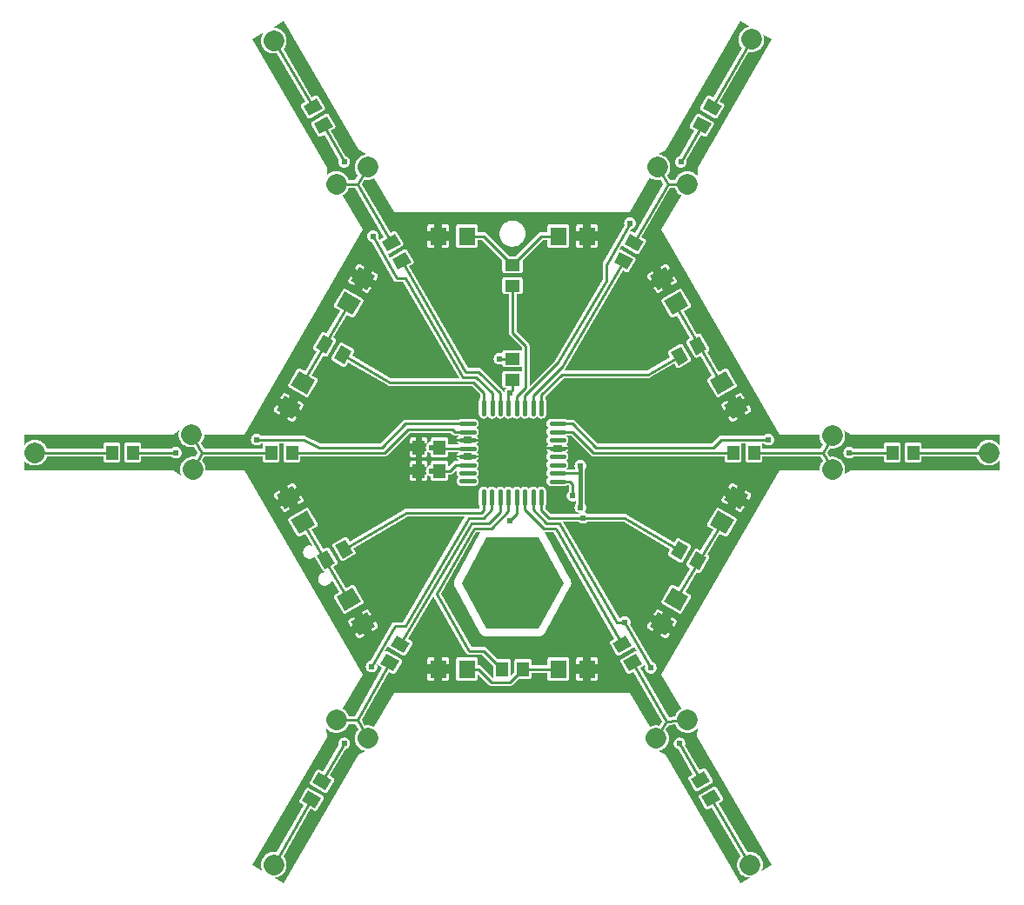
<source format=gtl>
G04 ---------------------------- Layer name :TOP LAYER*
G04 EasyEDA v5.8.22, Wed, 05 Dec 2018 12:37:06 GMT*
G04 38c36d2c5fec4219b0fe707d271aa1e6*
G04 Gerber Generator version 0.2*
G04 Scale: 100 percent, Rotated: No, Reflected: No *
G04 Dimensions in inches *
G04 leading zeros omitted , absolute positions ,2 integer and 4 decimal *
%FSLAX24Y24*%
%MOIN*%
G90*
G70D02*

%ADD10C,0.010000*%
%ADD11C,0.015000*%
%ADD12C,0.017717*%
%ADD13C,0.078740*%
%ADD14C,0.024400*%
%ADD15R,0.045670X0.057870*%
%ADD16R,0.057870X0.045670*%
%ADD17R,0.063000X0.070900*%

%LPD*%
G36*
G01X12668Y26971D02*
G01X12422Y26971D01*
G01X12422Y26971D01*
G01X12408Y27008D01*
G01X12404Y27017D01*
G01X12387Y27052D01*
G01X12383Y27061D01*
G01X12362Y27094D01*
G01X12357Y27103D01*
G01X12333Y27134D01*
G01X12326Y27142D01*
G01X12300Y27170D01*
G01X12293Y27177D01*
G01X12263Y27203D01*
G01X12255Y27210D01*
G01X12223Y27232D01*
G01X12215Y27238D01*
G01X12181Y27257D01*
G01X12172Y27262D01*
G01X12136Y27278D01*
G01X12127Y27282D01*
G01X12090Y27294D01*
G01X12080Y27297D01*
G01X12042Y27306D01*
G01X12032Y27307D01*
G01X11993Y27312D01*
G01X11983Y27313D01*
G01X11944Y27314D01*
G01X11934Y27314D01*
G01X11895Y27311D01*
G01X11885Y27310D01*
G01X11847Y27303D01*
G01X11837Y27301D01*
G01X11799Y27290D01*
G01X11790Y27287D01*
G01X11753Y27272D01*
G01X11744Y27268D01*
G01X11709Y27250D01*
G01X11700Y27245D01*
G01X11667Y27224D01*
G01X11659Y27218D01*
G01X11629Y27194D01*
G01X11621Y27187D01*
G01X11593Y27160D01*
G01X11586Y27153D01*
G01X11584Y27150D01*
G01X11592Y27424D01*
G01X8740Y32363D01*
G01X9141Y32593D01*
G01X9133Y32582D01*
G01X9128Y32574D01*
G01X9109Y32539D01*
G01X9105Y32530D01*
G01X9089Y32494D01*
G01X9086Y32485D01*
G01X9074Y32447D01*
G01X9072Y32437D01*
G01X9064Y32399D01*
G01X9063Y32389D01*
G01X9059Y32350D01*
G01X9058Y32340D01*
G01X9058Y32301D01*
G01X9059Y32291D01*
G01X9063Y32252D01*
G01X9064Y32242D01*
G01X9072Y32204D01*
G01X9074Y32194D01*
G01X9086Y32156D01*
G01X9089Y32147D01*
G01X9105Y32111D01*
G01X9109Y32102D01*
G01X9128Y32067D01*
G01X9133Y32059D01*
G01X9155Y32026D01*
G01X9161Y32018D01*
G01X9186Y31988D01*
G01X9193Y31981D01*
G01X9221Y31954D01*
G01X9229Y31947D01*
G01X9259Y31923D01*
G01X9267Y31917D01*
G01X9300Y31896D01*
G01X9309Y31891D01*
G01X9344Y31873D01*
G01X9353Y31869D01*
G01X9390Y31854D01*
G01X9399Y31851D01*
G01X9437Y31840D01*
G01X9447Y31838D01*
G01X9485Y31831D01*
G01X9495Y31830D01*
G01X9534Y31827D01*
G01X9544Y31827D01*
G01X9583Y31828D01*
G01X9593Y31829D01*
G01X9632Y31834D01*
G01X9642Y31835D01*
G01X9660Y31839D01*
G01X10755Y29975D01*
G01X10636Y29906D01*
G01X10633Y29904D01*
G01X10629Y29902D01*
G01X10626Y29899D01*
G01X10623Y29897D01*
G01X10620Y29894D01*
G01X10617Y29891D01*
G01X10614Y29888D01*
G01X10611Y29885D01*
G01X10608Y29882D01*
G01X10606Y29879D01*
G01X10603Y29875D01*
G01X10601Y29872D01*
G01X10599Y29868D01*
G01X10597Y29865D01*
G01X10595Y29861D01*
G01X10594Y29857D01*
G01X10592Y29853D01*
G01X10591Y29849D01*
G01X10590Y29845D01*
G01X10589Y29841D01*
G01X10588Y29837D01*
G01X10587Y29833D01*
G01X10587Y29829D01*
G01X10587Y29825D01*
G01X10587Y29821D01*
G01X10587Y29817D01*
G01X10587Y29812D01*
G01X10587Y29808D01*
G01X10588Y29804D01*
G01X10588Y29800D01*
G01X10589Y29796D01*
G01X10590Y29792D01*
G01X10592Y29788D01*
G01X10593Y29784D01*
G01X10594Y29780D01*
G01X10596Y29777D01*
G01X10598Y29773D01*
G01X10600Y29769D01*
G01X10829Y29374D01*
G01X10831Y29371D01*
G01X10833Y29367D01*
G01X10836Y29364D01*
G01X10838Y29361D01*
G01X10841Y29358D01*
G01X10844Y29355D01*
G01X10847Y29352D01*
G01X10850Y29349D01*
G01X10853Y29346D01*
G01X10856Y29344D01*
G01X10860Y29341D01*
G01X10863Y29339D01*
G01X10867Y29337D01*
G01X10870Y29335D01*
G01X10874Y29333D01*
G01X10878Y29332D01*
G01X10882Y29330D01*
G01X10886Y29329D01*
G01X10890Y29328D01*
G01X10894Y29327D01*
G01X10898Y29326D01*
G01X10902Y29325D01*
G01X10906Y29325D01*
G01X10910Y29325D01*
G01X10914Y29325D01*
G01X10918Y29325D01*
G01X10922Y29325D01*
G01X10927Y29325D01*
G01X10931Y29326D01*
G01X10935Y29326D01*
G01X10939Y29327D01*
G01X10943Y29328D01*
G01X10947Y29329D01*
G01X10951Y29331D01*
G01X10954Y29332D01*
G01X10958Y29334D01*
G01X10962Y29336D01*
G01X10965Y29338D01*
G01X11466Y29627D01*
G01X11470Y29629D01*
G01X11473Y29631D01*
G01X11477Y29634D01*
G01X11480Y29636D01*
G01X11483Y29639D01*
G01X11486Y29642D01*
G01X11489Y29645D01*
G01X11492Y29648D01*
G01X11495Y29651D01*
G01X11497Y29654D01*
G01X11499Y29658D01*
G01X11502Y29661D01*
G01X11504Y29665D01*
G01X11506Y29668D01*
G01X11508Y29672D01*
G01X11509Y29676D01*
G01X11511Y29680D01*
G01X11512Y29684D01*
G01X11513Y29688D01*
G01X11514Y29692D01*
G01X11515Y29696D01*
G01X11516Y29700D01*
G01X11516Y29704D01*
G01X11516Y29708D01*
G01X11516Y29712D01*
G01X11516Y29716D01*
G01X11516Y29720D01*
G01X11516Y29725D01*
G01X11515Y29729D01*
G01X11515Y29733D01*
G01X11514Y29737D01*
G01X11513Y29741D01*
G01X11511Y29745D01*
G01X11510Y29749D01*
G01X11509Y29752D01*
G01X11507Y29756D01*
G01X11505Y29760D01*
G01X11503Y29764D01*
G01X11274Y30160D01*
G01X11272Y30163D01*
G01X11270Y30167D01*
G01X11267Y30170D01*
G01X11265Y30173D01*
G01X11262Y30176D01*
G01X11259Y30179D01*
G01X11256Y30182D01*
G01X11253Y30185D01*
G01X11250Y30188D01*
G01X11247Y30190D01*
G01X11243Y30192D01*
G01X11240Y30195D01*
G01X11236Y30197D01*
G01X11233Y30199D01*
G01X11229Y30201D01*
G01X11225Y30202D01*
G01X11221Y30204D01*
G01X11217Y30205D01*
G01X11213Y30206D01*
G01X11209Y30207D01*
G01X11205Y30208D01*
G01X11201Y30209D01*
G01X11197Y30209D01*
G01X11193Y30209D01*
G01X11189Y30209D01*
G01X11185Y30209D01*
G01X11181Y30209D01*
G01X11176Y30209D01*
G01X11172Y30208D01*
G01X11168Y30208D01*
G01X11164Y30207D01*
G01X11160Y30206D01*
G01X11156Y30204D01*
G01X11152Y30203D01*
G01X11148Y30202D01*
G01X11145Y30200D01*
G01X11141Y30198D01*
G01X11137Y30196D01*
G01X11015Y30125D01*
G01X9919Y31991D01*
G01X9926Y31999D01*
G01X9933Y32007D01*
G01X9957Y32038D01*
G01X9962Y32047D01*
G01X9983Y32080D01*
G01X9987Y32089D01*
G01X10004Y32124D01*
G01X10008Y32133D01*
G01X10022Y32170D01*
G01X10025Y32180D01*
G01X10034Y32218D01*
G01X10036Y32228D01*
G01X10042Y32266D01*
G01X10043Y32276D01*
G01X10045Y32316D01*
G01X10045Y32325D01*
G01X10043Y32365D01*
G01X10042Y32375D01*
G01X10036Y32413D01*
G01X10034Y32423D01*
G01X10025Y32461D01*
G01X10022Y32471D01*
G01X10008Y32508D01*
G01X10004Y32517D01*
G01X9987Y32552D01*
G01X9983Y32561D01*
G01X9962Y32594D01*
G01X9957Y32603D01*
G01X9933Y32634D01*
G01X9926Y32642D01*
G01X9900Y32670D01*
G01X9893Y32677D01*
G01X9863Y32703D01*
G01X9855Y32710D01*
G01X9823Y32732D01*
G01X9815Y32738D01*
G01X9781Y32757D01*
G01X9772Y32762D01*
G01X9736Y32778D01*
G01X9727Y32782D01*
G01X9690Y32794D01*
G01X9680Y32797D01*
G01X9642Y32806D01*
G01X9632Y32807D01*
G01X9593Y32812D01*
G01X9583Y32813D01*
G01X9544Y32814D01*
G01X9534Y32814D01*
G01X9521Y32813D01*
G01X9944Y33057D01*
G01X12788Y28130D01*
G01X13099Y27961D01*
G01X13095Y27961D01*
G01X13085Y27960D01*
G01X13047Y27953D01*
G01X13037Y27951D01*
G01X12999Y27940D01*
G01X12990Y27937D01*
G01X12953Y27922D01*
G01X12944Y27918D01*
G01X12909Y27900D01*
G01X12900Y27895D01*
G01X12867Y27874D01*
G01X12859Y27868D01*
G01X12829Y27844D01*
G01X12821Y27837D01*
G01X12793Y27810D01*
G01X12786Y27803D01*
G01X12761Y27773D01*
G01X12755Y27765D01*
G01X12733Y27732D01*
G01X12728Y27724D01*
G01X12709Y27689D01*
G01X12705Y27680D01*
G01X12689Y27644D01*
G01X12686Y27635D01*
G01X12674Y27597D01*
G01X12672Y27587D01*
G01X12664Y27549D01*
G01X12663Y27539D01*
G01X12659Y27500D01*
G01X12658Y27490D01*
G01X12658Y27451D01*
G01X12659Y27441D01*
G01X12663Y27402D01*
G01X12664Y27392D01*
G01X12672Y27354D01*
G01X12674Y27344D01*
G01X12686Y27306D01*
G01X12689Y27297D01*
G01X12705Y27261D01*
G01X12709Y27252D01*
G01X12728Y27217D01*
G01X12733Y27209D01*
G01X12755Y27176D01*
G01X12761Y27168D01*
G01X12777Y27149D01*
G01X12668Y26971D01*
G37*

%LPC*%
G36*
G01X12224Y27449D02*
G01X12246Y27448D01*
G01X12268Y27448D01*
G01X12290Y27451D01*
G01X12312Y27456D01*
G01X12333Y27463D01*
G01X12353Y27472D01*
G01X12372Y27483D01*
G01X12391Y27496D01*
G01X12407Y27511D01*
G01X12422Y27527D01*
G01X12436Y27545D01*
G01X12447Y27564D01*
G01X12457Y27584D01*
G01X12465Y27605D01*
G01X12470Y27626D01*
G01X12473Y27648D01*
G01X12475Y27671D01*
G01X12473Y27693D01*
G01X12470Y27715D01*
G01X12465Y27736D01*
G01X12457Y27757D01*
G01X12447Y27777D01*
G01X12436Y27796D01*
G01X12422Y27814D01*
G01X12407Y27830D01*
G01X12391Y27845D01*
G01X12372Y27858D01*
G01X12353Y27869D01*
G01X12333Y27878D01*
G01X12312Y27885D01*
G01X12300Y27888D01*
G01X11744Y28863D01*
G01X11866Y28934D01*
G01X11870Y28936D01*
G01X11873Y28938D01*
G01X11877Y28941D01*
G01X11880Y28943D01*
G01X11883Y28946D01*
G01X11886Y28949D01*
G01X11889Y28952D01*
G01X11892Y28955D01*
G01X11895Y28958D01*
G01X11897Y28961D01*
G01X11899Y28965D01*
G01X11902Y28968D01*
G01X11904Y28972D01*
G01X11906Y28975D01*
G01X11908Y28979D01*
G01X11909Y28983D01*
G01X11911Y28987D01*
G01X11912Y28991D01*
G01X11913Y28995D01*
G01X11914Y28999D01*
G01X11915Y29003D01*
G01X11916Y29007D01*
G01X11916Y29011D01*
G01X11916Y29015D01*
G01X11916Y29019D01*
G01X11916Y29023D01*
G01X11916Y29027D01*
G01X11916Y29032D01*
G01X11915Y29036D01*
G01X11915Y29040D01*
G01X11914Y29044D01*
G01X11913Y29048D01*
G01X11911Y29052D01*
G01X11910Y29056D01*
G01X11909Y29059D01*
G01X11907Y29063D01*
G01X11905Y29067D01*
G01X11903Y29071D01*
G01X11674Y29467D01*
G01X11672Y29470D01*
G01X11670Y29474D01*
G01X11667Y29477D01*
G01X11665Y29480D01*
G01X11662Y29483D01*
G01X11659Y29486D01*
G01X11656Y29489D01*
G01X11653Y29492D01*
G01X11650Y29495D01*
G01X11647Y29497D01*
G01X11643Y29500D01*
G01X11640Y29502D01*
G01X11636Y29504D01*
G01X11633Y29506D01*
G01X11629Y29508D01*
G01X11625Y29509D01*
G01X11621Y29511D01*
G01X11617Y29512D01*
G01X11613Y29513D01*
G01X11609Y29514D01*
G01X11605Y29515D01*
G01X11601Y29516D01*
G01X11597Y29516D01*
G01X11593Y29516D01*
G01X11589Y29516D01*
G01X11585Y29516D01*
G01X11581Y29516D01*
G01X11576Y29516D01*
G01X11572Y29515D01*
G01X11568Y29515D01*
G01X11564Y29514D01*
G01X11560Y29513D01*
G01X11556Y29511D01*
G01X11552Y29510D01*
G01X11548Y29509D01*
G01X11545Y29507D01*
G01X11541Y29505D01*
G01X11537Y29503D01*
G01X11036Y29213D01*
G01X11033Y29211D01*
G01X11029Y29209D01*
G01X11026Y29206D01*
G01X11023Y29204D01*
G01X11020Y29201D01*
G01X11017Y29198D01*
G01X11014Y29195D01*
G01X11011Y29192D01*
G01X11008Y29189D01*
G01X11006Y29186D01*
G01X11003Y29182D01*
G01X11001Y29179D01*
G01X10999Y29175D01*
G01X10997Y29172D01*
G01X10995Y29168D01*
G01X10994Y29164D01*
G01X10992Y29160D01*
G01X10991Y29156D01*
G01X10990Y29152D01*
G01X10989Y29148D01*
G01X10988Y29144D01*
G01X10987Y29140D01*
G01X10987Y29136D01*
G01X10987Y29132D01*
G01X10987Y29128D01*
G01X10987Y29124D01*
G01X10987Y29119D01*
G01X10987Y29115D01*
G01X10988Y29111D01*
G01X10988Y29107D01*
G01X10989Y29103D01*
G01X10990Y29099D01*
G01X10992Y29095D01*
G01X10993Y29091D01*
G01X10994Y29087D01*
G01X10996Y29084D01*
G01X10998Y29080D01*
G01X11000Y29076D01*
G01X11229Y28681D01*
G01X11231Y28678D01*
G01X11233Y28674D01*
G01X11236Y28671D01*
G01X11238Y28668D01*
G01X11241Y28665D01*
G01X11244Y28662D01*
G01X11247Y28659D01*
G01X11250Y28656D01*
G01X11253Y28653D01*
G01X11256Y28651D01*
G01X11260Y28648D01*
G01X11263Y28646D01*
G01X11267Y28644D01*
G01X11270Y28642D01*
G01X11274Y28640D01*
G01X11278Y28639D01*
G01X11282Y28637D01*
G01X11286Y28636D01*
G01X11290Y28635D01*
G01X11294Y28634D01*
G01X11298Y28633D01*
G01X11302Y28632D01*
G01X11306Y28632D01*
G01X11310Y28632D01*
G01X11314Y28632D01*
G01X11318Y28632D01*
G01X11322Y28632D01*
G01X11327Y28632D01*
G01X11331Y28633D01*
G01X11335Y28633D01*
G01X11339Y28634D01*
G01X11343Y28635D01*
G01X11347Y28636D01*
G01X11351Y28638D01*
G01X11354Y28639D01*
G01X11358Y28641D01*
G01X11362Y28643D01*
G01X11365Y28645D01*
G01X11485Y28714D01*
G01X12040Y27739D01*
G01X12035Y27726D01*
G01X12031Y27704D01*
G01X12029Y27682D01*
G01X12029Y27659D01*
G01X12031Y27637D01*
G01X12035Y27615D01*
G01X12042Y27594D01*
G01X12051Y27574D01*
G01X12061Y27554D01*
G01X12074Y27536D01*
G01X12088Y27519D01*
G01X12104Y27503D01*
G01X12121Y27489D01*
G01X12140Y27477D01*
G01X12160Y27467D01*
G01X12180Y27459D01*
G01X12202Y27453D01*
G01X12224Y27449D01*
G37*

%LPD*%
G36*
G01X24932Y26971D02*
G01X24735Y26971D01*
G01X24626Y27149D01*
G01X24626Y27149D01*
G01X24633Y27157D01*
G01X24657Y27188D01*
G01X24662Y27197D01*
G01X24683Y27230D01*
G01X24687Y27239D01*
G01X24704Y27274D01*
G01X24708Y27283D01*
G01X24722Y27320D01*
G01X24725Y27330D01*
G01X24734Y27368D01*
G01X24736Y27378D01*
G01X24742Y27416D01*
G01X24743Y27426D01*
G01X24745Y27466D01*
G01X24745Y27475D01*
G01X24743Y27515D01*
G01X24742Y27525D01*
G01X24736Y27563D01*
G01X24734Y27573D01*
G01X24725Y27611D01*
G01X24722Y27621D01*
G01X24708Y27658D01*
G01X24704Y27667D01*
G01X24687Y27702D01*
G01X24683Y27711D01*
G01X24662Y27744D01*
G01X24657Y27753D01*
G01X24633Y27784D01*
G01X24626Y27792D01*
G01X24600Y27820D01*
G01X24593Y27827D01*
G01X24563Y27853D01*
G01X24555Y27860D01*
G01X24523Y27882D01*
G01X24515Y27888D01*
G01X24481Y27907D01*
G01X24472Y27912D01*
G01X24436Y27928D01*
G01X24427Y27932D01*
G01X24390Y27944D01*
G01X24380Y27947D01*
G01X24342Y27956D01*
G01X24332Y27957D01*
G01X24293Y27962D01*
G01X24288Y27963D01*
G01X24573Y28117D01*
G01X27425Y33057D01*
G01X27771Y32857D01*
G01X27747Y32853D01*
G01X27737Y32851D01*
G01X27699Y32840D01*
G01X27690Y32837D01*
G01X27653Y32822D01*
G01X27644Y32818D01*
G01X27609Y32800D01*
G01X27600Y32795D01*
G01X27567Y32774D01*
G01X27559Y32768D01*
G01X27529Y32744D01*
G01X27521Y32737D01*
G01X27493Y32710D01*
G01X27486Y32703D01*
G01X27461Y32673D01*
G01X27455Y32665D01*
G01X27433Y32632D01*
G01X27428Y32624D01*
G01X27409Y32589D01*
G01X27405Y32580D01*
G01X27389Y32544D01*
G01X27386Y32535D01*
G01X27374Y32497D01*
G01X27372Y32487D01*
G01X27364Y32449D01*
G01X27363Y32439D01*
G01X27359Y32400D01*
G01X27358Y32390D01*
G01X27358Y32351D01*
G01X27359Y32341D01*
G01X27363Y32302D01*
G01X27364Y32292D01*
G01X27372Y32254D01*
G01X27374Y32244D01*
G01X27386Y32206D01*
G01X27389Y32197D01*
G01X27405Y32161D01*
G01X27409Y32152D01*
G01X27428Y32117D01*
G01X27433Y32109D01*
G01X27455Y32076D01*
G01X27461Y32068D01*
G01X27486Y32038D01*
G01X27487Y32038D01*
G01X26386Y30126D01*
G01X26266Y30196D01*
G01X26262Y30198D01*
G01X26258Y30200D01*
G01X26255Y30202D01*
G01X26251Y30203D01*
G01X26247Y30204D01*
G01X26243Y30206D01*
G01X26239Y30207D01*
G01X26235Y30208D01*
G01X26231Y30208D01*
G01X26227Y30209D01*
G01X26222Y30209D01*
G01X26218Y30209D01*
G01X26214Y30209D01*
G01X26210Y30209D01*
G01X26206Y30209D01*
G01X26202Y30209D01*
G01X26198Y30208D01*
G01X26194Y30207D01*
G01X26190Y30206D01*
G01X26186Y30205D01*
G01X26182Y30204D01*
G01X26178Y30202D01*
G01X26174Y30201D01*
G01X26170Y30199D01*
G01X26167Y30197D01*
G01X26163Y30195D01*
G01X26160Y30192D01*
G01X26156Y30190D01*
G01X26153Y30188D01*
G01X26150Y30185D01*
G01X26147Y30182D01*
G01X26144Y30179D01*
G01X26141Y30176D01*
G01X26138Y30173D01*
G01X26136Y30170D01*
G01X26133Y30167D01*
G01X26131Y30163D01*
G01X26129Y30160D01*
G01X25900Y29764D01*
G01X25898Y29760D01*
G01X25896Y29756D01*
G01X25894Y29752D01*
G01X25893Y29749D01*
G01X25892Y29745D01*
G01X25890Y29741D01*
G01X25889Y29737D01*
G01X25888Y29733D01*
G01X25888Y29729D01*
G01X25887Y29725D01*
G01X25887Y29720D01*
G01X25887Y29716D01*
G01X25887Y29712D01*
G01X25887Y29708D01*
G01X25887Y29704D01*
G01X25887Y29700D01*
G01X25888Y29696D01*
G01X25889Y29692D01*
G01X25890Y29688D01*
G01X25891Y29684D01*
G01X25892Y29680D01*
G01X25894Y29676D01*
G01X25895Y29672D01*
G01X25897Y29668D01*
G01X25899Y29665D01*
G01X25901Y29661D01*
G01X25904Y29658D01*
G01X25906Y29654D01*
G01X25908Y29651D01*
G01X25911Y29648D01*
G01X25914Y29645D01*
G01X25917Y29642D01*
G01X25920Y29639D01*
G01X25923Y29636D01*
G01X25926Y29634D01*
G01X25930Y29631D01*
G01X25933Y29629D01*
G01X25937Y29627D01*
G01X26438Y29338D01*
G01X26441Y29336D01*
G01X26445Y29334D01*
G01X26449Y29332D01*
G01X26452Y29331D01*
G01X26456Y29329D01*
G01X26460Y29328D01*
G01X26464Y29327D01*
G01X26468Y29326D01*
G01X26472Y29326D01*
G01X26476Y29325D01*
G01X26481Y29325D01*
G01X26485Y29325D01*
G01X26489Y29325D01*
G01X26493Y29325D01*
G01X26497Y29325D01*
G01X26501Y29325D01*
G01X26505Y29326D01*
G01X26509Y29327D01*
G01X26513Y29328D01*
G01X26517Y29329D01*
G01X26521Y29330D01*
G01X26525Y29332D01*
G01X26529Y29333D01*
G01X26533Y29335D01*
G01X26536Y29337D01*
G01X26540Y29339D01*
G01X26543Y29341D01*
G01X26547Y29344D01*
G01X26550Y29346D01*
G01X26553Y29349D01*
G01X26556Y29352D01*
G01X26559Y29355D01*
G01X26562Y29358D01*
G01X26565Y29361D01*
G01X26567Y29364D01*
G01X26570Y29367D01*
G01X26572Y29371D01*
G01X26574Y29374D01*
G01X26803Y29769D01*
G01X26805Y29773D01*
G01X26807Y29777D01*
G01X26809Y29780D01*
G01X26810Y29784D01*
G01X26811Y29788D01*
G01X26813Y29792D01*
G01X26814Y29796D01*
G01X26815Y29800D01*
G01X26815Y29804D01*
G01X26816Y29808D01*
G01X26816Y29812D01*
G01X26816Y29817D01*
G01X26816Y29821D01*
G01X26816Y29825D01*
G01X26816Y29829D01*
G01X26816Y29833D01*
G01X26815Y29837D01*
G01X26814Y29841D01*
G01X26813Y29845D01*
G01X26812Y29849D01*
G01X26811Y29853D01*
G01X26809Y29857D01*
G01X26808Y29861D01*
G01X26806Y29865D01*
G01X26804Y29868D01*
G01X26802Y29872D01*
G01X26800Y29875D01*
G01X26797Y29879D01*
G01X26795Y29882D01*
G01X26792Y29885D01*
G01X26789Y29888D01*
G01X26786Y29891D01*
G01X26783Y29894D01*
G01X26780Y29897D01*
G01X26777Y29899D01*
G01X26774Y29902D01*
G01X26770Y29904D01*
G01X26767Y29906D01*
G01X26645Y29976D01*
G01X27747Y31888D01*
G01X27785Y31881D01*
G01X27795Y31880D01*
G01X27834Y31877D01*
G01X27844Y31877D01*
G01X27883Y31878D01*
G01X27893Y31879D01*
G01X27932Y31884D01*
G01X27942Y31885D01*
G01X27980Y31894D01*
G01X27990Y31897D01*
G01X28027Y31909D01*
G01X28036Y31913D01*
G01X28072Y31929D01*
G01X28081Y31934D01*
G01X28115Y31953D01*
G01X28123Y31959D01*
G01X28155Y31981D01*
G01X28163Y31988D01*
G01X28193Y32014D01*
G01X28200Y32021D01*
G01X28226Y32049D01*
G01X28233Y32057D01*
G01X28257Y32088D01*
G01X28262Y32097D01*
G01X28283Y32130D01*
G01X28287Y32139D01*
G01X28304Y32174D01*
G01X28308Y32183D01*
G01X28322Y32220D01*
G01X28325Y32230D01*
G01X28334Y32268D01*
G01X28336Y32278D01*
G01X28342Y32316D01*
G01X28343Y32326D01*
G01X28345Y32366D01*
G01X28345Y32375D01*
G01X28343Y32415D01*
G01X28342Y32425D01*
G01X28336Y32463D01*
G01X28334Y32473D01*
G01X28325Y32511D01*
G01X28322Y32521D01*
G01X28313Y32544D01*
G01X28628Y32363D01*
G01X25784Y27436D01*
G01X25792Y27122D01*
G01X25783Y27134D01*
G01X25776Y27142D01*
G01X25750Y27170D01*
G01X25743Y27177D01*
G01X25713Y27203D01*
G01X25705Y27210D01*
G01X25673Y27232D01*
G01X25665Y27238D01*
G01X25631Y27257D01*
G01X25622Y27262D01*
G01X25586Y27278D01*
G01X25577Y27282D01*
G01X25540Y27294D01*
G01X25530Y27297D01*
G01X25492Y27306D01*
G01X25482Y27307D01*
G01X25443Y27312D01*
G01X25433Y27313D01*
G01X25394Y27314D01*
G01X25384Y27314D01*
G01X25345Y27311D01*
G01X25335Y27310D01*
G01X25297Y27303D01*
G01X25287Y27301D01*
G01X25249Y27290D01*
G01X25240Y27287D01*
G01X25203Y27272D01*
G01X25194Y27268D01*
G01X25159Y27250D01*
G01X25150Y27245D01*
G01X25117Y27224D01*
G01X25109Y27218D01*
G01X25079Y27194D01*
G01X25071Y27187D01*
G01X25043Y27160D01*
G01X25036Y27153D01*
G01X25011Y27123D01*
G01X25005Y27115D01*
G01X24983Y27082D01*
G01X24978Y27074D01*
G01X24959Y27039D01*
G01X24955Y27030D01*
G01X24939Y26994D01*
G01X24936Y26985D01*
G01X24932Y26971D01*
G37*

%LPC*%
G36*
G01X25124Y27449D02*
G01X25146Y27448D01*
G01X25168Y27448D01*
G01X25190Y27451D01*
G01X25212Y27456D01*
G01X25233Y27463D01*
G01X25253Y27472D01*
G01X25272Y27483D01*
G01X25291Y27496D01*
G01X25307Y27511D01*
G01X25322Y27527D01*
G01X25336Y27545D01*
G01X25347Y27564D01*
G01X25357Y27584D01*
G01X25365Y27605D01*
G01X25370Y27626D01*
G01X25373Y27648D01*
G01X25375Y27671D01*
G01X25373Y27693D01*
G01X25370Y27715D01*
G01X25365Y27736D01*
G01X25363Y27739D01*
G01X25918Y28714D01*
G01X26038Y28645D01*
G01X26041Y28643D01*
G01X26045Y28641D01*
G01X26049Y28639D01*
G01X26052Y28638D01*
G01X26056Y28636D01*
G01X26060Y28635D01*
G01X26064Y28634D01*
G01X26068Y28633D01*
G01X26072Y28633D01*
G01X26077Y28632D01*
G01X26081Y28632D01*
G01X26085Y28632D01*
G01X26089Y28632D01*
G01X26093Y28632D01*
G01X26097Y28632D01*
G01X26101Y28632D01*
G01X26105Y28633D01*
G01X26109Y28634D01*
G01X26113Y28635D01*
G01X26117Y28636D01*
G01X26121Y28637D01*
G01X26125Y28639D01*
G01X26129Y28640D01*
G01X26133Y28642D01*
G01X26136Y28644D01*
G01X26140Y28646D01*
G01X26143Y28649D01*
G01X26147Y28651D01*
G01X26150Y28653D01*
G01X26153Y28656D01*
G01X26156Y28659D01*
G01X26159Y28662D01*
G01X26162Y28665D01*
G01X26165Y28668D01*
G01X26167Y28671D01*
G01X26170Y28674D01*
G01X26172Y28678D01*
G01X26174Y28681D01*
G01X26403Y29077D01*
G01X26405Y29081D01*
G01X26407Y29085D01*
G01X26409Y29089D01*
G01X26410Y29092D01*
G01X26411Y29096D01*
G01X26413Y29100D01*
G01X26414Y29104D01*
G01X26415Y29108D01*
G01X26415Y29112D01*
G01X26416Y29116D01*
G01X26416Y29121D01*
G01X26416Y29125D01*
G01X26416Y29129D01*
G01X26416Y29133D01*
G01X26416Y29137D01*
G01X26416Y29141D01*
G01X26415Y29145D01*
G01X26414Y29149D01*
G01X26413Y29153D01*
G01X26412Y29157D01*
G01X26411Y29161D01*
G01X26409Y29165D01*
G01X26408Y29169D01*
G01X26406Y29173D01*
G01X26404Y29176D01*
G01X26402Y29180D01*
G01X26399Y29183D01*
G01X26397Y29187D01*
G01X26395Y29190D01*
G01X26392Y29193D01*
G01X26389Y29196D01*
G01X26386Y29199D01*
G01X26383Y29202D01*
G01X26380Y29205D01*
G01X26377Y29207D01*
G01X26373Y29210D01*
G01X26370Y29212D01*
G01X26366Y29214D01*
G01X25865Y29503D01*
G01X25862Y29505D01*
G01X25858Y29507D01*
G01X25854Y29509D01*
G01X25851Y29510D01*
G01X25847Y29512D01*
G01X25843Y29513D01*
G01X25839Y29514D01*
G01X25835Y29515D01*
G01X25831Y29515D01*
G01X25826Y29516D01*
G01X25822Y29516D01*
G01X25818Y29516D01*
G01X25814Y29516D01*
G01X25810Y29516D01*
G01X25806Y29516D01*
G01X25802Y29516D01*
G01X25798Y29515D01*
G01X25794Y29514D01*
G01X25790Y29513D01*
G01X25786Y29512D01*
G01X25782Y29511D01*
G01X25778Y29509D01*
G01X25774Y29508D01*
G01X25770Y29506D01*
G01X25767Y29504D01*
G01X25763Y29502D01*
G01X25760Y29499D01*
G01X25756Y29497D01*
G01X25753Y29495D01*
G01X25750Y29492D01*
G01X25747Y29489D01*
G01X25744Y29486D01*
G01X25741Y29483D01*
G01X25738Y29480D01*
G01X25736Y29477D01*
G01X25733Y29474D01*
G01X25731Y29470D01*
G01X25729Y29467D01*
G01X25500Y29071D01*
G01X25498Y29067D01*
G01X25496Y29063D01*
G01X25494Y29059D01*
G01X25493Y29056D01*
G01X25492Y29052D01*
G01X25490Y29048D01*
G01X25489Y29044D01*
G01X25488Y29040D01*
G01X25488Y29036D01*
G01X25487Y29032D01*
G01X25487Y29027D01*
G01X25487Y29023D01*
G01X25487Y29019D01*
G01X25487Y29015D01*
G01X25487Y29011D01*
G01X25487Y29007D01*
G01X25488Y29003D01*
G01X25489Y28999D01*
G01X25490Y28995D01*
G01X25491Y28991D01*
G01X25492Y28987D01*
G01X25494Y28983D01*
G01X25495Y28979D01*
G01X25497Y28975D01*
G01X25499Y28972D01*
G01X25501Y28968D01*
G01X25504Y28965D01*
G01X25506Y28961D01*
G01X25508Y28958D01*
G01X25511Y28955D01*
G01X25514Y28952D01*
G01X25517Y28949D01*
G01X25520Y28946D01*
G01X25523Y28943D01*
G01X25526Y28941D01*
G01X25530Y28938D01*
G01X25533Y28936D01*
G01X25537Y28934D01*
G01X25659Y28863D01*
G01X25103Y27888D01*
G01X25102Y27888D01*
G01X25080Y27882D01*
G01X25060Y27874D01*
G01X25040Y27864D01*
G01X25021Y27852D01*
G01X25004Y27838D01*
G01X24988Y27822D01*
G01X24974Y27805D01*
G01X24961Y27787D01*
G01X24951Y27767D01*
G01X24942Y27747D01*
G01X24935Y27726D01*
G01X24931Y27704D01*
G01X24929Y27682D01*
G01X24929Y27659D01*
G01X24931Y27637D01*
G01X24935Y27615D01*
G01X24942Y27594D01*
G01X24951Y27574D01*
G01X24961Y27554D01*
G01X24974Y27536D01*
G01X24988Y27519D01*
G01X25004Y27503D01*
G01X25021Y27489D01*
G01X25040Y27477D01*
G01X25060Y27467D01*
G01X25080Y27459D01*
G01X25102Y27453D01*
G01X25124Y27449D01*
G37*

%LPD*%
G36*
G01X18379Y18832D02*
G01X18379Y18819D01*
G01X18378Y18821D01*
G01X18377Y18826D01*
G01X18376Y18831D01*
G01X18374Y18836D01*
G01X18373Y18841D01*
G01X18371Y18846D01*
G01X18369Y18850D01*
G01X18367Y18855D01*
G01X18365Y18860D01*
G01X18362Y18864D01*
G01X18360Y18868D01*
G01X18357Y18873D01*
G01X18354Y18877D01*
G01X18351Y18881D01*
G01X18348Y18885D01*
G01X18345Y18889D01*
G01X18341Y18893D01*
G01X18338Y18897D01*
G01X17508Y19727D01*
G01X17504Y19730D01*
G01X17500Y19734D01*
G01X17496Y19737D01*
G01X17492Y19740D01*
G01X17488Y19743D01*
G01X17484Y19746D01*
G01X17479Y19749D01*
G01X17475Y19751D01*
G01X17471Y19754D01*
G01X17466Y19756D01*
G01X17461Y19758D01*
G01X17457Y19760D01*
G01X17452Y19762D01*
G01X17447Y19763D01*
G01X17442Y19765D01*
G01X17437Y19766D01*
G01X17432Y19767D01*
G01X17427Y19768D01*
G01X17422Y19769D01*
G01X17417Y19770D01*
G01X17412Y19770D01*
G01X17407Y19770D01*
G01X17402Y19771D01*
G01X16988Y19771D01*
G01X14746Y23664D01*
G01X14866Y23734D01*
G01X14870Y23736D01*
G01X14873Y23738D01*
G01X14877Y23741D01*
G01X14880Y23743D01*
G01X14883Y23746D01*
G01X14886Y23749D01*
G01X14889Y23752D01*
G01X14892Y23755D01*
G01X14895Y23758D01*
G01X14897Y23761D01*
G01X14899Y23765D01*
G01X14902Y23768D01*
G01X14904Y23772D01*
G01X14906Y23775D01*
G01X14908Y23779D01*
G01X14909Y23783D01*
G01X14911Y23787D01*
G01X14912Y23791D01*
G01X14913Y23795D01*
G01X14914Y23799D01*
G01X14915Y23803D01*
G01X14916Y23807D01*
G01X14916Y23811D01*
G01X14916Y23815D01*
G01X14916Y23819D01*
G01X14916Y23823D01*
G01X14916Y23827D01*
G01X14916Y23832D01*
G01X14915Y23836D01*
G01X14915Y23840D01*
G01X14914Y23844D01*
G01X14913Y23848D01*
G01X14911Y23852D01*
G01X14910Y23856D01*
G01X14909Y23859D01*
G01X14907Y23863D01*
G01X14905Y23867D01*
G01X14903Y23871D01*
G01X14674Y24267D01*
G01X14672Y24270D01*
G01X14670Y24274D01*
G01X14667Y24277D01*
G01X14665Y24280D01*
G01X14662Y24283D01*
G01X14659Y24286D01*
G01X14656Y24289D01*
G01X14653Y24292D01*
G01X14650Y24295D01*
G01X14647Y24297D01*
G01X14643Y24300D01*
G01X14640Y24302D01*
G01X14636Y24304D01*
G01X14633Y24306D01*
G01X14629Y24308D01*
G01X14625Y24309D01*
G01X14621Y24311D01*
G01X14617Y24312D01*
G01X14613Y24313D01*
G01X14609Y24314D01*
G01X14605Y24315D01*
G01X14601Y24316D01*
G01X14597Y24316D01*
G01X14593Y24316D01*
G01X14589Y24316D01*
G01X14585Y24316D01*
G01X14581Y24316D01*
G01X14576Y24316D01*
G01X14572Y24315D01*
G01X14568Y24315D01*
G01X14564Y24314D01*
G01X14560Y24313D01*
G01X14556Y24311D01*
G01X14552Y24310D01*
G01X14548Y24309D01*
G01X14545Y24307D01*
G01X14541Y24305D01*
G01X14537Y24303D01*
G01X14036Y24013D01*
G01X14033Y24011D01*
G01X14029Y24009D01*
G01X14026Y24006D01*
G01X14023Y24004D01*
G01X14020Y24001D01*
G01X14017Y23998D01*
G01X14014Y23995D01*
G01X14011Y23992D01*
G01X14008Y23989D01*
G01X14006Y23986D01*
G01X14003Y23982D01*
G01X14001Y23979D01*
G01X14000Y23977D01*
G01X13917Y24125D01*
G01X13918Y24125D01*
G01X13922Y24125D01*
G01X13927Y24125D01*
G01X13931Y24126D01*
G01X13935Y24126D01*
G01X13939Y24127D01*
G01X13943Y24128D01*
G01X13947Y24129D01*
G01X13951Y24131D01*
G01X13954Y24132D01*
G01X13958Y24134D01*
G01X13962Y24136D01*
G01X13965Y24138D01*
G01X14466Y24427D01*
G01X14470Y24429D01*
G01X14473Y24431D01*
G01X14477Y24434D01*
G01X14480Y24436D01*
G01X14483Y24439D01*
G01X14486Y24442D01*
G01X14489Y24445D01*
G01X14492Y24448D01*
G01X14495Y24451D01*
G01X14497Y24454D01*
G01X14499Y24458D01*
G01X14502Y24461D01*
G01X14504Y24465D01*
G01X14506Y24468D01*
G01X14508Y24472D01*
G01X14509Y24476D01*
G01X14511Y24480D01*
G01X14512Y24484D01*
G01X14513Y24488D01*
G01X14514Y24492D01*
G01X14515Y24496D01*
G01X14516Y24500D01*
G01X14516Y24504D01*
G01X14516Y24508D01*
G01X14516Y24512D01*
G01X14516Y24516D01*
G01X14516Y24520D01*
G01X14516Y24525D01*
G01X14515Y24529D01*
G01X14515Y24533D01*
G01X14514Y24537D01*
G01X14513Y24541D01*
G01X14511Y24545D01*
G01X14510Y24549D01*
G01X14509Y24552D01*
G01X14507Y24556D01*
G01X14505Y24560D01*
G01X14503Y24564D01*
G01X14274Y24960D01*
G01X14272Y24963D01*
G01X14270Y24967D01*
G01X14267Y24970D01*
G01X14265Y24973D01*
G01X14262Y24976D01*
G01X14259Y24979D01*
G01X14256Y24982D01*
G01X14253Y24985D01*
G01X14250Y24988D01*
G01X14247Y24990D01*
G01X14243Y24992D01*
G01X14240Y24995D01*
G01X14236Y24997D01*
G01X14233Y24999D01*
G01X14229Y25001D01*
G01X14225Y25002D01*
G01X14221Y25004D01*
G01X14217Y25005D01*
G01X14213Y25006D01*
G01X14209Y25007D01*
G01X14205Y25008D01*
G01X14201Y25009D01*
G01X14197Y25009D01*
G01X14193Y25009D01*
G01X14189Y25009D01*
G01X14185Y25009D01*
G01X14181Y25009D01*
G01X14176Y25009D01*
G01X14172Y25008D01*
G01X14168Y25008D01*
G01X14164Y25007D01*
G01X14160Y25006D01*
G01X14156Y25004D01*
G01X14152Y25003D01*
G01X14148Y25002D01*
G01X14145Y25000D01*
G01X14141Y24998D01*
G01X14137Y24996D01*
G01X14017Y24926D01*
G01X12926Y26818D01*
G01X13033Y26992D01*
G01X13037Y26990D01*
G01X13047Y26988D01*
G01X13085Y26981D01*
G01X13095Y26980D01*
G01X13134Y26977D01*
G01X13144Y26977D01*
G01X13183Y26978D01*
G01X13193Y26979D01*
G01X13232Y26984D01*
G01X13242Y26985D01*
G01X13280Y26994D01*
G01X13290Y26997D01*
G01X13327Y27009D01*
G01X13336Y27013D01*
G01X13372Y27029D01*
G01X13381Y27034D01*
G01X13411Y27051D01*
G01X14161Y25751D01*
G01X23207Y25751D01*
G01X23967Y27067D01*
G01X23967Y27067D01*
G01X24000Y27046D01*
G01X24009Y27041D01*
G01X24044Y27023D01*
G01X24053Y27019D01*
G01X24090Y27004D01*
G01X24099Y27001D01*
G01X24137Y26990D01*
G01X24147Y26988D01*
G01X24185Y26981D01*
G01X24195Y26980D01*
G01X24234Y26977D01*
G01X24244Y26977D01*
G01X24283Y26978D01*
G01X24293Y26979D01*
G01X24332Y26984D01*
G01X24342Y26985D01*
G01X24370Y26992D01*
G01X24477Y26818D01*
G01X23386Y24926D01*
G01X23266Y24996D01*
G01X23262Y24998D01*
G01X23258Y25000D01*
G01X23255Y25002D01*
G01X23251Y25003D01*
G01X23247Y25004D01*
G01X23243Y25006D01*
G01X23239Y25007D01*
G01X23235Y25008D01*
G01X23231Y25008D01*
G01X23227Y25009D01*
G01X23222Y25009D01*
G01X23218Y25009D01*
G01X23214Y25009D01*
G01X23210Y25009D01*
G01X23206Y25009D01*
G01X23202Y25009D01*
G01X23198Y25008D01*
G01X23252Y25103D01*
G01X23262Y25106D01*
G01X23283Y25113D01*
G01X23303Y25122D01*
G01X23322Y25133D01*
G01X23341Y25146D01*
G01X23357Y25161D01*
G01X23372Y25177D01*
G01X23386Y25195D01*
G01X23397Y25214D01*
G01X23407Y25234D01*
G01X23415Y25255D01*
G01X23420Y25276D01*
G01X23423Y25298D01*
G01X23425Y25321D01*
G01X23423Y25343D01*
G01X23420Y25365D01*
G01X23415Y25386D01*
G01X23407Y25407D01*
G01X23397Y25427D01*
G01X23386Y25446D01*
G01X23372Y25464D01*
G01X23357Y25480D01*
G01X23341Y25495D01*
G01X23322Y25508D01*
G01X23303Y25519D01*
G01X23283Y25528D01*
G01X23262Y25535D01*
G01X23240Y25540D01*
G01X23218Y25543D01*
G01X23196Y25543D01*
G01X23174Y25542D01*
G01X23152Y25538D01*
G01X23130Y25532D01*
G01X23110Y25524D01*
G01X23090Y25514D01*
G01X23071Y25502D01*
G01X23054Y25488D01*
G01X23038Y25472D01*
G01X23024Y25455D01*
G01X23011Y25437D01*
G01X23001Y25417D01*
G01X22992Y25397D01*
G01X22985Y25376D01*
G01X22981Y25354D01*
G01X22979Y25332D01*
G01X22979Y25309D01*
G01X22981Y25287D01*
G01X22985Y25265D01*
G01X22990Y25251D01*
G01X22171Y23794D01*
G01X22168Y23789D01*
G01X22166Y23784D01*
G01X22163Y23779D01*
G01X22161Y23774D01*
G01X22160Y23769D01*
G01X22158Y23764D01*
G01X22156Y23759D01*
G01X22155Y23753D01*
G01X22154Y23748D01*
G01X22153Y23742D01*
G01X22152Y23737D01*
G01X22152Y23731D01*
G01X22152Y23726D01*
G01X22152Y23721D01*
G01X22152Y23161D01*
G01X20319Y20050D01*
G01X19352Y19083D01*
G01X19352Y20621D01*
G01X19351Y20626D01*
G01X19351Y20631D01*
G01X19351Y20636D01*
G01X19350Y20641D01*
G01X19349Y20646D01*
G01X19348Y20651D01*
G01X19347Y20656D01*
G01X19346Y20661D01*
G01X19344Y20666D01*
G01X19343Y20671D01*
G01X19341Y20676D01*
G01X19339Y20680D01*
G01X19337Y20685D01*
G01X19335Y20690D01*
G01X19332Y20694D01*
G01X19330Y20698D01*
G01X19327Y20703D01*
G01X19324Y20707D01*
G01X19321Y20711D01*
G01X19318Y20715D01*
G01X19315Y20719D01*
G01X19311Y20723D01*
G01X19308Y20727D01*
G01X18852Y21183D01*
G01X18852Y22592D01*
G01X18990Y22592D01*
G01X18995Y22592D01*
G01X18999Y22592D01*
G01X19003Y22592D01*
G01X19007Y22593D01*
G01X19011Y22594D01*
G01X19015Y22595D01*
G01X19019Y22596D01*
G01X19023Y22597D01*
G01X19027Y22598D01*
G01X19031Y22600D01*
G01X19034Y22602D01*
G01X19038Y22604D01*
G01X19042Y22606D01*
G01X19045Y22608D01*
G01X19049Y22610D01*
G01X19052Y22613D01*
G01X19055Y22615D01*
G01X19058Y22618D01*
G01X19061Y22621D01*
G01X19064Y22624D01*
G01X19067Y22627D01*
G01X19069Y22630D01*
G01X19072Y22633D01*
G01X19074Y22637D01*
G01X19076Y22640D01*
G01X19078Y22644D01*
G01X19080Y22648D01*
G01X19082Y22651D01*
G01X19084Y22655D01*
G01X19085Y22659D01*
G01X19086Y22663D01*
G01X19087Y22667D01*
G01X19088Y22671D01*
G01X19089Y22675D01*
G01X19090Y22679D01*
G01X19090Y22683D01*
G01X19090Y22687D01*
G01X19090Y22692D01*
G01X19090Y23149D01*
G01X19090Y23153D01*
G01X19090Y23157D01*
G01X19090Y23161D01*
G01X19089Y23165D01*
G01X19088Y23169D01*
G01X19087Y23173D01*
G01X19086Y23177D01*
G01X19085Y23181D01*
G01X19084Y23185D01*
G01X19082Y23189D01*
G01X19080Y23192D01*
G01X19078Y23196D01*
G01X19076Y23200D01*
G01X19074Y23203D01*
G01X19072Y23207D01*
G01X19069Y23210D01*
G01X19067Y23213D01*
G01X19064Y23216D01*
G01X19061Y23219D01*
G01X19058Y23222D01*
G01X19055Y23225D01*
G01X19052Y23227D01*
G01X19049Y23230D01*
G01X19045Y23232D01*
G01X19042Y23234D01*
G01X19038Y23236D01*
G01X19034Y23238D01*
G01X19031Y23240D01*
G01X19027Y23242D01*
G01X19023Y23243D01*
G01X19019Y23244D01*
G01X19015Y23245D01*
G01X19011Y23246D01*
G01X19007Y23247D01*
G01X19003Y23248D01*
G01X18999Y23248D01*
G01X18995Y23248D01*
G01X18990Y23249D01*
G01X18413Y23249D01*
G01X18408Y23248D01*
G01X18404Y23248D01*
G01X18400Y23248D01*
G01X18396Y23247D01*
G01X18392Y23246D01*
G01X18388Y23245D01*
G01X18384Y23244D01*
G01X18380Y23243D01*
G01X18376Y23242D01*
G01X18372Y23240D01*
G01X18369Y23238D01*
G01X18365Y23236D01*
G01X18361Y23234D01*
G01X18358Y23232D01*
G01X18354Y23230D01*
G01X18351Y23227D01*
G01X18348Y23225D01*
G01X18345Y23222D01*
G01X18342Y23219D01*
G01X18339Y23216D01*
G01X18336Y23213D01*
G01X18334Y23210D01*
G01X18331Y23207D01*
G01X18329Y23203D01*
G01X18327Y23200D01*
G01X18325Y23196D01*
G01X18323Y23192D01*
G01X18321Y23189D01*
G01X18319Y23185D01*
G01X18318Y23181D01*
G01X18317Y23177D01*
G01X18316Y23173D01*
G01X18315Y23169D01*
G01X18314Y23165D01*
G01X18313Y23161D01*
G01X18313Y23157D01*
G01X18313Y23153D01*
G01X18313Y23149D01*
G01X18313Y22692D01*
G01X18313Y22687D01*
G01X18313Y22683D01*
G01X18313Y22679D01*
G01X18314Y22675D01*
G01X18315Y22671D01*
G01X18316Y22667D01*
G01X18317Y22663D01*
G01X18318Y22659D01*
G01X18319Y22655D01*
G01X18321Y22651D01*
G01X18323Y22648D01*
G01X18325Y22644D01*
G01X18327Y22640D01*
G01X18329Y22637D01*
G01X18331Y22633D01*
G01X18334Y22630D01*
G01X18336Y22627D01*
G01X18339Y22624D01*
G01X18342Y22621D01*
G01X18345Y22618D01*
G01X18348Y22615D01*
G01X18351Y22613D01*
G01X18354Y22610D01*
G01X18358Y22608D01*
G01X18361Y22606D01*
G01X18365Y22604D01*
G01X18369Y22602D01*
G01X18372Y22600D01*
G01X18376Y22598D01*
G01X18380Y22597D01*
G01X18384Y22596D01*
G01X18388Y22595D01*
G01X18392Y22594D01*
G01X18396Y22593D01*
G01X18400Y22592D01*
G01X18404Y22592D01*
G01X18408Y22592D01*
G01X18413Y22592D01*
G01X18552Y22592D01*
G01X18552Y21121D01*
G01X18552Y21115D01*
G01X18552Y21110D01*
G01X18552Y21105D01*
G01X18553Y21100D01*
G01X18554Y21095D01*
G01X18555Y21090D01*
G01X18556Y21085D01*
G01X18557Y21080D01*
G01X18559Y21075D01*
G01X18560Y21070D01*
G01X18562Y21065D01*
G01X18564Y21061D01*
G01X18566Y21056D01*
G01X18568Y21051D01*
G01X18571Y21047D01*
G01X18573Y21043D01*
G01X18576Y21038D01*
G01X18579Y21034D01*
G01X18582Y21030D01*
G01X18585Y21026D01*
G01X18588Y21022D01*
G01X18592Y21018D01*
G01X18595Y21014D01*
G01X19052Y20558D01*
G01X19052Y20428D01*
G01X19049Y20430D01*
G01X19045Y20432D01*
G01X19042Y20434D01*
G01X19038Y20436D01*
G01X19034Y20438D01*
G01X19031Y20440D01*
G01X19027Y20442D01*
G01X19023Y20443D01*
G01X19019Y20444D01*
G01X19015Y20445D01*
G01X19011Y20446D01*
G01X19007Y20447D01*
G01X19003Y20448D01*
G01X18999Y20448D01*
G01X18995Y20448D01*
G01X18990Y20449D01*
G01X18413Y20449D01*
G01X18408Y20448D01*
G01X18404Y20448D01*
G01X18400Y20448D01*
G01X18396Y20447D01*
G01X18392Y20446D01*
G01X18388Y20445D01*
G01X18384Y20444D01*
G01X18380Y20443D01*
G01X18376Y20442D01*
G01X18372Y20440D01*
G01X18369Y20438D01*
G01X18365Y20436D01*
G01X18361Y20434D01*
G01X18358Y20432D01*
G01X18354Y20430D01*
G01X18351Y20427D01*
G01X18348Y20425D01*
G01X18345Y20422D01*
G01X18342Y20419D01*
G01X18339Y20416D01*
G01X18336Y20413D01*
G01X18334Y20410D01*
G01X18331Y20407D01*
G01X18329Y20403D01*
G01X18327Y20400D01*
G01X18325Y20396D01*
G01X18323Y20392D01*
G01X18321Y20389D01*
G01X18319Y20385D01*
G01X18318Y20381D01*
G01X18317Y20377D01*
G01X18316Y20373D01*
G01X18315Y20369D01*
G01X18314Y20365D01*
G01X18313Y20361D01*
G01X18313Y20357D01*
G01X18313Y20353D01*
G01X18313Y20349D01*
G01X18313Y20314D01*
G01X18303Y20319D01*
G01X18283Y20328D01*
G01X18262Y20335D01*
G01X18240Y20340D01*
G01X18218Y20343D01*
G01X18196Y20343D01*
G01X18174Y20342D01*
G01X18152Y20338D01*
G01X18130Y20332D01*
G01X18110Y20324D01*
G01X18090Y20314D01*
G01X18071Y20302D01*
G01X18054Y20288D01*
G01X18038Y20272D01*
G01X18024Y20255D01*
G01X18011Y20237D01*
G01X18001Y20217D01*
G01X17992Y20197D01*
G01X17985Y20176D01*
G01X17981Y20154D01*
G01X17979Y20132D01*
G01X17979Y20109D01*
G01X17981Y20087D01*
G01X17985Y20065D01*
G01X17992Y20044D01*
G01X18001Y20024D01*
G01X18011Y20004D01*
G01X18024Y19986D01*
G01X18038Y19969D01*
G01X18054Y19953D01*
G01X18071Y19939D01*
G01X18090Y19927D01*
G01X18110Y19917D01*
G01X18130Y19909D01*
G01X18152Y19903D01*
G01X18174Y19899D01*
G01X18196Y19898D01*
G01X18218Y19898D01*
G01X18240Y19901D01*
G01X18262Y19906D01*
G01X18283Y19913D01*
G01X18303Y19922D01*
G01X18313Y19927D01*
G01X18313Y19892D01*
G01X18313Y19888D01*
G01X18313Y19884D01*
G01X18313Y19880D01*
G01X18314Y19876D01*
G01X18315Y19872D01*
G01X18316Y19868D01*
G01X18317Y19864D01*
G01X18318Y19860D01*
G01X18319Y19856D01*
G01X18321Y19852D01*
G01X18323Y19849D01*
G01X18325Y19845D01*
G01X18327Y19841D01*
G01X18329Y19838D01*
G01X18331Y19834D01*
G01X18334Y19831D01*
G01X18336Y19828D01*
G01X18339Y19825D01*
G01X18342Y19822D01*
G01X18345Y19819D01*
G01X18348Y19816D01*
G01X18351Y19814D01*
G01X18354Y19811D01*
G01X18358Y19809D01*
G01X18361Y19807D01*
G01X18365Y19805D01*
G01X18369Y19803D01*
G01X18372Y19801D01*
G01X18376Y19799D01*
G01X18380Y19798D01*
G01X18384Y19797D01*
G01X18388Y19796D01*
G01X18392Y19795D01*
G01X18396Y19794D01*
G01X18400Y19793D01*
G01X18404Y19793D01*
G01X18408Y19793D01*
G01X18413Y19792D01*
G01X18990Y19792D01*
G01X18995Y19793D01*
G01X18999Y19793D01*
G01X19003Y19793D01*
G01X19007Y19794D01*
G01X19011Y19795D01*
G01X19015Y19796D01*
G01X19019Y19797D01*
G01X19023Y19798D01*
G01X19027Y19799D01*
G01X19031Y19801D01*
G01X19034Y19803D01*
G01X19038Y19805D01*
G01X19042Y19807D01*
G01X19045Y19809D01*
G01X19049Y19811D01*
G01X19052Y19813D01*
G01X19052Y19628D01*
G01X19049Y19630D01*
G01X19045Y19632D01*
G01X19042Y19634D01*
G01X19038Y19636D01*
G01X19034Y19638D01*
G01X19031Y19640D01*
G01X19027Y19642D01*
G01X19023Y19643D01*
G01X19019Y19644D01*
G01X19015Y19645D01*
G01X19011Y19646D01*
G01X19007Y19647D01*
G01X19003Y19648D01*
G01X18999Y19648D01*
G01X18995Y19648D01*
G01X18990Y19649D01*
G01X18413Y19649D01*
G01X18408Y19648D01*
G01X18404Y19648D01*
G01X18400Y19648D01*
G01X18396Y19647D01*
G01X18392Y19646D01*
G01X18388Y19645D01*
G01X18384Y19644D01*
G01X18380Y19643D01*
G01X18376Y19642D01*
G01X18372Y19640D01*
G01X18369Y19638D01*
G01X18365Y19636D01*
G01X18361Y19634D01*
G01X18358Y19632D01*
G01X18354Y19630D01*
G01X18351Y19627D01*
G01X18348Y19625D01*
G01X18345Y19622D01*
G01X18342Y19619D01*
G01X18339Y19616D01*
G01X18336Y19613D01*
G01X18334Y19610D01*
G01X18331Y19607D01*
G01X18329Y19603D01*
G01X18327Y19600D01*
G01X18325Y19596D01*
G01X18323Y19592D01*
G01X18321Y19589D01*
G01X18319Y19585D01*
G01X18318Y19581D01*
G01X18317Y19577D01*
G01X18316Y19573D01*
G01X18315Y19569D01*
G01X18314Y19565D01*
G01X18313Y19561D01*
G01X18313Y19557D01*
G01X18313Y19553D01*
G01X18313Y19549D01*
G01X18313Y19092D01*
G01X18313Y19088D01*
G01X18313Y19084D01*
G01X18313Y19080D01*
G01X18314Y19076D01*
G01X18315Y19072D01*
G01X18316Y19068D01*
G01X18317Y19064D01*
G01X18318Y19060D01*
G01X18319Y19056D01*
G01X18321Y19052D01*
G01X18323Y19049D01*
G01X18325Y19045D01*
G01X18327Y19041D01*
G01X18329Y19038D01*
G01X18331Y19034D01*
G01X18334Y19031D01*
G01X18336Y19028D01*
G01X18339Y19025D01*
G01X18342Y19022D01*
G01X18345Y19019D01*
G01X18348Y19016D01*
G01X18351Y19014D01*
G01X18354Y19011D01*
G01X18358Y19009D01*
G01X18361Y19007D01*
G01X18365Y19005D01*
G01X18369Y19003D01*
G01X18372Y19001D01*
G01X18376Y18999D01*
G01X18380Y18998D01*
G01X18384Y18997D01*
G01X18388Y18996D01*
G01X18392Y18995D01*
G01X18396Y18994D01*
G01X18400Y18993D01*
G01X18404Y18993D01*
G01X18408Y18993D01*
G01X18413Y18992D01*
G01X18460Y18992D01*
G01X18454Y18988D01*
G01X18438Y18972D01*
G01X18424Y18955D01*
G01X18411Y18937D01*
G01X18401Y18917D01*
G01X18392Y18897D01*
G01X18385Y18876D01*
G01X18381Y18854D01*
G01X18379Y18832D01*
G37*

%LPC*%
G36*
G01X18408Y23392D02*
G01X18413Y23392D01*
G01X18990Y23392D01*
G01X18995Y23392D01*
G01X18999Y23392D01*
G01X19003Y23392D01*
G01X19007Y23393D01*
G01X19011Y23394D01*
G01X19015Y23395D01*
G01X19019Y23396D01*
G01X19023Y23397D01*
G01X19027Y23398D01*
G01X19031Y23400D01*
G01X19034Y23402D01*
G01X19038Y23404D01*
G01X19042Y23406D01*
G01X19045Y23408D01*
G01X19049Y23410D01*
G01X19052Y23413D01*
G01X19055Y23415D01*
G01X19058Y23418D01*
G01X19061Y23421D01*
G01X19064Y23424D01*
G01X19067Y23427D01*
G01X19069Y23430D01*
G01X19072Y23433D01*
G01X19074Y23437D01*
G01X19076Y23440D01*
G01X19078Y23444D01*
G01X19080Y23448D01*
G01X19082Y23451D01*
G01X19084Y23455D01*
G01X19085Y23459D01*
G01X19086Y23463D01*
G01X19087Y23467D01*
G01X19088Y23471D01*
G01X19089Y23475D01*
G01X19090Y23479D01*
G01X19090Y23483D01*
G01X19090Y23487D01*
G01X19090Y23492D01*
G01X19090Y23897D01*
G01X19864Y24669D01*
G01X20036Y24669D01*
G01X20036Y24465D01*
G01X20037Y24461D01*
G01X20037Y24457D01*
G01X20037Y24453D01*
G01X20038Y24449D01*
G01X20039Y24445D01*
G01X20040Y24441D01*
G01X20041Y24437D01*
G01X20042Y24433D01*
G01X20043Y24429D01*
G01X20045Y24425D01*
G01X20047Y24422D01*
G01X20049Y24418D01*
G01X20051Y24414D01*
G01X20053Y24411D01*
G01X20055Y24407D01*
G01X20058Y24404D01*
G01X20060Y24401D01*
G01X20063Y24398D01*
G01X20066Y24395D01*
G01X20069Y24392D01*
G01X20072Y24389D01*
G01X20075Y24387D01*
G01X20078Y24384D01*
G01X20082Y24382D01*
G01X20085Y24380D01*
G01X20089Y24378D01*
G01X20093Y24376D01*
G01X20096Y24374D01*
G01X20100Y24372D01*
G01X20104Y24371D01*
G01X20108Y24370D01*
G01X20112Y24369D01*
G01X20116Y24368D01*
G01X20120Y24367D01*
G01X20124Y24366D01*
G01X20128Y24366D01*
G01X20132Y24366D01*
G01X20136Y24365D01*
G01X20767Y24365D01*
G01X20771Y24366D01*
G01X20775Y24366D01*
G01X20779Y24366D01*
G01X20783Y24367D01*
G01X20787Y24368D01*
G01X20791Y24369D01*
G01X20795Y24370D01*
G01X20799Y24371D01*
G01X20803Y24372D01*
G01X20807Y24374D01*
G01X20810Y24376D01*
G01X20814Y24378D01*
G01X20818Y24380D01*
G01X20821Y24382D01*
G01X20825Y24384D01*
G01X20828Y24387D01*
G01X20831Y24389D01*
G01X20834Y24392D01*
G01X20837Y24395D01*
G01X20840Y24398D01*
G01X20843Y24401D01*
G01X20845Y24404D01*
G01X20848Y24407D01*
G01X20850Y24411D01*
G01X20852Y24414D01*
G01X20854Y24418D01*
G01X20856Y24422D01*
G01X20858Y24425D01*
G01X20860Y24429D01*
G01X20861Y24433D01*
G01X20862Y24437D01*
G01X20863Y24441D01*
G01X20864Y24445D01*
G01X20865Y24449D01*
G01X20866Y24453D01*
G01X20866Y24457D01*
G01X20866Y24461D01*
G01X20867Y24465D01*
G01X20867Y25175D01*
G01X20866Y25179D01*
G01X20866Y25183D01*
G01X20866Y25187D01*
G01X20865Y25191D01*
G01X20864Y25195D01*
G01X20863Y25199D01*
G01X20862Y25203D01*
G01X20861Y25207D01*
G01X20860Y25211D01*
G01X20858Y25215D01*
G01X20856Y25218D01*
G01X20854Y25222D01*
G01X20852Y25226D01*
G01X20850Y25229D01*
G01X20848Y25233D01*
G01X20845Y25236D01*
G01X20843Y25239D01*
G01X20840Y25242D01*
G01X20837Y25245D01*
G01X20834Y25248D01*
G01X20831Y25251D01*
G01X20828Y25253D01*
G01X20825Y25256D01*
G01X20821Y25258D01*
G01X20818Y25260D01*
G01X20814Y25262D01*
G01X20810Y25264D01*
G01X20807Y25266D01*
G01X20803Y25268D01*
G01X20799Y25269D01*
G01X20795Y25270D01*
G01X20791Y25271D01*
G01X20787Y25272D01*
G01X20783Y25273D01*
G01X20779Y25274D01*
G01X20775Y25274D01*
G01X20771Y25274D01*
G01X20767Y25275D01*
G01X20136Y25275D01*
G01X20132Y25274D01*
G01X20128Y25274D01*
G01X20124Y25274D01*
G01X20120Y25273D01*
G01X20116Y25272D01*
G01X20112Y25271D01*
G01X20108Y25270D01*
G01X20104Y25269D01*
G01X20100Y25268D01*
G01X20096Y25266D01*
G01X20093Y25264D01*
G01X20089Y25262D01*
G01X20085Y25260D01*
G01X20082Y25258D01*
G01X20078Y25256D01*
G01X20075Y25253D01*
G01X20072Y25251D01*
G01X20069Y25248D01*
G01X20066Y25245D01*
G01X20063Y25242D01*
G01X20060Y25239D01*
G01X20058Y25236D01*
G01X20055Y25233D01*
G01X20053Y25229D01*
G01X20051Y25226D01*
G01X20049Y25222D01*
G01X20047Y25218D01*
G01X20045Y25215D01*
G01X20043Y25211D01*
G01X20042Y25207D01*
G01X20041Y25203D01*
G01X20040Y25199D01*
G01X20039Y25195D01*
G01X20038Y25191D01*
G01X20037Y25187D01*
G01X20037Y25183D01*
G01X20037Y25179D01*
G01X20036Y25175D01*
G01X20036Y24969D01*
G01X19802Y24969D01*
G01X19796Y24969D01*
G01X19791Y24969D01*
G01X19786Y24969D01*
G01X19781Y24968D01*
G01X19776Y24967D01*
G01X19771Y24966D01*
G01X19766Y24965D01*
G01X19761Y24964D01*
G01X19756Y24962D01*
G01X19751Y24961D01*
G01X19746Y24959D01*
G01X19742Y24957D01*
G01X19737Y24955D01*
G01X19733Y24953D01*
G01X19728Y24950D01*
G01X19724Y24948D01*
G01X19719Y24945D01*
G01X19715Y24942D01*
G01X19711Y24939D01*
G01X19707Y24936D01*
G01X19703Y24933D01*
G01X19699Y24929D01*
G01X19695Y24926D01*
G01X18818Y24049D01*
G01X18585Y24049D01*
G01X17708Y24926D01*
G01X17704Y24929D01*
G01X17700Y24933D01*
G01X17696Y24936D01*
G01X17692Y24939D01*
G01X17688Y24942D01*
G01X17684Y24945D01*
G01X17679Y24948D01*
G01X17675Y24950D01*
G01X17670Y24953D01*
G01X17666Y24955D01*
G01X17661Y24957D01*
G01X17657Y24959D01*
G01X17652Y24961D01*
G01X17647Y24962D01*
G01X17642Y24964D01*
G01X17637Y24965D01*
G01X17632Y24966D01*
G01X17627Y24967D01*
G01X17622Y24968D01*
G01X17617Y24969D01*
G01X17612Y24969D01*
G01X17607Y24969D01*
G01X17602Y24969D01*
G01X17367Y24969D01*
G01X17367Y25175D01*
G01X17366Y25179D01*
G01X17366Y25183D01*
G01X17366Y25187D01*
G01X17365Y25191D01*
G01X17364Y25195D01*
G01X17363Y25199D01*
G01X17362Y25203D01*
G01X17361Y25207D01*
G01X17360Y25211D01*
G01X17358Y25215D01*
G01X17356Y25218D01*
G01X17354Y25222D01*
G01X17352Y25226D01*
G01X17350Y25229D01*
G01X17348Y25233D01*
G01X17345Y25236D01*
G01X17343Y25239D01*
G01X17340Y25242D01*
G01X17337Y25245D01*
G01X17334Y25248D01*
G01X17331Y25251D01*
G01X17328Y25253D01*
G01X17325Y25256D01*
G01X17321Y25258D01*
G01X17318Y25260D01*
G01X17314Y25262D01*
G01X17310Y25264D01*
G01X17307Y25266D01*
G01X17303Y25268D01*
G01X17299Y25269D01*
G01X17295Y25270D01*
G01X17291Y25271D01*
G01X17287Y25272D01*
G01X17283Y25273D01*
G01X17279Y25274D01*
G01X17275Y25274D01*
G01X17271Y25274D01*
G01X17267Y25275D01*
G01X16636Y25275D01*
G01X16632Y25274D01*
G01X16628Y25274D01*
G01X16624Y25274D01*
G01X16620Y25273D01*
G01X16616Y25272D01*
G01X16612Y25271D01*
G01X16608Y25270D01*
G01X16604Y25269D01*
G01X16600Y25268D01*
G01X16596Y25266D01*
G01X16593Y25264D01*
G01X16589Y25262D01*
G01X16585Y25260D01*
G01X16582Y25258D01*
G01X16578Y25256D01*
G01X16575Y25253D01*
G01X16572Y25251D01*
G01X16569Y25248D01*
G01X16566Y25245D01*
G01X16563Y25242D01*
G01X16560Y25239D01*
G01X16558Y25236D01*
G01X16555Y25233D01*
G01X16553Y25229D01*
G01X16551Y25226D01*
G01X16549Y25222D01*
G01X16547Y25218D01*
G01X16545Y25215D01*
G01X16543Y25211D01*
G01X16542Y25207D01*
G01X16541Y25203D01*
G01X16540Y25199D01*
G01X16539Y25195D01*
G01X16538Y25191D01*
G01X16537Y25187D01*
G01X16537Y25183D01*
G01X16537Y25179D01*
G01X16536Y25175D01*
G01X16536Y24465D01*
G01X16537Y24461D01*
G01X16537Y24457D01*
G01X16537Y24453D01*
G01X16538Y24449D01*
G01X16539Y24445D01*
G01X16540Y24441D01*
G01X16541Y24437D01*
G01X16542Y24433D01*
G01X16543Y24429D01*
G01X16545Y24425D01*
G01X16547Y24422D01*
G01X16549Y24418D01*
G01X16551Y24414D01*
G01X16553Y24411D01*
G01X16555Y24407D01*
G01X16558Y24404D01*
G01X16560Y24401D01*
G01X16563Y24398D01*
G01X16566Y24395D01*
G01X16569Y24392D01*
G01X16572Y24389D01*
G01X16575Y24387D01*
G01X16578Y24384D01*
G01X16582Y24382D01*
G01X16585Y24380D01*
G01X16589Y24378D01*
G01X16593Y24376D01*
G01X16596Y24374D01*
G01X16600Y24372D01*
G01X16604Y24371D01*
G01X16608Y24370D01*
G01X16612Y24369D01*
G01X16616Y24368D01*
G01X16620Y24367D01*
G01X16624Y24366D01*
G01X16628Y24366D01*
G01X16632Y24366D01*
G01X16636Y24365D01*
G01X17267Y24365D01*
G01X17271Y24366D01*
G01X17275Y24366D01*
G01X17279Y24366D01*
G01X17283Y24367D01*
G01X17287Y24368D01*
G01X17291Y24369D01*
G01X17295Y24370D01*
G01X17299Y24371D01*
G01X17303Y24372D01*
G01X17307Y24374D01*
G01X17310Y24376D01*
G01X17314Y24378D01*
G01X17318Y24380D01*
G01X17321Y24382D01*
G01X17325Y24384D01*
G01X17328Y24387D01*
G01X17331Y24389D01*
G01X17334Y24392D01*
G01X17337Y24395D01*
G01X17340Y24398D01*
G01X17343Y24401D01*
G01X17345Y24404D01*
G01X17348Y24407D01*
G01X17350Y24411D01*
G01X17352Y24414D01*
G01X17354Y24418D01*
G01X17356Y24422D01*
G01X17358Y24425D01*
G01X17360Y24429D01*
G01X17361Y24433D01*
G01X17362Y24437D01*
G01X17363Y24441D01*
G01X17364Y24445D01*
G01X17365Y24449D01*
G01X17366Y24453D01*
G01X17366Y24457D01*
G01X17366Y24461D01*
G01X17367Y24465D01*
G01X17367Y24669D01*
G01X17539Y24669D01*
G01X18313Y23897D01*
G01X18313Y23492D01*
G01X18313Y23487D01*
G01X18313Y23483D01*
G01X18313Y23479D01*
G01X18314Y23475D01*
G01X18315Y23471D01*
G01X18316Y23467D01*
G01X18317Y23463D01*
G01X18318Y23459D01*
G01X18319Y23455D01*
G01X18321Y23451D01*
G01X18323Y23448D01*
G01X18325Y23444D01*
G01X18327Y23440D01*
G01X18329Y23437D01*
G01X18331Y23433D01*
G01X18334Y23430D01*
G01X18336Y23427D01*
G01X18339Y23424D01*
G01X18342Y23421D01*
G01X18345Y23418D01*
G01X18348Y23415D01*
G01X18351Y23413D01*
G01X18354Y23410D01*
G01X18358Y23408D01*
G01X18361Y23406D01*
G01X18365Y23404D01*
G01X18369Y23402D01*
G01X18372Y23400D01*
G01X18376Y23398D01*
G01X18380Y23397D01*
G01X18384Y23396D01*
G01X18388Y23395D01*
G01X18392Y23394D01*
G01X18396Y23393D01*
G01X18400Y23392D01*
G01X18404Y23392D01*
G01X18408Y23392D01*
G37*
G36*
G01X21709Y24643D02*
G01X21709Y24365D01*
G01X21867Y24365D01*
G01X21871Y24366D01*
G01X21875Y24366D01*
G01X21879Y24366D01*
G01X21883Y24367D01*
G01X21887Y24368D01*
G01X21891Y24369D01*
G01X21895Y24370D01*
G01X21899Y24371D01*
G01X21903Y24372D01*
G01X21907Y24374D01*
G01X21910Y24376D01*
G01X21914Y24378D01*
G01X21918Y24380D01*
G01X21921Y24382D01*
G01X21925Y24384D01*
G01X21928Y24387D01*
G01X21931Y24389D01*
G01X21934Y24392D01*
G01X21937Y24395D01*
G01X21940Y24398D01*
G01X21943Y24401D01*
G01X21945Y24404D01*
G01X21948Y24407D01*
G01X21950Y24411D01*
G01X21952Y24414D01*
G01X21954Y24418D01*
G01X21956Y24422D01*
G01X21958Y24425D01*
G01X21960Y24429D01*
G01X21961Y24433D01*
G01X21962Y24437D01*
G01X21963Y24441D01*
G01X21964Y24445D01*
G01X21965Y24449D01*
G01X21966Y24453D01*
G01X21966Y24457D01*
G01X21966Y24461D01*
G01X21967Y24465D01*
G01X21967Y24643D01*
G01X21709Y24643D01*
G37*
G36*
G01X21232Y24366D02*
G01X21236Y24365D01*
G01X21394Y24365D01*
G01X21394Y24643D01*
G01X21136Y24643D01*
G01X21136Y24465D01*
G01X21137Y24461D01*
G01X21137Y24457D01*
G01X21137Y24453D01*
G01X21138Y24449D01*
G01X21139Y24445D01*
G01X21140Y24441D01*
G01X21141Y24437D01*
G01X21142Y24433D01*
G01X21143Y24429D01*
G01X21145Y24425D01*
G01X21147Y24422D01*
G01X21149Y24418D01*
G01X21151Y24414D01*
G01X21153Y24411D01*
G01X21155Y24407D01*
G01X21158Y24404D01*
G01X21160Y24401D01*
G01X21163Y24398D01*
G01X21166Y24395D01*
G01X21169Y24392D01*
G01X21172Y24389D01*
G01X21175Y24387D01*
G01X21178Y24384D01*
G01X21182Y24382D01*
G01X21185Y24380D01*
G01X21189Y24378D01*
G01X21193Y24376D01*
G01X21196Y24374D01*
G01X21200Y24372D01*
G01X21204Y24371D01*
G01X21208Y24370D01*
G01X21212Y24369D01*
G01X21216Y24368D01*
G01X21220Y24367D01*
G01X21224Y24366D01*
G01X21228Y24366D01*
G01X21232Y24366D01*
G37*
G36*
G01X16009Y24643D02*
G01X16009Y24365D01*
G01X16167Y24365D01*
G01X16171Y24366D01*
G01X16175Y24366D01*
G01X16179Y24366D01*
G01X16183Y24367D01*
G01X16187Y24368D01*
G01X16191Y24369D01*
G01X16195Y24370D01*
G01X16199Y24371D01*
G01X16203Y24372D01*
G01X16207Y24374D01*
G01X16210Y24376D01*
G01X16214Y24378D01*
G01X16218Y24380D01*
G01X16221Y24382D01*
G01X16225Y24384D01*
G01X16228Y24387D01*
G01X16231Y24389D01*
G01X16234Y24392D01*
G01X16237Y24395D01*
G01X16240Y24398D01*
G01X16243Y24401D01*
G01X16245Y24404D01*
G01X16248Y24407D01*
G01X16250Y24411D01*
G01X16252Y24414D01*
G01X16254Y24418D01*
G01X16256Y24422D01*
G01X16258Y24425D01*
G01X16260Y24429D01*
G01X16261Y24433D01*
G01X16262Y24437D01*
G01X16263Y24441D01*
G01X16264Y24445D01*
G01X16265Y24449D01*
G01X16266Y24453D01*
G01X16266Y24457D01*
G01X16266Y24461D01*
G01X16267Y24465D01*
G01X16267Y24643D01*
G01X16009Y24643D01*
G37*
G36*
G01X15532Y24366D02*
G01X15536Y24365D01*
G01X15694Y24365D01*
G01X15694Y24643D01*
G01X15436Y24643D01*
G01X15436Y24465D01*
G01X15437Y24461D01*
G01X15437Y24457D01*
G01X15437Y24453D01*
G01X15438Y24449D01*
G01X15439Y24445D01*
G01X15440Y24441D01*
G01X15441Y24437D01*
G01X15442Y24433D01*
G01X15443Y24429D01*
G01X15445Y24425D01*
G01X15447Y24422D01*
G01X15449Y24418D01*
G01X15451Y24414D01*
G01X15453Y24411D01*
G01X15455Y24407D01*
G01X15458Y24404D01*
G01X15460Y24401D01*
G01X15463Y24398D01*
G01X15466Y24395D01*
G01X15469Y24392D01*
G01X15472Y24389D01*
G01X15475Y24387D01*
G01X15478Y24384D01*
G01X15482Y24382D01*
G01X15485Y24380D01*
G01X15489Y24378D01*
G01X15493Y24376D01*
G01X15496Y24374D01*
G01X15500Y24372D01*
G01X15504Y24371D01*
G01X15508Y24370D01*
G01X15512Y24369D01*
G01X15516Y24368D01*
G01X15520Y24367D01*
G01X15524Y24366D01*
G01X15528Y24366D01*
G01X15532Y24366D01*
G37*
G36*
G01X18639Y24423D02*
G01X18689Y24420D01*
G01X18739Y24421D01*
G01X18788Y24427D01*
G01X18837Y24438D01*
G01X18885Y24454D01*
G01X18930Y24475D01*
G01X18973Y24500D01*
G01X19014Y24529D01*
G01X19051Y24562D01*
G01X19085Y24598D01*
G01X19115Y24638D01*
G01X19141Y24681D01*
G01X19163Y24726D01*
G01X19180Y24773D01*
G01X19193Y24821D01*
G01X19200Y24871D01*
G01X19203Y24921D01*
G01X19200Y24970D01*
G01X19193Y25020D01*
G01X19180Y25068D01*
G01X19163Y25115D01*
G01X19141Y25160D01*
G01X19115Y25203D01*
G01X19085Y25243D01*
G01X19051Y25279D01*
G01X19014Y25312D01*
G01X18973Y25341D01*
G01X18930Y25366D01*
G01X18885Y25387D01*
G01X18837Y25403D01*
G01X18788Y25414D01*
G01X18739Y25420D01*
G01X18689Y25421D01*
G01X18639Y25418D01*
G01X18590Y25409D01*
G01X18542Y25395D01*
G01X18495Y25377D01*
G01X18451Y25354D01*
G01X18409Y25327D01*
G01X18370Y25296D01*
G01X18334Y25261D01*
G01X18302Y25223D01*
G01X18274Y25182D01*
G01X18250Y25138D01*
G01X18231Y25092D01*
G01X18216Y25044D01*
G01X18206Y24995D01*
G01X18201Y24945D01*
G01X18201Y24896D01*
G01X18206Y24846D01*
G01X18216Y24797D01*
G01X18231Y24749D01*
G01X18250Y24703D01*
G01X18274Y24659D01*
G01X18302Y24618D01*
G01X18334Y24580D01*
G01X18370Y24545D01*
G01X18409Y24514D01*
G01X18451Y24487D01*
G01X18495Y24464D01*
G01X18542Y24446D01*
G01X18590Y24432D01*
G01X18639Y24423D01*
G37*
G36*
G01X21709Y25275D02*
G01X21709Y24997D01*
G01X21967Y24997D01*
G01X21967Y25175D01*
G01X21966Y25179D01*
G01X21966Y25183D01*
G01X21966Y25187D01*
G01X21965Y25191D01*
G01X21964Y25195D01*
G01X21963Y25199D01*
G01X21962Y25203D01*
G01X21961Y25207D01*
G01X21960Y25211D01*
G01X21958Y25215D01*
G01X21956Y25218D01*
G01X21954Y25222D01*
G01X21952Y25226D01*
G01X21950Y25229D01*
G01X21948Y25233D01*
G01X21945Y25236D01*
G01X21943Y25239D01*
G01X21940Y25242D01*
G01X21937Y25245D01*
G01X21934Y25248D01*
G01X21931Y25251D01*
G01X21928Y25253D01*
G01X21925Y25256D01*
G01X21921Y25258D01*
G01X21918Y25260D01*
G01X21914Y25262D01*
G01X21910Y25264D01*
G01X21907Y25266D01*
G01X21903Y25268D01*
G01X21899Y25269D01*
G01X21895Y25270D01*
G01X21891Y25271D01*
G01X21887Y25272D01*
G01X21883Y25273D01*
G01X21879Y25274D01*
G01X21875Y25274D01*
G01X21871Y25274D01*
G01X21867Y25275D01*
G01X21709Y25275D01*
G37*
G36*
G01X21136Y25175D02*
G01X21136Y24997D01*
G01X21394Y24997D01*
G01X21394Y25275D01*
G01X21236Y25275D01*
G01X21232Y25274D01*
G01X21228Y25274D01*
G01X21224Y25274D01*
G01X21220Y25273D01*
G01X21216Y25272D01*
G01X21212Y25271D01*
G01X21208Y25270D01*
G01X21204Y25269D01*
G01X21200Y25268D01*
G01X21196Y25266D01*
G01X21193Y25264D01*
G01X21189Y25262D01*
G01X21185Y25260D01*
G01X21182Y25258D01*
G01X21178Y25256D01*
G01X21175Y25253D01*
G01X21172Y25251D01*
G01X21169Y25248D01*
G01X21166Y25245D01*
G01X21163Y25242D01*
G01X21160Y25239D01*
G01X21158Y25236D01*
G01X21155Y25233D01*
G01X21153Y25229D01*
G01X21151Y25226D01*
G01X21149Y25222D01*
G01X21147Y25218D01*
G01X21145Y25215D01*
G01X21143Y25211D01*
G01X21142Y25207D01*
G01X21141Y25203D01*
G01X21140Y25199D01*
G01X21139Y25195D01*
G01X21138Y25191D01*
G01X21137Y25187D01*
G01X21137Y25183D01*
G01X21137Y25179D01*
G01X21136Y25175D01*
G37*
G36*
G01X16009Y25275D02*
G01X16009Y24997D01*
G01X16267Y24997D01*
G01X16267Y25175D01*
G01X16266Y25179D01*
G01X16266Y25183D01*
G01X16266Y25187D01*
G01X16265Y25191D01*
G01X16264Y25195D01*
G01X16263Y25199D01*
G01X16262Y25203D01*
G01X16261Y25207D01*
G01X16260Y25211D01*
G01X16258Y25215D01*
G01X16256Y25218D01*
G01X16254Y25222D01*
G01X16252Y25226D01*
G01X16250Y25229D01*
G01X16248Y25233D01*
G01X16245Y25236D01*
G01X16243Y25239D01*
G01X16240Y25242D01*
G01X16237Y25245D01*
G01X16234Y25248D01*
G01X16231Y25251D01*
G01X16228Y25253D01*
G01X16225Y25256D01*
G01X16221Y25258D01*
G01X16218Y25260D01*
G01X16214Y25262D01*
G01X16210Y25264D01*
G01X16207Y25266D01*
G01X16203Y25268D01*
G01X16199Y25269D01*
G01X16195Y25270D01*
G01X16191Y25271D01*
G01X16187Y25272D01*
G01X16183Y25273D01*
G01X16179Y25274D01*
G01X16175Y25274D01*
G01X16171Y25274D01*
G01X16167Y25275D01*
G01X16009Y25275D01*
G37*
G36*
G01X15436Y25175D02*
G01X15436Y24997D01*
G01X15694Y24997D01*
G01X15694Y25275D01*
G01X15536Y25275D01*
G01X15532Y25274D01*
G01X15528Y25274D01*
G01X15524Y25274D01*
G01X15520Y25273D01*
G01X15516Y25272D01*
G01X15512Y25271D01*
G01X15508Y25270D01*
G01X15504Y25269D01*
G01X15500Y25268D01*
G01X15496Y25266D01*
G01X15493Y25264D01*
G01X15489Y25262D01*
G01X15485Y25260D01*
G01X15482Y25258D01*
G01X15478Y25256D01*
G01X15475Y25253D01*
G01X15472Y25251D01*
G01X15469Y25248D01*
G01X15466Y25245D01*
G01X15463Y25242D01*
G01X15460Y25239D01*
G01X15458Y25236D01*
G01X15455Y25233D01*
G01X15453Y25229D01*
G01X15451Y25226D01*
G01X15449Y25222D01*
G01X15447Y25218D01*
G01X15445Y25215D01*
G01X15443Y25211D01*
G01X15442Y25207D01*
G01X15441Y25203D01*
G01X15440Y25199D01*
G01X15439Y25195D01*
G01X15438Y25191D01*
G01X15437Y25187D01*
G01X15437Y25183D01*
G01X15437Y25179D01*
G01X15436Y25175D01*
G37*

%LPD*%
G36*
G01X31680Y15834D02*
G01X31398Y15660D01*
G01X31404Y15674D01*
G01X31408Y15683D01*
G01X31422Y15720D01*
G01X31425Y15730D01*
G01X31434Y15768D01*
G01X31436Y15778D01*
G01X31442Y15816D01*
G01X31443Y15826D01*
G01X31445Y15866D01*
G01X31445Y15875D01*
G01X31443Y15915D01*
G01X31442Y15925D01*
G01X31436Y15963D01*
G01X31434Y15973D01*
G01X31425Y16011D01*
G01X31422Y16021D01*
G01X31408Y16058D01*
G01X31404Y16067D01*
G01X31387Y16102D01*
G01X31383Y16111D01*
G01X31362Y16144D01*
G01X31357Y16153D01*
G01X31333Y16184D01*
G01X31326Y16192D01*
G01X31300Y16220D01*
G01X31293Y16227D01*
G01X31263Y16253D01*
G01X31255Y16260D01*
G01X31223Y16282D01*
G01X31215Y16288D01*
G01X31181Y16307D01*
G01X31172Y16312D01*
G01X31136Y16328D01*
G01X31127Y16332D01*
G01X31090Y16344D01*
G01X31080Y16347D01*
G01X31042Y16356D01*
G01X31032Y16357D01*
G01X30993Y16362D01*
G01X30983Y16363D01*
G01X30944Y16364D01*
G01X30934Y16364D01*
G01X30895Y16361D01*
G01X30885Y16360D01*
G01X30861Y16355D01*
G01X30772Y16521D01*
G01X30861Y16686D01*
G01X30885Y16681D01*
G01X30895Y16680D01*
G01X30934Y16677D01*
G01X30944Y16677D01*
G01X30983Y16678D01*
G01X30993Y16679D01*
G01X31032Y16684D01*
G01X31042Y16685D01*
G01X31080Y16694D01*
G01X31090Y16697D01*
G01X31127Y16709D01*
G01X31136Y16713D01*
G01X31172Y16729D01*
G01X31181Y16734D01*
G01X31215Y16753D01*
G01X31223Y16759D01*
G01X31255Y16781D01*
G01X31263Y16788D01*
G01X31293Y16814D01*
G01X31300Y16821D01*
G01X31326Y16849D01*
G01X31333Y16857D01*
G01X31357Y16888D01*
G01X31362Y16897D01*
G01X31383Y16930D01*
G01X31387Y16939D01*
G01X31404Y16974D01*
G01X31408Y16983D01*
G01X31422Y17020D01*
G01X31425Y17030D01*
G01X31434Y17068D01*
G01X31436Y17078D01*
G01X31442Y17116D01*
G01X31443Y17126D01*
G01X31445Y17166D01*
G01X31445Y17175D01*
G01X31443Y17215D01*
G01X31442Y17225D01*
G01X31436Y17263D01*
G01X31434Y17273D01*
G01X31425Y17311D01*
G01X31422Y17321D01*
G01X31408Y17358D01*
G01X31404Y17367D01*
G01X31394Y17389D01*
G01X31666Y17222D01*
G01X37369Y17222D01*
G01X37369Y16784D01*
G01X37362Y16794D01*
G01X37357Y16803D01*
G01X37333Y16834D01*
G01X37326Y16842D01*
G01X37300Y16870D01*
G01X37293Y16877D01*
G01X37263Y16903D01*
G01X37255Y16910D01*
G01X37223Y16932D01*
G01X37215Y16938D01*
G01X37181Y16957D01*
G01X37172Y16962D01*
G01X37136Y16978D01*
G01X37127Y16982D01*
G01X37090Y16994D01*
G01X37080Y16997D01*
G01X37042Y17006D01*
G01X37032Y17007D01*
G01X36993Y17012D01*
G01X36983Y17013D01*
G01X36944Y17014D01*
G01X36934Y17014D01*
G01X36895Y17011D01*
G01X36885Y17010D01*
G01X36847Y17003D01*
G01X36837Y17001D01*
G01X36799Y16990D01*
G01X36790Y16987D01*
G01X36753Y16972D01*
G01X36744Y16968D01*
G01X36709Y16950D01*
G01X36700Y16945D01*
G01X36667Y16924D01*
G01X36659Y16918D01*
G01X36629Y16894D01*
G01X36621Y16887D01*
G01X36593Y16860D01*
G01X36586Y16853D01*
G01X36561Y16823D01*
G01X36555Y16815D01*
G01X36533Y16782D01*
G01X36528Y16774D01*
G01X36509Y16739D01*
G01X36505Y16730D01*
G01X36489Y16694D01*
G01X36486Y16685D01*
G01X36482Y16671D01*
G01X34379Y16671D01*
G01X34379Y16809D01*
G01X34379Y16814D01*
G01X34379Y16818D01*
G01X34379Y16822D01*
G01X34378Y16826D01*
G01X34377Y16830D01*
G01X34376Y16834D01*
G01X34375Y16838D01*
G01X34374Y16842D01*
G01X34373Y16846D01*
G01X34371Y16850D01*
G01X34369Y16853D01*
G01X34367Y16857D01*
G01X34365Y16861D01*
G01X34363Y16864D01*
G01X34361Y16868D01*
G01X34358Y16871D01*
G01X34356Y16874D01*
G01X34353Y16877D01*
G01X34350Y16880D01*
G01X34347Y16883D01*
G01X34344Y16886D01*
G01X34341Y16888D01*
G01X34338Y16891D01*
G01X34334Y16893D01*
G01X34331Y16895D01*
G01X34327Y16897D01*
G01X34323Y16899D01*
G01X34320Y16901D01*
G01X34316Y16903D01*
G01X34312Y16904D01*
G01X34308Y16905D01*
G01X34304Y16906D01*
G01X34300Y16907D01*
G01X34296Y16908D01*
G01X34292Y16909D01*
G01X34288Y16909D01*
G01X34284Y16909D01*
G01X34279Y16909D01*
G01X33824Y16909D01*
G01X33819Y16909D01*
G01X33815Y16909D01*
G01X33811Y16909D01*
G01X33807Y16908D01*
G01X33803Y16907D01*
G01X33799Y16906D01*
G01X33795Y16905D01*
G01X33791Y16904D01*
G01X33787Y16903D01*
G01X33783Y16901D01*
G01X33780Y16899D01*
G01X33776Y16897D01*
G01X33772Y16895D01*
G01X33769Y16893D01*
G01X33765Y16891D01*
G01X33762Y16888D01*
G01X33759Y16886D01*
G01X33756Y16883D01*
G01X33753Y16880D01*
G01X33750Y16877D01*
G01X33747Y16874D01*
G01X33745Y16871D01*
G01X33742Y16868D01*
G01X33740Y16864D01*
G01X33738Y16861D01*
G01X33736Y16857D01*
G01X33734Y16853D01*
G01X33732Y16850D01*
G01X33730Y16846D01*
G01X33729Y16842D01*
G01X33728Y16838D01*
G01X33727Y16834D01*
G01X33726Y16830D01*
G01X33725Y16826D01*
G01X33724Y16822D01*
G01X33724Y16818D01*
G01X33724Y16814D01*
G01X33724Y16809D01*
G01X33724Y16232D01*
G01X33724Y16227D01*
G01X33724Y16223D01*
G01X33724Y16219D01*
G01X33725Y16215D01*
G01X33726Y16211D01*
G01X33727Y16207D01*
G01X33728Y16203D01*
G01X33729Y16199D01*
G01X33730Y16195D01*
G01X33732Y16191D01*
G01X33734Y16188D01*
G01X33736Y16184D01*
G01X33738Y16180D01*
G01X33740Y16177D01*
G01X33742Y16173D01*
G01X33745Y16170D01*
G01X33747Y16167D01*
G01X33750Y16164D01*
G01X33753Y16161D01*
G01X33756Y16158D01*
G01X33759Y16155D01*
G01X33762Y16153D01*
G01X33765Y16150D01*
G01X33769Y16148D01*
G01X33772Y16146D01*
G01X33776Y16144D01*
G01X33780Y16142D01*
G01X33783Y16140D01*
G01X33787Y16138D01*
G01X33791Y16137D01*
G01X33795Y16136D01*
G01X33799Y16135D01*
G01X33803Y16134D01*
G01X33807Y16133D01*
G01X33811Y16132D01*
G01X33815Y16132D01*
G01X33819Y16132D01*
G01X33824Y16132D01*
G01X34279Y16132D01*
G01X34284Y16132D01*
G01X34288Y16132D01*
G01X34292Y16132D01*
G01X34296Y16133D01*
G01X34300Y16134D01*
G01X34304Y16135D01*
G01X34308Y16136D01*
G01X34312Y16137D01*
G01X34316Y16138D01*
G01X34320Y16140D01*
G01X34323Y16142D01*
G01X34327Y16144D01*
G01X34331Y16146D01*
G01X34334Y16148D01*
G01X34338Y16150D01*
G01X34341Y16153D01*
G01X34344Y16155D01*
G01X34347Y16158D01*
G01X34350Y16161D01*
G01X34353Y16164D01*
G01X34356Y16167D01*
G01X34358Y16170D01*
G01X34361Y16173D01*
G01X34363Y16177D01*
G01X34365Y16180D01*
G01X34367Y16184D01*
G01X34369Y16188D01*
G01X34371Y16191D01*
G01X34373Y16195D01*
G01X34374Y16199D01*
G01X34375Y16203D01*
G01X34376Y16207D01*
G01X34377Y16211D01*
G01X34378Y16215D01*
G01X34379Y16219D01*
G01X34379Y16223D01*
G01X34379Y16227D01*
G01X34379Y16232D01*
G01X34379Y16371D01*
G01X36482Y16371D01*
G01X36486Y16356D01*
G01X36489Y16347D01*
G01X36505Y16311D01*
G01X36509Y16302D01*
G01X36528Y16267D01*
G01X36533Y16259D01*
G01X36555Y16226D01*
G01X36561Y16218D01*
G01X36586Y16188D01*
G01X36593Y16181D01*
G01X36621Y16154D01*
G01X36629Y16147D01*
G01X36659Y16123D01*
G01X36667Y16117D01*
G01X36700Y16096D01*
G01X36709Y16091D01*
G01X36744Y16073D01*
G01X36753Y16069D01*
G01X36790Y16054D01*
G01X36799Y16051D01*
G01X36837Y16040D01*
G01X36847Y16038D01*
G01X36885Y16031D01*
G01X36895Y16030D01*
G01X36934Y16027D01*
G01X36944Y16027D01*
G01X36983Y16028D01*
G01X36993Y16029D01*
G01X37032Y16034D01*
G01X37042Y16035D01*
G01X37080Y16044D01*
G01X37090Y16047D01*
G01X37127Y16059D01*
G01X37136Y16063D01*
G01X37172Y16079D01*
G01X37181Y16084D01*
G01X37215Y16103D01*
G01X37223Y16109D01*
G01X37255Y16131D01*
G01X37263Y16138D01*
G01X37293Y16164D01*
G01X37300Y16171D01*
G01X37326Y16199D01*
G01X37333Y16207D01*
G01X37357Y16238D01*
G01X37362Y16247D01*
G01X37369Y16257D01*
G01X37369Y15834D01*
G01X31680Y15834D01*
G37*

%LPC*%
G36*
G01X33019Y16132D02*
G01X33024Y16132D01*
G01X33479Y16132D01*
G01X33484Y16132D01*
G01X33488Y16132D01*
G01X33492Y16132D01*
G01X33496Y16133D01*
G01X33500Y16134D01*
G01X33504Y16135D01*
G01X33508Y16136D01*
G01X33512Y16137D01*
G01X33516Y16138D01*
G01X33520Y16140D01*
G01X33523Y16142D01*
G01X33527Y16144D01*
G01X33531Y16146D01*
G01X33534Y16148D01*
G01X33538Y16150D01*
G01X33541Y16153D01*
G01X33544Y16155D01*
G01X33547Y16158D01*
G01X33550Y16161D01*
G01X33553Y16164D01*
G01X33556Y16167D01*
G01X33558Y16170D01*
G01X33561Y16173D01*
G01X33563Y16177D01*
G01X33565Y16180D01*
G01X33567Y16184D01*
G01X33569Y16188D01*
G01X33571Y16191D01*
G01X33573Y16195D01*
G01X33574Y16199D01*
G01X33575Y16203D01*
G01X33576Y16207D01*
G01X33577Y16211D01*
G01X33578Y16215D01*
G01X33579Y16219D01*
G01X33579Y16223D01*
G01X33579Y16227D01*
G01X33579Y16232D01*
G01X33579Y16809D01*
G01X33579Y16814D01*
G01X33579Y16818D01*
G01X33579Y16822D01*
G01X33578Y16826D01*
G01X33577Y16830D01*
G01X33576Y16834D01*
G01X33575Y16838D01*
G01X33574Y16842D01*
G01X33573Y16846D01*
G01X33571Y16850D01*
G01X33569Y16853D01*
G01X33567Y16857D01*
G01X33565Y16861D01*
G01X33563Y16864D01*
G01X33561Y16868D01*
G01X33558Y16871D01*
G01X33556Y16874D01*
G01X33553Y16877D01*
G01X33550Y16880D01*
G01X33547Y16883D01*
G01X33544Y16886D01*
G01X33541Y16888D01*
G01X33538Y16891D01*
G01X33534Y16893D01*
G01X33531Y16895D01*
G01X33527Y16897D01*
G01X33523Y16899D01*
G01X33520Y16901D01*
G01X33516Y16903D01*
G01X33512Y16904D01*
G01X33508Y16905D01*
G01X33504Y16906D01*
G01X33500Y16907D01*
G01X33496Y16908D01*
G01X33492Y16909D01*
G01X33488Y16909D01*
G01X33484Y16909D01*
G01X33479Y16909D01*
G01X33024Y16909D01*
G01X33019Y16909D01*
G01X33015Y16909D01*
G01X33011Y16909D01*
G01X33007Y16908D01*
G01X33003Y16907D01*
G01X32999Y16906D01*
G01X32995Y16905D01*
G01X32991Y16904D01*
G01X32987Y16903D01*
G01X32983Y16901D01*
G01X32980Y16899D01*
G01X32976Y16897D01*
G01X32972Y16895D01*
G01X32969Y16893D01*
G01X32965Y16891D01*
G01X32962Y16888D01*
G01X32959Y16886D01*
G01X32956Y16883D01*
G01X32953Y16880D01*
G01X32950Y16877D01*
G01X32947Y16874D01*
G01X32945Y16871D01*
G01X32942Y16868D01*
G01X32940Y16864D01*
G01X32938Y16861D01*
G01X32936Y16857D01*
G01X32934Y16853D01*
G01X32932Y16850D01*
G01X32930Y16846D01*
G01X32929Y16842D01*
G01X32928Y16838D01*
G01X32927Y16834D01*
G01X32926Y16830D01*
G01X32925Y16826D01*
G01X32924Y16822D01*
G01X32924Y16818D01*
G01X32924Y16814D01*
G01X32924Y16809D01*
G01X32924Y16671D01*
G01X31766Y16671D01*
G01X31757Y16680D01*
G01X31741Y16695D01*
G01X31722Y16708D01*
G01X31703Y16719D01*
G01X31683Y16728D01*
G01X31662Y16735D01*
G01X31640Y16740D01*
G01X31618Y16743D01*
G01X31596Y16743D01*
G01X31574Y16742D01*
G01X31552Y16738D01*
G01X31530Y16732D01*
G01X31510Y16724D01*
G01X31490Y16714D01*
G01X31471Y16702D01*
G01X31454Y16688D01*
G01X31438Y16672D01*
G01X31424Y16655D01*
G01X31411Y16637D01*
G01X31401Y16617D01*
G01X31392Y16597D01*
G01X31385Y16576D01*
G01X31381Y16554D01*
G01X31379Y16532D01*
G01X31379Y16509D01*
G01X31381Y16487D01*
G01X31385Y16465D01*
G01X31392Y16444D01*
G01X31401Y16424D01*
G01X31411Y16404D01*
G01X31424Y16386D01*
G01X31438Y16369D01*
G01X31454Y16353D01*
G01X31471Y16339D01*
G01X31490Y16327D01*
G01X31510Y16317D01*
G01X31530Y16309D01*
G01X31552Y16303D01*
G01X31574Y16299D01*
G01X31596Y16298D01*
G01X31618Y16298D01*
G01X31640Y16301D01*
G01X31662Y16306D01*
G01X31683Y16313D01*
G01X31703Y16322D01*
G01X31722Y16333D01*
G01X31741Y16346D01*
G01X31757Y16361D01*
G01X31766Y16371D01*
G01X32924Y16371D01*
G01X32924Y16232D01*
G01X32924Y16227D01*
G01X32924Y16223D01*
G01X32924Y16219D01*
G01X32925Y16215D01*
G01X32926Y16211D01*
G01X32927Y16207D01*
G01X32928Y16203D01*
G01X32929Y16199D01*
G01X32930Y16195D01*
G01X32932Y16191D01*
G01X32934Y16188D01*
G01X32936Y16184D01*
G01X32938Y16180D01*
G01X32940Y16177D01*
G01X32942Y16173D01*
G01X32945Y16170D01*
G01X32947Y16167D01*
G01X32950Y16164D01*
G01X32953Y16161D01*
G01X32956Y16158D01*
G01X32959Y16155D01*
G01X32962Y16153D01*
G01X32965Y16150D01*
G01X32969Y16148D01*
G01X32972Y16146D01*
G01X32976Y16144D01*
G01X32980Y16142D01*
G01X32983Y16140D01*
G01X32987Y16138D01*
G01X32991Y16137D01*
G01X32995Y16136D01*
G01X32999Y16135D01*
G01X33003Y16134D01*
G01X33007Y16133D01*
G01X33011Y16132D01*
G01X33015Y16132D01*
G01X33019Y16132D01*
G37*

%LPD*%
G36*
G01X6009Y15652D02*
G01X6014Y15642D01*
G01X5703Y15834D01*
G01X0Y15834D01*
G01X0Y16235D01*
G01X5Y16226D01*
G01X11Y16218D01*
G01X36Y16188D01*
G01X43Y16181D01*
G01X71Y16154D01*
G01X79Y16147D01*
G01X109Y16123D01*
G01X117Y16117D01*
G01X150Y16096D01*
G01X159Y16091D01*
G01X194Y16073D01*
G01X203Y16069D01*
G01X240Y16054D01*
G01X249Y16051D01*
G01X287Y16040D01*
G01X297Y16038D01*
G01X335Y16031D01*
G01X345Y16030D01*
G01X384Y16027D01*
G01X394Y16027D01*
G01X433Y16028D01*
G01X443Y16029D01*
G01X482Y16034D01*
G01X492Y16035D01*
G01X530Y16044D01*
G01X540Y16047D01*
G01X577Y16059D01*
G01X586Y16063D01*
G01X622Y16079D01*
G01X631Y16084D01*
G01X665Y16103D01*
G01X673Y16109D01*
G01X705Y16131D01*
G01X713Y16138D01*
G01X743Y16164D01*
G01X750Y16171D01*
G01X776Y16199D01*
G01X783Y16207D01*
G01X807Y16238D01*
G01X812Y16247D01*
G01X833Y16280D01*
G01X837Y16289D01*
G01X854Y16324D01*
G01X858Y16333D01*
G01X872Y16370D01*
G01X872Y16371D01*
G01X3023Y16371D01*
G01X3023Y16230D01*
G01X3024Y16226D01*
G01X3024Y16222D01*
G01X3024Y16218D01*
G01X3025Y16214D01*
G01X3026Y16210D01*
G01X3027Y16206D01*
G01X3028Y16202D01*
G01X3029Y16198D01*
G01X3030Y16194D01*
G01X3032Y16190D01*
G01X3034Y16187D01*
G01X3036Y16183D01*
G01X3038Y16179D01*
G01X3040Y16176D01*
G01X3042Y16172D01*
G01X3045Y16169D01*
G01X3047Y16166D01*
G01X3050Y16163D01*
G01X3053Y16160D01*
G01X3056Y16157D01*
G01X3059Y16154D01*
G01X3062Y16152D01*
G01X3065Y16149D01*
G01X3069Y16147D01*
G01X3072Y16145D01*
G01X3076Y16143D01*
G01X3080Y16141D01*
G01X3083Y16139D01*
G01X3087Y16137D01*
G01X3091Y16136D01*
G01X3095Y16135D01*
G01X3099Y16134D01*
G01X3103Y16133D01*
G01X3107Y16132D01*
G01X3111Y16131D01*
G01X3115Y16131D01*
G01X3119Y16131D01*
G01X3123Y16130D01*
G01X3580Y16130D01*
G01X3585Y16131D01*
G01X3589Y16131D01*
G01X3593Y16131D01*
G01X3597Y16132D01*
G01X3601Y16133D01*
G01X3605Y16134D01*
G01X3609Y16135D01*
G01X3613Y16136D01*
G01X3617Y16137D01*
G01X3621Y16139D01*
G01X3624Y16141D01*
G01X3628Y16143D01*
G01X3632Y16145D01*
G01X3635Y16147D01*
G01X3639Y16149D01*
G01X3642Y16152D01*
G01X3645Y16154D01*
G01X3648Y16157D01*
G01X3651Y16160D01*
G01X3654Y16163D01*
G01X3657Y16166D01*
G01X3659Y16169D01*
G01X3662Y16172D01*
G01X3664Y16176D01*
G01X3666Y16179D01*
G01X3668Y16183D01*
G01X3670Y16187D01*
G01X3672Y16190D01*
G01X3674Y16194D01*
G01X3675Y16198D01*
G01X3676Y16202D01*
G01X3677Y16206D01*
G01X3678Y16210D01*
G01X3679Y16214D01*
G01X3680Y16218D01*
G01X3680Y16222D01*
G01X3680Y16226D01*
G01X3680Y16230D01*
G01X3680Y16809D01*
G01X3680Y16814D01*
G01X3680Y16818D01*
G01X3680Y16822D01*
G01X3679Y16826D01*
G01X3678Y16830D01*
G01X3677Y16834D01*
G01X3676Y16838D01*
G01X3675Y16842D01*
G01X3674Y16846D01*
G01X3672Y16850D01*
G01X3670Y16853D01*
G01X3668Y16857D01*
G01X3666Y16861D01*
G01X3664Y16864D01*
G01X3662Y16868D01*
G01X3659Y16871D01*
G01X3657Y16874D01*
G01X3654Y16877D01*
G01X3651Y16880D01*
G01X3648Y16883D01*
G01X3645Y16886D01*
G01X3642Y16888D01*
G01X3639Y16891D01*
G01X3635Y16893D01*
G01X3632Y16895D01*
G01X3628Y16897D01*
G01X3624Y16899D01*
G01X3621Y16901D01*
G01X3617Y16903D01*
G01X3613Y16904D01*
G01X3609Y16905D01*
G01X3605Y16906D01*
G01X3601Y16907D01*
G01X3597Y16908D01*
G01X3593Y16909D01*
G01X3589Y16909D01*
G01X3585Y16909D01*
G01X3580Y16909D01*
G01X3123Y16909D01*
G01X3119Y16909D01*
G01X3115Y16909D01*
G01X3111Y16909D01*
G01X3107Y16908D01*
G01X3103Y16907D01*
G01X3099Y16906D01*
G01X3095Y16905D01*
G01X3091Y16904D01*
G01X3087Y16903D01*
G01X3083Y16901D01*
G01X3080Y16899D01*
G01X3076Y16897D01*
G01X3072Y16895D01*
G01X3069Y16893D01*
G01X3065Y16891D01*
G01X3062Y16888D01*
G01X3059Y16886D01*
G01X3056Y16883D01*
G01X3053Y16880D01*
G01X3050Y16877D01*
G01X3047Y16874D01*
G01X3045Y16871D01*
G01X3042Y16868D01*
G01X3040Y16864D01*
G01X3038Y16861D01*
G01X3036Y16857D01*
G01X3034Y16853D01*
G01X3032Y16850D01*
G01X3030Y16846D01*
G01X3029Y16842D01*
G01X3028Y16838D01*
G01X3027Y16834D01*
G01X3026Y16830D01*
G01X3025Y16826D01*
G01X3024Y16822D01*
G01X3024Y16818D01*
G01X3024Y16814D01*
G01X3023Y16809D01*
G01X3023Y16671D01*
G01X872Y16671D01*
G01X872Y16671D01*
G01X858Y16708D01*
G01X854Y16717D01*
G01X837Y16752D01*
G01X833Y16761D01*
G01X812Y16794D01*
G01X807Y16803D01*
G01X783Y16834D01*
G01X776Y16842D01*
G01X750Y16870D01*
G01X743Y16877D01*
G01X713Y16903D01*
G01X705Y16910D01*
G01X673Y16932D01*
G01X665Y16938D01*
G01X631Y16957D01*
G01X622Y16962D01*
G01X586Y16978D01*
G01X577Y16982D01*
G01X540Y16994D01*
G01X530Y16997D01*
G01X492Y17006D01*
G01X482Y17007D01*
G01X443Y17012D01*
G01X433Y17013D01*
G01X394Y17014D01*
G01X384Y17014D01*
G01X345Y17011D01*
G01X335Y17010D01*
G01X297Y17003D01*
G01X287Y17001D01*
G01X249Y16990D01*
G01X240Y16987D01*
G01X203Y16972D01*
G01X194Y16968D01*
G01X159Y16950D01*
G01X150Y16945D01*
G01X117Y16924D01*
G01X109Y16918D01*
G01X79Y16894D01*
G01X71Y16887D01*
G01X43Y16860D01*
G01X36Y16853D01*
G01X11Y16823D01*
G01X5Y16815D01*
G01X0Y16806D01*
G01X0Y17223D01*
G01X5688Y17223D01*
G01X5932Y17373D01*
G01X5924Y17347D01*
G01X5922Y17337D01*
G01X5914Y17299D01*
G01X5913Y17289D01*
G01X5909Y17250D01*
G01X5908Y17240D01*
G01X5908Y17201D01*
G01X5909Y17191D01*
G01X5913Y17152D01*
G01X5914Y17142D01*
G01X5922Y17104D01*
G01X5924Y17094D01*
G01X5936Y17056D01*
G01X5939Y17047D01*
G01X5955Y17011D01*
G01X5959Y17002D01*
G01X5978Y16967D01*
G01X5983Y16959D01*
G01X6005Y16926D01*
G01X6011Y16918D01*
G01X6036Y16888D01*
G01X6043Y16881D01*
G01X6071Y16854D01*
G01X6079Y16847D01*
G01X6109Y16823D01*
G01X6117Y16817D01*
G01X6150Y16796D01*
G01X6159Y16791D01*
G01X6194Y16773D01*
G01X6203Y16769D01*
G01X6240Y16754D01*
G01X6249Y16751D01*
G01X6287Y16740D01*
G01X6297Y16738D01*
G01X6335Y16731D01*
G01X6345Y16730D01*
G01X6384Y16727D01*
G01X6394Y16727D01*
G01X6433Y16728D01*
G01X6443Y16729D01*
G01X6482Y16734D01*
G01X6492Y16735D01*
G01X6504Y16738D01*
G01X6630Y16518D01*
G01X6542Y16356D01*
G01X6542Y16356D01*
G01X6532Y16357D01*
G01X6493Y16362D01*
G01X6483Y16363D01*
G01X6444Y16364D01*
G01X6434Y16364D01*
G01X6395Y16361D01*
G01X6385Y16360D01*
G01X6347Y16353D01*
G01X6337Y16351D01*
G01X6299Y16340D01*
G01X6290Y16337D01*
G01X6253Y16322D01*
G01X6244Y16318D01*
G01X6209Y16300D01*
G01X6200Y16295D01*
G01X6167Y16274D01*
G01X6159Y16268D01*
G01X6129Y16244D01*
G01X6121Y16237D01*
G01X6093Y16210D01*
G01X6086Y16203D01*
G01X6061Y16173D01*
G01X6055Y16165D01*
G01X6033Y16132D01*
G01X6028Y16124D01*
G01X6009Y16089D01*
G01X6005Y16080D01*
G01X5989Y16044D01*
G01X5986Y16035D01*
G01X5974Y15997D01*
G01X5972Y15987D01*
G01X5964Y15949D01*
G01X5963Y15939D01*
G01X5959Y15900D01*
G01X5958Y15890D01*
G01X5958Y15851D01*
G01X5959Y15841D01*
G01X5963Y15802D01*
G01X5964Y15792D01*
G01X5972Y15754D01*
G01X5974Y15744D01*
G01X5986Y15706D01*
G01X5989Y15697D01*
G01X6005Y15661D01*
G01X6009Y15652D01*
G37*

%LPC*%
G36*
G01X3919Y16131D02*
G01X3923Y16130D01*
G01X4380Y16130D01*
G01X4385Y16131D01*
G01X4389Y16131D01*
G01X4393Y16131D01*
G01X4397Y16132D01*
G01X4401Y16133D01*
G01X4405Y16134D01*
G01X4409Y16135D01*
G01X4413Y16136D01*
G01X4417Y16137D01*
G01X4421Y16139D01*
G01X4424Y16141D01*
G01X4428Y16143D01*
G01X4432Y16145D01*
G01X4435Y16147D01*
G01X4439Y16149D01*
G01X4442Y16152D01*
G01X4445Y16154D01*
G01X4448Y16157D01*
G01X4451Y16160D01*
G01X4454Y16163D01*
G01X4457Y16166D01*
G01X4459Y16169D01*
G01X4462Y16172D01*
G01X4464Y16176D01*
G01X4466Y16179D01*
G01X4468Y16183D01*
G01X4470Y16187D01*
G01X4472Y16190D01*
G01X4474Y16194D01*
G01X4475Y16198D01*
G01X4476Y16202D01*
G01X4477Y16206D01*
G01X4478Y16210D01*
G01X4479Y16214D01*
G01X4480Y16218D01*
G01X4480Y16222D01*
G01X4480Y16226D01*
G01X4480Y16230D01*
G01X4480Y16371D01*
G01X5637Y16371D01*
G01X5638Y16369D01*
G01X5654Y16353D01*
G01X5671Y16339D01*
G01X5690Y16327D01*
G01X5710Y16317D01*
G01X5730Y16309D01*
G01X5752Y16303D01*
G01X5774Y16299D01*
G01X5796Y16298D01*
G01X5818Y16298D01*
G01X5840Y16301D01*
G01X5862Y16306D01*
G01X5883Y16313D01*
G01X5903Y16322D01*
G01X5922Y16333D01*
G01X5941Y16346D01*
G01X5957Y16361D01*
G01X5972Y16377D01*
G01X5986Y16395D01*
G01X5997Y16414D01*
G01X6007Y16434D01*
G01X6015Y16455D01*
G01X6020Y16476D01*
G01X6023Y16498D01*
G01X6025Y16521D01*
G01X6023Y16543D01*
G01X6020Y16565D01*
G01X6015Y16586D01*
G01X6007Y16607D01*
G01X5997Y16627D01*
G01X5986Y16646D01*
G01X5972Y16664D01*
G01X5957Y16680D01*
G01X5941Y16695D01*
G01X5922Y16708D01*
G01X5903Y16719D01*
G01X5883Y16728D01*
G01X5862Y16735D01*
G01X5840Y16740D01*
G01X5818Y16743D01*
G01X5796Y16743D01*
G01X5774Y16742D01*
G01X5752Y16738D01*
G01X5730Y16732D01*
G01X5710Y16724D01*
G01X5690Y16714D01*
G01X5671Y16702D01*
G01X5654Y16688D01*
G01X5638Y16672D01*
G01X5637Y16671D01*
G01X4480Y16671D01*
G01X4480Y16809D01*
G01X4480Y16814D01*
G01X4480Y16818D01*
G01X4480Y16822D01*
G01X4479Y16826D01*
G01X4478Y16830D01*
G01X4477Y16834D01*
G01X4476Y16838D01*
G01X4475Y16842D01*
G01X4474Y16846D01*
G01X4472Y16850D01*
G01X4470Y16853D01*
G01X4468Y16857D01*
G01X4466Y16861D01*
G01X4464Y16864D01*
G01X4462Y16868D01*
G01X4459Y16871D01*
G01X4457Y16874D01*
G01X4454Y16877D01*
G01X4451Y16880D01*
G01X4448Y16883D01*
G01X4445Y16886D01*
G01X4442Y16888D01*
G01X4439Y16891D01*
G01X4435Y16893D01*
G01X4432Y16895D01*
G01X4428Y16897D01*
G01X4424Y16899D01*
G01X4421Y16901D01*
G01X4417Y16903D01*
G01X4413Y16904D01*
G01X4409Y16905D01*
G01X4405Y16906D01*
G01X4401Y16907D01*
G01X4397Y16908D01*
G01X4393Y16909D01*
G01X4389Y16909D01*
G01X4385Y16909D01*
G01X4380Y16909D01*
G01X3923Y16909D01*
G01X3919Y16909D01*
G01X3915Y16909D01*
G01X3911Y16909D01*
G01X3907Y16908D01*
G01X3903Y16907D01*
G01X3899Y16906D01*
G01X3895Y16905D01*
G01X3891Y16904D01*
G01X3887Y16903D01*
G01X3883Y16901D01*
G01X3880Y16899D01*
G01X3876Y16897D01*
G01X3872Y16895D01*
G01X3869Y16893D01*
G01X3865Y16891D01*
G01X3862Y16888D01*
G01X3859Y16886D01*
G01X3856Y16883D01*
G01X3853Y16880D01*
G01X3850Y16877D01*
G01X3847Y16874D01*
G01X3845Y16871D01*
G01X3842Y16868D01*
G01X3840Y16864D01*
G01X3838Y16861D01*
G01X3836Y16857D01*
G01X3834Y16853D01*
G01X3832Y16850D01*
G01X3830Y16846D01*
G01X3829Y16842D01*
G01X3828Y16838D01*
G01X3827Y16834D01*
G01X3826Y16830D01*
G01X3825Y16826D01*
G01X3824Y16822D01*
G01X3824Y16818D01*
G01X3824Y16814D01*
G01X3823Y16809D01*
G01X3823Y16230D01*
G01X3824Y16226D01*
G01X3824Y16222D01*
G01X3824Y16218D01*
G01X3825Y16214D01*
G01X3826Y16210D01*
G01X3827Y16206D01*
G01X3828Y16202D01*
G01X3829Y16198D01*
G01X3830Y16194D01*
G01X3832Y16190D01*
G01X3834Y16187D01*
G01X3836Y16183D01*
G01X3838Y16179D01*
G01X3840Y16176D01*
G01X3842Y16172D01*
G01X3845Y16169D01*
G01X3847Y16166D01*
G01X3850Y16163D01*
G01X3853Y16160D01*
G01X3856Y16157D01*
G01X3859Y16154D01*
G01X3862Y16152D01*
G01X3865Y16149D01*
G01X3869Y16147D01*
G01X3872Y16145D01*
G01X3876Y16143D01*
G01X3880Y16141D01*
G01X3883Y16139D01*
G01X3887Y16137D01*
G01X3891Y16136D01*
G01X3895Y16135D01*
G01X3899Y16134D01*
G01X3903Y16133D01*
G01X3907Y16132D01*
G01X3911Y16131D01*
G01X3915Y16131D01*
G01X3919Y16131D01*
G37*

%LPD*%
G36*
G01X24923Y6391D02*
G01X24685Y6376D01*
G01X23596Y8264D01*
G01X23716Y8334D01*
G01X23720Y8336D01*
G01X23723Y8338D01*
G01X23727Y8341D01*
G01X23730Y8343D01*
G01X23733Y8346D01*
G01X23736Y8349D01*
G01X23739Y8352D01*
G01X23742Y8355D01*
G01X23745Y8358D01*
G01X23747Y8361D01*
G01X23749Y8365D01*
G01X23752Y8368D01*
G01X23754Y8372D01*
G01X23756Y8375D01*
G01X23757Y8379D01*
G01X23759Y8383D01*
G01X23761Y8387D01*
G01X23761Y8389D01*
G01X23790Y8339D01*
G01X23785Y8326D01*
G01X23781Y8304D01*
G01X23779Y8282D01*
G01X23779Y8259D01*
G01X23781Y8237D01*
G01X23785Y8215D01*
G01X23792Y8194D01*
G01X23801Y8174D01*
G01X23811Y8154D01*
G01X23824Y8136D01*
G01X23838Y8119D01*
G01X23854Y8103D01*
G01X23871Y8089D01*
G01X23890Y8077D01*
G01X23910Y8067D01*
G01X23930Y8059D01*
G01X23952Y8053D01*
G01X23974Y8049D01*
G01X23996Y8048D01*
G01X24018Y8048D01*
G01X24040Y8051D01*
G01X24062Y8056D01*
G01X24083Y8063D01*
G01X24103Y8072D01*
G01X24122Y8083D01*
G01X24141Y8096D01*
G01X24157Y8111D01*
G01X24172Y8127D01*
G01X24186Y8145D01*
G01X24197Y8164D01*
G01X24207Y8184D01*
G01X24215Y8205D01*
G01X24220Y8226D01*
G01X24223Y8248D01*
G01X24225Y8271D01*
G01X24223Y8293D01*
G01X24220Y8315D01*
G01X24215Y8336D01*
G01X24207Y8357D01*
G01X24197Y8377D01*
G01X24186Y8396D01*
G01X24172Y8414D01*
G01X24157Y8430D01*
G01X24141Y8445D01*
G01X24122Y8458D01*
G01X24103Y8469D01*
G01X24083Y8478D01*
G01X24062Y8485D01*
G01X24050Y8488D01*
G01X23214Y9952D01*
G01X23215Y9955D01*
G01X23220Y9976D01*
G01X23223Y9998D01*
G01X23225Y10021D01*
G01X23223Y10043D01*
G01X23220Y10065D01*
G01X23215Y10086D01*
G01X23207Y10107D01*
G01X23197Y10127D01*
G01X23186Y10146D01*
G01X23172Y10164D01*
G01X23157Y10180D01*
G01X23141Y10195D01*
G01X23122Y10208D01*
G01X23103Y10219D01*
G01X23083Y10228D01*
G01X23062Y10235D01*
G01X23040Y10240D01*
G01X23018Y10243D01*
G01X22996Y10243D01*
G01X22974Y10242D01*
G01X22952Y10238D01*
G01X22930Y10232D01*
G01X22910Y10224D01*
G01X22890Y10214D01*
G01X22871Y10202D01*
G01X22854Y10188D01*
G01X22838Y10172D01*
G01X22837Y10171D01*
G01X22788Y10171D01*
G01X20646Y13871D01*
G01X21237Y13871D01*
G01X21238Y13869D01*
G01X21254Y13853D01*
G01X21271Y13839D01*
G01X21290Y13827D01*
G01X21310Y13817D01*
G01X21330Y13809D01*
G01X21352Y13803D01*
G01X21374Y13799D01*
G01X21396Y13798D01*
G01X21418Y13798D01*
G01X21440Y13801D01*
G01X21462Y13806D01*
G01X21483Y13813D01*
G01X21503Y13822D01*
G01X21522Y13833D01*
G01X21541Y13846D01*
G01X21557Y13861D01*
G01X21566Y13871D01*
G01X22960Y13871D01*
G01X24748Y12809D01*
G01X24676Y12685D01*
G01X24674Y12681D01*
G01X24672Y12677D01*
G01X24670Y12674D01*
G01X24669Y12670D01*
G01X24668Y12666D01*
G01X24666Y12662D01*
G01X24665Y12658D01*
G01X24664Y12654D01*
G01X24664Y12650D01*
G01X24663Y12646D01*
G01X24663Y12641D01*
G01X24663Y12637D01*
G01X24663Y12633D01*
G01X24663Y12629D01*
G01X24663Y12625D01*
G01X24663Y12621D01*
G01X24664Y12617D01*
G01X24665Y12613D01*
G01X24666Y12609D01*
G01X24667Y12605D01*
G01X24668Y12601D01*
G01X24670Y12597D01*
G01X24671Y12593D01*
G01X24673Y12589D01*
G01X24675Y12586D01*
G01X24677Y12582D01*
G01X24680Y12579D01*
G01X24682Y12575D01*
G01X24684Y12572D01*
G01X24687Y12569D01*
G01X24690Y12566D01*
G01X24693Y12563D01*
G01X24696Y12560D01*
G01X24699Y12557D01*
G01X24702Y12555D01*
G01X24705Y12552D01*
G01X24709Y12550D01*
G01X24712Y12548D01*
G01X25108Y12319D01*
G01X25112Y12317D01*
G01X25116Y12315D01*
G01X25120Y12313D01*
G01X25123Y12312D01*
G01X25127Y12311D01*
G01X25131Y12309D01*
G01X25135Y12308D01*
G01X25139Y12307D01*
G01X25143Y12307D01*
G01X25147Y12306D01*
G01X25152Y12306D01*
G01X25156Y12306D01*
G01X25160Y12306D01*
G01X25164Y12306D01*
G01X25168Y12306D01*
G01X25172Y12306D01*
G01X25176Y12307D01*
G01X25180Y12308D01*
G01X25184Y12309D01*
G01X25188Y12310D01*
G01X25192Y12311D01*
G01X25196Y12313D01*
G01X25200Y12314D01*
G01X25204Y12316D01*
G01X25207Y12318D01*
G01X25211Y12320D01*
G01X25214Y12323D01*
G01X25218Y12325D01*
G01X25221Y12327D01*
G01X25224Y12330D01*
G01X25227Y12333D01*
G01X25230Y12336D01*
G01X25233Y12339D01*
G01X25236Y12342D01*
G01X25238Y12345D01*
G01X25241Y12349D01*
G01X25243Y12352D01*
G01X25245Y12356D01*
G01X25534Y12857D01*
G01X25536Y12860D01*
G01X25538Y12864D01*
G01X25540Y12868D01*
G01X25541Y12871D01*
G01X25543Y12875D01*
G01X25544Y12879D01*
G01X25545Y12883D01*
G01X25546Y12887D01*
G01X25546Y12891D01*
G01X25547Y12895D01*
G01X25547Y12900D01*
G01X25547Y12904D01*
G01X25547Y12908D01*
G01X25547Y12912D01*
G01X25547Y12916D01*
G01X25547Y12920D01*
G01X25546Y12924D01*
G01X25545Y12928D01*
G01X25544Y12932D01*
G01X25543Y12936D01*
G01X25542Y12940D01*
G01X25540Y12944D01*
G01X25539Y12948D01*
G01X25537Y12952D01*
G01X25535Y12955D01*
G01X25533Y12959D01*
G01X25531Y12962D01*
G01X25528Y12966D01*
G01X25526Y12969D01*
G01X25523Y12972D01*
G01X25520Y12975D01*
G01X25517Y12978D01*
G01X25514Y12981D01*
G01X25511Y12984D01*
G01X25508Y12986D01*
G01X25505Y12989D01*
G01X25501Y12991D01*
G01X25498Y12993D01*
G01X25103Y13222D01*
G01X25099Y13224D01*
G01X25095Y13226D01*
G01X25092Y13228D01*
G01X25088Y13229D01*
G01X25084Y13230D01*
G01X25080Y13232D01*
G01X25076Y13233D01*
G01X25072Y13234D01*
G01X25068Y13234D01*
G01X25064Y13235D01*
G01X25060Y13235D01*
G01X25055Y13235D01*
G01X25051Y13235D01*
G01X25047Y13235D01*
G01X25043Y13235D01*
G01X25039Y13235D01*
G01X25035Y13234D01*
G01X25031Y13233D01*
G01X25027Y13232D01*
G01X25023Y13231D01*
G01X25019Y13230D01*
G01X25015Y13228D01*
G01X25011Y13227D01*
G01X25007Y13225D01*
G01X25004Y13223D01*
G01X25000Y13221D01*
G01X24997Y13219D01*
G01X24993Y13216D01*
G01X24990Y13214D01*
G01X24987Y13211D01*
G01X24984Y13208D01*
G01X24981Y13205D01*
G01X24978Y13202D01*
G01X24975Y13199D01*
G01X24973Y13196D01*
G01X24970Y13193D01*
G01X24968Y13189D01*
G01X24966Y13186D01*
G01X24898Y13068D01*
G01X23078Y14149D01*
G01X23073Y14152D01*
G01X23069Y14155D01*
G01X23064Y14157D01*
G01X23059Y14159D01*
G01X23054Y14161D01*
G01X23049Y14163D01*
G01X23044Y14164D01*
G01X23039Y14166D01*
G01X23033Y14167D01*
G01X23028Y14168D01*
G01X23023Y14169D01*
G01X23018Y14170D01*
G01X23012Y14170D01*
G01X23007Y14170D01*
G01X23002Y14171D01*
G01X21566Y14171D01*
G01X21557Y14180D01*
G01X21541Y14195D01*
G01X21522Y14208D01*
G01X21503Y14219D01*
G01X21483Y14228D01*
G01X21462Y14235D01*
G01X21440Y14240D01*
G01X21433Y14241D01*
G01X21441Y14246D01*
G01X21457Y14261D01*
G01X21472Y14277D01*
G01X21486Y14295D01*
G01X21497Y14314D01*
G01X21507Y14334D01*
G01X21515Y14355D01*
G01X21520Y14376D01*
G01X21523Y14398D01*
G01X21525Y14421D01*
G01X21523Y14443D01*
G01X21520Y14465D01*
G01X21515Y14486D01*
G01X21507Y14507D01*
G01X21497Y14527D01*
G01X21486Y14546D01*
G01X21477Y14558D01*
G01X21477Y15883D01*
G01X21486Y15895D01*
G01X21497Y15914D01*
G01X21507Y15934D01*
G01X21515Y15955D01*
G01X21520Y15976D01*
G01X21523Y15998D01*
G01X21525Y16021D01*
G01X21523Y16043D01*
G01X21520Y16065D01*
G01X21515Y16086D01*
G01X21507Y16107D01*
G01X21497Y16127D01*
G01X21486Y16146D01*
G01X21472Y16164D01*
G01X21457Y16180D01*
G01X21441Y16195D01*
G01X21422Y16208D01*
G01X21403Y16219D01*
G01X21383Y16228D01*
G01X21362Y16235D01*
G01X21340Y16240D01*
G01X21318Y16243D01*
G01X21296Y16243D01*
G01X21274Y16242D01*
G01X21252Y16238D01*
G01X21230Y16232D01*
G01X21210Y16224D01*
G01X21190Y16214D01*
G01X21171Y16202D01*
G01X21154Y16188D01*
G01X21138Y16172D01*
G01X21124Y16155D01*
G01X21111Y16137D01*
G01X21101Y16117D01*
G01X21092Y16097D01*
G01X21085Y16076D01*
G01X21081Y16054D01*
G01X21079Y16032D01*
G01X21079Y16009D01*
G01X21081Y15987D01*
G01X21085Y15965D01*
G01X21092Y15944D01*
G01X21101Y15924D01*
G01X21111Y15904D01*
G01X21123Y15886D01*
G01X20772Y15886D01*
G01X20769Y15888D01*
G01X20766Y15891D01*
G01X20762Y15894D01*
G01X20761Y15894D01*
G01X20762Y15894D01*
G01X20766Y15897D01*
G01X20769Y15900D01*
G01X20773Y15903D01*
G01X20777Y15906D01*
G01X20780Y15909D01*
G01X20784Y15911D01*
G01X20788Y15915D01*
G01X20791Y15918D01*
G01X20794Y15922D01*
G01X20797Y15925D01*
G01X20801Y15929D01*
G01X20803Y15932D01*
G01X20806Y15936D01*
G01X20809Y15939D01*
G01X20812Y15943D01*
G01X20815Y15947D01*
G01X20817Y15951D01*
G01X20820Y15955D01*
G01X20822Y15959D01*
G01X20824Y15963D01*
G01X20826Y15968D01*
G01X20828Y15972D01*
G01X20830Y15976D01*
G01X20832Y15980D01*
G01X20834Y15985D01*
G01X20835Y15989D01*
G01X20837Y15994D01*
G01X20838Y15998D01*
G01X20840Y16003D01*
G01X20841Y16007D01*
G01X20842Y16012D01*
G01X20843Y16016D01*
G01X20844Y16021D01*
G01X20844Y16026D01*
G01X20845Y16031D01*
G01X20845Y16035D01*
G01X20846Y16040D01*
G01X20846Y16044D01*
G01X20846Y16049D01*
G01X20846Y16054D01*
G01X20846Y16059D01*
G01X20846Y16063D01*
G01X20845Y16068D01*
G01X20845Y16072D01*
G01X20844Y16077D01*
G01X20844Y16082D01*
G01X20843Y16087D01*
G01X20842Y16091D01*
G01X20841Y16096D01*
G01X20840Y16100D01*
G01X20838Y16105D01*
G01X20837Y16109D01*
G01X20835Y16114D01*
G01X20834Y16118D01*
G01X20832Y16123D01*
G01X20830Y16127D01*
G01X20828Y16131D01*
G01X20826Y16135D01*
G01X20824Y16140D01*
G01X20822Y16144D01*
G01X20820Y16148D01*
G01X20817Y16152D01*
G01X20815Y16156D01*
G01X20812Y16160D01*
G01X20809Y16164D01*
G01X20806Y16167D01*
G01X20803Y16171D01*
G01X20801Y16174D01*
G01X20797Y16178D01*
G01X20794Y16181D01*
G01X20791Y16185D01*
G01X20788Y16188D01*
G01X20784Y16192D01*
G01X20780Y16194D01*
G01X20777Y16197D01*
G01X20773Y16200D01*
G01X20769Y16203D01*
G01X20766Y16206D01*
G01X20762Y16209D01*
G01X20761Y16209D01*
G01X20762Y16209D01*
G01X20766Y16212D01*
G01X20769Y16215D01*
G01X20773Y16218D01*
G01X20777Y16221D01*
G01X20780Y16224D01*
G01X20784Y16226D01*
G01X20788Y16230D01*
G01X20791Y16233D01*
G01X20794Y16237D01*
G01X20797Y16240D01*
G01X20801Y16244D01*
G01X20803Y16247D01*
G01X20806Y16251D01*
G01X20809Y16254D01*
G01X20812Y16258D01*
G01X20815Y16262D01*
G01X20817Y16266D01*
G01X20820Y16270D01*
G01X20822Y16274D01*
G01X20824Y16278D01*
G01X20826Y16283D01*
G01X20828Y16287D01*
G01X20830Y16291D01*
G01X20832Y16295D01*
G01X20834Y16300D01*
G01X20835Y16304D01*
G01X20837Y16309D01*
G01X20838Y16313D01*
G01X20840Y16318D01*
G01X20841Y16322D01*
G01X20842Y16327D01*
G01X20843Y16331D01*
G01X20844Y16336D01*
G01X20844Y16341D01*
G01X20845Y16346D01*
G01X20845Y16350D01*
G01X20846Y16355D01*
G01X20846Y16359D01*
G01X20846Y16364D01*
G01X20846Y16369D01*
G01X20846Y16374D01*
G01X20846Y16378D01*
G01X20845Y16383D01*
G01X20845Y16387D01*
G01X20844Y16392D01*
G01X20844Y16397D01*
G01X20843Y16402D01*
G01X20842Y16406D01*
G01X20841Y16411D01*
G01X20840Y16415D01*
G01X20838Y16420D01*
G01X20837Y16424D01*
G01X20835Y16429D01*
G01X20834Y16433D01*
G01X20832Y16438D01*
G01X20830Y16442D01*
G01X20828Y16446D01*
G01X20826Y16450D01*
G01X20824Y16455D01*
G01X20822Y16459D01*
G01X20820Y16463D01*
G01X20817Y16467D01*
G01X20815Y16471D01*
G01X20812Y16475D01*
G01X20809Y16479D01*
G01X20806Y16482D01*
G01X20803Y16486D01*
G01X20801Y16489D01*
G01X20797Y16493D01*
G01X20794Y16496D01*
G01X20791Y16500D01*
G01X20788Y16503D01*
G01X20784Y16507D01*
G01X20780Y16509D01*
G01X20777Y16512D01*
G01X20773Y16515D01*
G01X20769Y16518D01*
G01X20766Y16521D01*
G01X20762Y16524D01*
G01X20766Y16526D01*
G01X20769Y16529D01*
G01X20773Y16532D01*
G01X20777Y16535D01*
G01X20780Y16538D01*
G01X20784Y16540D01*
G01X20788Y16544D01*
G01X20791Y16547D01*
G01X20794Y16551D01*
G01X20797Y16554D01*
G01X20801Y16558D01*
G01X20803Y16561D01*
G01X20806Y16565D01*
G01X20809Y16568D01*
G01X20812Y16572D01*
G01X20815Y16576D01*
G01X20817Y16580D01*
G01X20820Y16584D01*
G01X20822Y16588D01*
G01X20824Y16592D01*
G01X20826Y16597D01*
G01X20828Y16601D01*
G01X20830Y16605D01*
G01X20832Y16609D01*
G01X20834Y16614D01*
G01X20835Y16618D01*
G01X20837Y16623D01*
G01X20838Y16627D01*
G01X20840Y16632D01*
G01X20841Y16636D01*
G01X20841Y16636D01*
G01X20584Y16636D01*
G01X20584Y16555D01*
G01X20259Y16555D01*
G01X20259Y16636D01*
G01X20002Y16636D01*
G01X20002Y16636D01*
G01X20003Y16632D01*
G01X20005Y16627D01*
G01X20006Y16623D01*
G01X20008Y16618D01*
G01X20009Y16614D01*
G01X20011Y16609D01*
G01X20013Y16605D01*
G01X20015Y16601D01*
G01X20017Y16597D01*
G01X20019Y16592D01*
G01X20021Y16588D01*
G01X20023Y16584D01*
G01X20026Y16580D01*
G01X20028Y16576D01*
G01X20031Y16572D01*
G01X20034Y16568D01*
G01X20037Y16565D01*
G01X20040Y16561D01*
G01X20042Y16558D01*
G01X20046Y16554D01*
G01X20049Y16551D01*
G01X20052Y16547D01*
G01X20055Y16544D01*
G01X20059Y16540D01*
G01X20063Y16538D01*
G01X20066Y16535D01*
G01X20070Y16532D01*
G01X20074Y16529D01*
G01X20077Y16526D01*
G01X20081Y16524D01*
G01X20077Y16521D01*
G01X20074Y16518D01*
G01X20070Y16515D01*
G01X20066Y16512D01*
G01X20063Y16509D01*
G01X20059Y16507D01*
G01X20055Y16503D01*
G01X20052Y16500D01*
G01X20049Y16496D01*
G01X20046Y16493D01*
G01X20042Y16489D01*
G01X20040Y16486D01*
G01X20037Y16482D01*
G01X20034Y16479D01*
G01X20031Y16475D01*
G01X20028Y16471D01*
G01X20026Y16467D01*
G01X20023Y16463D01*
G01X20021Y16459D01*
G01X20019Y16455D01*
G01X20017Y16450D01*
G01X20015Y16446D01*
G01X20013Y16442D01*
G01X20011Y16438D01*
G01X20009Y16433D01*
G01X20008Y16429D01*
G01X20006Y16424D01*
G01X20005Y16420D01*
G01X20003Y16415D01*
G01X20002Y16411D01*
G01X20001Y16406D01*
G01X20000Y16402D01*
G01X19999Y16397D01*
G01X19999Y16392D01*
G01X19998Y16387D01*
G01X19998Y16383D01*
G01X19997Y16378D01*
G01X19997Y16374D01*
G01X19997Y16369D01*
G01X19997Y16364D01*
G01X19997Y16359D01*
G01X19997Y16355D01*
G01X19998Y16350D01*
G01X19998Y16346D01*
G01X19999Y16341D01*
G01X19999Y16336D01*
G01X20000Y16331D01*
G01X20001Y16327D01*
G01X20002Y16322D01*
G01X20003Y16318D01*
G01X20005Y16313D01*
G01X20006Y16309D01*
G01X20008Y16304D01*
G01X20009Y16300D01*
G01X20011Y16295D01*
G01X20013Y16291D01*
G01X20015Y16287D01*
G01X20017Y16283D01*
G01X20019Y16278D01*
G01X20021Y16274D01*
G01X20023Y16270D01*
G01X20026Y16266D01*
G01X20028Y16262D01*
G01X20031Y16258D01*
G01X20034Y16254D01*
G01X20037Y16251D01*
G01X20040Y16247D01*
G01X20042Y16244D01*
G01X20046Y16240D01*
G01X20049Y16237D01*
G01X20052Y16233D01*
G01X20055Y16230D01*
G01X20059Y16226D01*
G01X20063Y16224D01*
G01X20066Y16221D01*
G01X20070Y16218D01*
G01X20074Y16215D01*
G01X20077Y16212D01*
G01X20081Y16209D01*
G01X20082Y16209D01*
G01X20081Y16209D01*
G01X20077Y16206D01*
G01X20074Y16203D01*
G01X20070Y16200D01*
G01X20066Y16197D01*
G01X20063Y16194D01*
G01X20059Y16192D01*
G01X20055Y16188D01*
G01X20052Y16185D01*
G01X20049Y16181D01*
G01X20046Y16178D01*
G01X20042Y16174D01*
G01X20040Y16171D01*
G01X20037Y16167D01*
G01X20034Y16164D01*
G01X20031Y16160D01*
G01X20028Y16156D01*
G01X20026Y16152D01*
G01X20023Y16148D01*
G01X20021Y16144D01*
G01X20019Y16140D01*
G01X20017Y16135D01*
G01X20015Y16131D01*
G01X20013Y16127D01*
G01X20011Y16123D01*
G01X20009Y16118D01*
G01X20008Y16114D01*
G01X20006Y16109D01*
G01X20005Y16105D01*
G01X20003Y16100D01*
G01X20002Y16096D01*
G01X20001Y16091D01*
G01X20000Y16087D01*
G01X19999Y16082D01*
G01X19999Y16077D01*
G01X19998Y16072D01*
G01X19998Y16068D01*
G01X19997Y16063D01*
G01X19997Y16059D01*
G01X19997Y16054D01*
G01X19997Y16049D01*
G01X19997Y16044D01*
G01X19997Y16040D01*
G01X19998Y16035D01*
G01X19998Y16031D01*
G01X19999Y16026D01*
G01X19999Y16021D01*
G01X20000Y16016D01*
G01X20001Y16012D01*
G01X20002Y16007D01*
G01X20003Y16003D01*
G01X20005Y15998D01*
G01X20006Y15994D01*
G01X20008Y15989D01*
G01X20009Y15985D01*
G01X20011Y15980D01*
G01X20013Y15976D01*
G01X20015Y15972D01*
G01X20017Y15968D01*
G01X20019Y15963D01*
G01X20021Y15959D01*
G01X20023Y15955D01*
G01X20026Y15951D01*
G01X20028Y15947D01*
G01X20031Y15943D01*
G01X20034Y15939D01*
G01X20037Y15936D01*
G01X20040Y15932D01*
G01X20042Y15929D01*
G01X20046Y15925D01*
G01X20049Y15922D01*
G01X20052Y15918D01*
G01X20055Y15915D01*
G01X20059Y15911D01*
G01X20063Y15909D01*
G01X20066Y15906D01*
G01X20070Y15903D01*
G01X20074Y15900D01*
G01X20077Y15897D01*
G01X20081Y15894D01*
G01X20082Y15894D01*
G01X20081Y15894D01*
G01X20077Y15891D01*
G01X20074Y15888D01*
G01X20070Y15885D01*
G01X20066Y15882D01*
G01X20063Y15879D01*
G01X20059Y15877D01*
G01X20055Y15873D01*
G01X20052Y15870D01*
G01X20049Y15866D01*
G01X20046Y15863D01*
G01X20042Y15859D01*
G01X20040Y15856D01*
G01X20037Y15852D01*
G01X20034Y15849D01*
G01X20031Y15845D01*
G01X20028Y15841D01*
G01X20026Y15837D01*
G01X20023Y15833D01*
G01X20021Y15829D01*
G01X20019Y15825D01*
G01X20017Y15820D01*
G01X20015Y15816D01*
G01X20013Y15812D01*
G01X20011Y15808D01*
G01X20009Y15803D01*
G01X20008Y15799D01*
G01X20006Y15794D01*
G01X20005Y15790D01*
G01X20003Y15785D01*
G01X20002Y15781D01*
G01X20001Y15776D01*
G01X20000Y15772D01*
G01X19999Y15767D01*
G01X19999Y15762D01*
G01X19998Y15757D01*
G01X19998Y15753D01*
G01X19997Y15748D01*
G01X19997Y15744D01*
G01X19997Y15739D01*
G01X19997Y15734D01*
G01X19997Y15729D01*
G01X19997Y15725D01*
G01X19998Y15720D01*
G01X19998Y15716D01*
G01X19999Y15711D01*
G01X19999Y15706D01*
G01X20000Y15701D01*
G01X20001Y15697D01*
G01X20002Y15692D01*
G01X20003Y15688D01*
G01X20005Y15683D01*
G01X20006Y15679D01*
G01X20008Y15674D01*
G01X20009Y15670D01*
G01X20011Y15665D01*
G01X20013Y15661D01*
G01X20015Y15657D01*
G01X20017Y15653D01*
G01X20019Y15648D01*
G01X20021Y15644D01*
G01X20023Y15640D01*
G01X20026Y15636D01*
G01X20028Y15632D01*
G01X20031Y15628D01*
G01X20034Y15624D01*
G01X20037Y15621D01*
G01X20040Y15617D01*
G01X20042Y15614D01*
G01X20046Y15610D01*
G01X20049Y15607D01*
G01X20052Y15603D01*
G01X20055Y15600D01*
G01X20059Y15596D01*
G01X20063Y15594D01*
G01X20066Y15591D01*
G01X20070Y15588D01*
G01X20074Y15585D01*
G01X20077Y15582D01*
G01X20081Y15579D01*
G01X20082Y15579D01*
G01X20081Y15579D01*
G01X20077Y15576D01*
G01X20074Y15573D01*
G01X20070Y15570D01*
G01X20066Y15567D01*
G01X20063Y15564D01*
G01X20059Y15562D01*
G01X20055Y15558D01*
G01X20052Y15555D01*
G01X20049Y15551D01*
G01X20046Y15548D01*
G01X20042Y15544D01*
G01X20040Y15541D01*
G01X20037Y15537D01*
G01X20034Y15534D01*
G01X20031Y15530D01*
G01X20028Y15526D01*
G01X20026Y15522D01*
G01X20023Y15518D01*
G01X20021Y15514D01*
G01X20019Y15510D01*
G01X20017Y15505D01*
G01X20015Y15501D01*
G01X20013Y15497D01*
G01X20011Y15493D01*
G01X20009Y15488D01*
G01X20008Y15484D01*
G01X20006Y15479D01*
G01X20005Y15475D01*
G01X20003Y15470D01*
G01X20002Y15466D01*
G01X20001Y15461D01*
G01X20000Y15457D01*
G01X19999Y15452D01*
G01X19999Y15447D01*
G01X19998Y15442D01*
G01X19998Y15438D01*
G01X19997Y15433D01*
G01X19997Y15429D01*
G01X19997Y15424D01*
G01X19997Y15419D01*
G01X19997Y15414D01*
G01X19997Y15410D01*
G01X19998Y15405D01*
G01X19998Y15401D01*
G01X19999Y15396D01*
G01X19999Y15391D01*
G01X20000Y15386D01*
G01X20001Y15382D01*
G01X20002Y15377D01*
G01X20003Y15373D01*
G01X20005Y15368D01*
G01X20006Y15364D01*
G01X20008Y15359D01*
G01X20009Y15355D01*
G01X20011Y15350D01*
G01X20013Y15346D01*
G01X20015Y15342D01*
G01X20017Y15338D01*
G01X20019Y15333D01*
G01X20021Y15329D01*
G01X20023Y15325D01*
G01X20026Y15321D01*
G01X20028Y15317D01*
G01X20031Y15313D01*
G01X20034Y15309D01*
G01X20037Y15306D01*
G01X20040Y15302D01*
G01X20042Y15299D01*
G01X20046Y15295D01*
G01X20049Y15292D01*
G01X20052Y15288D01*
G01X20055Y15285D01*
G01X20059Y15281D01*
G01X20063Y15279D01*
G01X20066Y15276D01*
G01X20070Y15273D01*
G01X20074Y15270D01*
G01X20077Y15267D01*
G01X20081Y15264D01*
G01X20085Y15262D01*
G01X20089Y15259D01*
G01X20093Y15257D01*
G01X20097Y15255D01*
G01X20101Y15253D01*
G01X20106Y15250D01*
G01X20110Y15249D01*
G01X20114Y15247D01*
G01X20119Y15245D01*
G01X20124Y15243D01*
G01X20128Y15242D01*
G01X20132Y15241D01*
G01X20136Y15239D01*
G01X20141Y15238D01*
G01X20146Y15237D01*
G01X20151Y15236D01*
G01X20155Y15235D01*
G01X20160Y15235D01*
G01X20164Y15234D01*
G01X20169Y15234D01*
G01X20174Y15233D01*
G01X20179Y15233D01*
G01X20183Y15233D01*
G01X20186Y15233D01*
G01X20657Y15233D01*
G01X20660Y15233D01*
G01X20664Y15233D01*
G01X20669Y15233D01*
G01X20674Y15234D01*
G01X20679Y15234D01*
G01X20683Y15235D01*
G01X20688Y15235D01*
G01X20692Y15236D01*
G01X20697Y15237D01*
G01X20702Y15238D01*
G01X20707Y15239D01*
G01X20711Y15241D01*
G01X20715Y15242D01*
G01X20719Y15243D01*
G01X20724Y15245D01*
G01X20729Y15247D01*
G01X20733Y15249D01*
G01X20737Y15250D01*
G01X20742Y15253D01*
G01X20746Y15255D01*
G01X20750Y15257D01*
G01X20754Y15259D01*
G01X20758Y15262D01*
G01X20762Y15264D01*
G01X20766Y15267D01*
G01X20769Y15270D01*
G01X20772Y15272D01*
G01X20838Y15272D01*
G01X20852Y15258D01*
G01X20852Y15035D01*
G01X20838Y15022D01*
G01X20824Y15005D01*
G01X20811Y14987D01*
G01X20801Y14967D01*
G01X20792Y14947D01*
G01X20785Y14926D01*
G01X20781Y14904D01*
G01X20779Y14882D01*
G01X20779Y14859D01*
G01X20781Y14837D01*
G01X20785Y14815D01*
G01X20792Y14794D01*
G01X20801Y14774D01*
G01X20811Y14754D01*
G01X20824Y14736D01*
G01X20838Y14719D01*
G01X20854Y14703D01*
G01X20871Y14689D01*
G01X20890Y14677D01*
G01X20910Y14667D01*
G01X20930Y14659D01*
G01X20952Y14653D01*
G01X20974Y14649D01*
G01X20996Y14648D01*
G01X21018Y14648D01*
G01X21040Y14651D01*
G01X21062Y14656D01*
G01X21083Y14663D01*
G01X21103Y14672D01*
G01X21122Y14683D01*
G01X21127Y14686D01*
G01X21127Y14558D01*
G01X21124Y14555D01*
G01X21111Y14537D01*
G01X21101Y14517D01*
G01X21092Y14497D01*
G01X21085Y14476D01*
G01X21081Y14454D01*
G01X21079Y14432D01*
G01X21079Y14409D01*
G01X21081Y14387D01*
G01X21085Y14365D01*
G01X21092Y14344D01*
G01X21101Y14324D01*
G01X21111Y14304D01*
G01X21124Y14286D01*
G01X21138Y14269D01*
G01X21154Y14253D01*
G01X21171Y14239D01*
G01X21190Y14227D01*
G01X21210Y14217D01*
G01X21230Y14209D01*
G01X21252Y14203D01*
G01X21269Y14200D01*
G01X21254Y14188D01*
G01X21238Y14172D01*
G01X21237Y14171D01*
G01X20164Y14171D01*
G01X19952Y14383D01*
G01X19952Y14445D01*
G01X19953Y14448D01*
G01X19956Y14451D01*
G01X19959Y14455D01*
G01X19961Y14459D01*
G01X19964Y14463D01*
G01X19966Y14467D01*
G01X19968Y14471D01*
G01X19970Y14475D01*
G01X19973Y14480D01*
G01X19974Y14484D01*
G01X19976Y14488D01*
G01X19978Y14493D01*
G01X19980Y14498D01*
G01X19981Y14502D01*
G01X19982Y14506D01*
G01X19984Y14510D01*
G01X19985Y14515D01*
G01X19986Y14520D01*
G01X19987Y14525D01*
G01X19988Y14529D01*
G01X19988Y14534D01*
G01X19989Y14538D01*
G01X19989Y14543D01*
G01X19990Y14548D01*
G01X19990Y14553D01*
G01X19990Y14557D01*
G01X19990Y14559D01*
G01X19990Y15032D01*
G01X19990Y15034D01*
G01X19990Y15038D01*
G01X19990Y15043D01*
G01X19989Y15048D01*
G01X19989Y15053D01*
G01X19988Y15057D01*
G01X19988Y15062D01*
G01X19987Y15066D01*
G01X19986Y15071D01*
G01X19985Y15076D01*
G01X19984Y15081D01*
G01X19982Y15085D01*
G01X19981Y15089D01*
G01X19980Y15093D01*
G01X19978Y15098D01*
G01X19976Y15103D01*
G01X19974Y15107D01*
G01X19973Y15111D01*
G01X19970Y15116D01*
G01X19968Y15120D01*
G01X19966Y15124D01*
G01X19964Y15128D01*
G01X19961Y15132D01*
G01X19959Y15136D01*
G01X19956Y15140D01*
G01X19953Y15143D01*
G01X19950Y15147D01*
G01X19947Y15151D01*
G01X19944Y15154D01*
G01X19942Y15158D01*
G01X19938Y15162D01*
G01X19935Y15165D01*
G01X19931Y15168D01*
G01X19928Y15171D01*
G01X19924Y15175D01*
G01X19921Y15177D01*
G01X19917Y15180D01*
G01X19914Y15183D01*
G01X19910Y15186D01*
G01X19906Y15189D01*
G01X19902Y15191D01*
G01X19898Y15194D01*
G01X19894Y15196D01*
G01X19890Y15198D01*
G01X19885Y15200D01*
G01X19881Y15202D01*
G01X19877Y15204D01*
G01X19873Y15206D01*
G01X19868Y15208D01*
G01X19864Y15209D01*
G01X19859Y15211D01*
G01X19855Y15212D01*
G01X19850Y15214D01*
G01X19846Y15215D01*
G01X19841Y15216D01*
G01X19837Y15217D01*
G01X19832Y15218D01*
G01X19827Y15218D01*
G01X19822Y15219D01*
G01X19818Y15219D01*
G01X19813Y15220D01*
G01X19809Y15220D01*
G01X19804Y15220D01*
G01X19799Y15220D01*
G01X19794Y15220D01*
G01X19790Y15220D01*
G01X19785Y15219D01*
G01X19781Y15219D01*
G01X19776Y15218D01*
G01X19771Y15218D01*
G01X19766Y15217D01*
G01X19762Y15216D01*
G01X19757Y15215D01*
G01X19753Y15214D01*
G01X19748Y15212D01*
G01X19744Y15211D01*
G01X19739Y15209D01*
G01X19735Y15208D01*
G01X19730Y15206D01*
G01X19726Y15204D01*
G01X19722Y15202D01*
G01X19718Y15200D01*
G01X19713Y15198D01*
G01X19709Y15196D01*
G01X19705Y15194D01*
G01X19701Y15191D01*
G01X19697Y15189D01*
G01X19693Y15186D01*
G01X19689Y15183D01*
G01X19686Y15180D01*
G01X19682Y15177D01*
G01X19679Y15175D01*
G01X19675Y15171D01*
G01X19672Y15168D01*
G01X19668Y15165D01*
G01X19665Y15162D01*
G01X19661Y15158D01*
G01X19659Y15154D01*
G01X19656Y15151D01*
G01X19653Y15147D01*
G01X19650Y15143D01*
G01X19647Y15140D01*
G01X19644Y15136D01*
G01X19644Y15135D01*
G01X19644Y15136D01*
G01X19641Y15140D01*
G01X19638Y15143D01*
G01X19635Y15147D01*
G01X19632Y15151D01*
G01X19629Y15154D01*
G01X19627Y15158D01*
G01X19623Y15162D01*
G01X19620Y15165D01*
G01X19616Y15168D01*
G01X19613Y15171D01*
G01X19609Y15175D01*
G01X19606Y15177D01*
G01X19602Y15180D01*
G01X19599Y15183D01*
G01X19595Y15186D01*
G01X19591Y15189D01*
G01X19587Y15191D01*
G01X19583Y15194D01*
G01X19579Y15196D01*
G01X19575Y15198D01*
G01X19570Y15200D01*
G01X19566Y15202D01*
G01X19562Y15204D01*
G01X19558Y15206D01*
G01X19553Y15208D01*
G01X19549Y15209D01*
G01X19544Y15211D01*
G01X19540Y15212D01*
G01X19535Y15214D01*
G01X19531Y15215D01*
G01X19526Y15216D01*
G01X19522Y15217D01*
G01X19517Y15218D01*
G01X19512Y15218D01*
G01X19507Y15219D01*
G01X19503Y15219D01*
G01X19498Y15220D01*
G01X19494Y15220D01*
G01X19489Y15220D01*
G01X19484Y15220D01*
G01X19479Y15220D01*
G01X19475Y15220D01*
G01X19470Y15219D01*
G01X19466Y15219D01*
G01X19461Y15218D01*
G01X19456Y15218D01*
G01X19451Y15217D01*
G01X19447Y15216D01*
G01X19442Y15215D01*
G01X19438Y15214D01*
G01X19433Y15212D01*
G01X19429Y15211D01*
G01X19424Y15209D01*
G01X19420Y15208D01*
G01X19415Y15206D01*
G01X19411Y15204D01*
G01X19407Y15202D01*
G01X19403Y15200D01*
G01X19398Y15198D01*
G01X19394Y15196D01*
G01X19390Y15194D01*
G01X19386Y15191D01*
G01X19382Y15189D01*
G01X19378Y15186D01*
G01X19374Y15183D01*
G01X19371Y15180D01*
G01X19367Y15177D01*
G01X19364Y15175D01*
G01X19360Y15171D01*
G01X19357Y15168D01*
G01X19353Y15165D01*
G01X19350Y15162D01*
G01X19346Y15158D01*
G01X19344Y15154D01*
G01X19341Y15151D01*
G01X19338Y15147D01*
G01X19335Y15143D01*
G01X19332Y15140D01*
G01X19329Y15136D01*
G01X19329Y15135D01*
G01X19329Y15136D01*
G01X19326Y15140D01*
G01X19323Y15143D01*
G01X19320Y15147D01*
G01X19317Y15151D01*
G01X19314Y15154D01*
G01X19312Y15158D01*
G01X19308Y15162D01*
G01X19305Y15165D01*
G01X19301Y15168D01*
G01X19298Y15171D01*
G01X19294Y15175D01*
G01X19291Y15177D01*
G01X19287Y15180D01*
G01X19284Y15183D01*
G01X19280Y15186D01*
G01X19276Y15189D01*
G01X19272Y15191D01*
G01X19268Y15194D01*
G01X19264Y15196D01*
G01X19260Y15198D01*
G01X19255Y15200D01*
G01X19251Y15202D01*
G01X19247Y15204D01*
G01X19243Y15206D01*
G01X19238Y15208D01*
G01X19234Y15209D01*
G01X19229Y15211D01*
G01X19225Y15212D01*
G01X19220Y15214D01*
G01X19216Y15215D01*
G01X19211Y15216D01*
G01X19207Y15217D01*
G01X19202Y15218D01*
G01X19197Y15218D01*
G01X19192Y15219D01*
G01X19188Y15219D01*
G01X19183Y15220D01*
G01X19179Y15220D01*
G01X19174Y15220D01*
G01X19169Y15220D01*
G01X19164Y15220D01*
G01X19160Y15220D01*
G01X19155Y15219D01*
G01X19151Y15219D01*
G01X19146Y15218D01*
G01X19141Y15218D01*
G01X19136Y15217D01*
G01X19132Y15216D01*
G01X19127Y15215D01*
G01X19123Y15214D01*
G01X19118Y15212D01*
G01X19114Y15211D01*
G01X19109Y15209D01*
G01X19105Y15208D01*
G01X19100Y15206D01*
G01X19096Y15204D01*
G01X19092Y15202D01*
G01X19088Y15200D01*
G01X19083Y15198D01*
G01X19079Y15196D01*
G01X19075Y15194D01*
G01X19071Y15191D01*
G01X19067Y15189D01*
G01X19063Y15186D01*
G01X19059Y15183D01*
G01X19056Y15180D01*
G01X19052Y15177D01*
G01X19049Y15175D01*
G01X19045Y15171D01*
G01X19042Y15168D01*
G01X19038Y15165D01*
G01X19035Y15162D01*
G01X19031Y15158D01*
G01X19029Y15154D01*
G01X19026Y15151D01*
G01X19023Y15147D01*
G01X19020Y15143D01*
G01X19017Y15140D01*
G01X19014Y15136D01*
G01X19014Y15135D01*
G01X19014Y15136D01*
G01X19011Y15140D01*
G01X19008Y15143D01*
G01X19005Y15147D01*
G01X19002Y15151D01*
G01X18999Y15154D01*
G01X18997Y15158D01*
G01X18993Y15162D01*
G01X18990Y15165D01*
G01X18986Y15168D01*
G01X18983Y15171D01*
G01X18979Y15175D01*
G01X18976Y15177D01*
G01X18972Y15180D01*
G01X18969Y15183D01*
G01X18965Y15186D01*
G01X18961Y15189D01*
G01X18957Y15191D01*
G01X18953Y15194D01*
G01X18949Y15196D01*
G01X18945Y15198D01*
G01X18940Y15200D01*
G01X18936Y15202D01*
G01X18932Y15204D01*
G01X18928Y15206D01*
G01X18923Y15208D01*
G01X18919Y15209D01*
G01X18914Y15211D01*
G01X18910Y15212D01*
G01X18905Y15214D01*
G01X18901Y15215D01*
G01X18896Y15216D01*
G01X18892Y15217D01*
G01X18887Y15218D01*
G01X18882Y15218D01*
G01X18877Y15219D01*
G01X18873Y15219D01*
G01X18868Y15220D01*
G01X18864Y15220D01*
G01X18859Y15220D01*
G01X18854Y15220D01*
G01X18849Y15220D01*
G01X18845Y15220D01*
G01X18840Y15219D01*
G01X18836Y15219D01*
G01X18831Y15218D01*
G01X18826Y15218D01*
G01X18821Y15217D01*
G01X18817Y15216D01*
G01X18812Y15215D01*
G01X18808Y15214D01*
G01X18803Y15212D01*
G01X18799Y15211D01*
G01X18794Y15209D01*
G01X18790Y15208D01*
G01X18785Y15206D01*
G01X18781Y15204D01*
G01X18777Y15202D01*
G01X18773Y15200D01*
G01X18768Y15198D01*
G01X18764Y15196D01*
G01X18760Y15194D01*
G01X18756Y15191D01*
G01X18752Y15189D01*
G01X18748Y15186D01*
G01X18744Y15183D01*
G01X18741Y15180D01*
G01X18737Y15177D01*
G01X18734Y15175D01*
G01X18730Y15171D01*
G01X18727Y15168D01*
G01X18723Y15165D01*
G01X18720Y15162D01*
G01X18716Y15158D01*
G01X18714Y15154D01*
G01X18711Y15151D01*
G01X18708Y15147D01*
G01X18705Y15143D01*
G01X18702Y15140D01*
G01X18700Y15136D01*
G01X18697Y15140D01*
G01X18694Y15143D01*
G01X18691Y15147D01*
G01X18688Y15151D01*
G01X18685Y15154D01*
G01X18683Y15158D01*
G01X18679Y15162D01*
G01X18676Y15165D01*
G01X18672Y15168D01*
G01X18669Y15171D01*
G01X18665Y15175D01*
G01X18662Y15177D01*
G01X18658Y15180D01*
G01X18655Y15183D01*
G01X18651Y15186D01*
G01X18647Y15189D01*
G01X18643Y15191D01*
G01X18639Y15194D01*
G01X18635Y15196D01*
G01X18631Y15198D01*
G01X18626Y15200D01*
G01X18622Y15202D01*
G01X18618Y15204D01*
G01X18614Y15206D01*
G01X18609Y15208D01*
G01X18605Y15209D01*
G01X18600Y15211D01*
G01X18596Y15212D01*
G01X18591Y15214D01*
G01X18587Y15215D01*
G01X18582Y15216D01*
G01X18578Y15217D01*
G01X18573Y15218D01*
G01X18568Y15218D01*
G01X18563Y15219D01*
G01X18559Y15219D01*
G01X18554Y15220D01*
G01X18550Y15220D01*
G01X18545Y15220D01*
G01X18540Y15220D01*
G01X18535Y15220D01*
G01X18531Y15220D01*
G01X18526Y15219D01*
G01X18522Y15219D01*
G01X18517Y15218D01*
G01X18512Y15218D01*
G01X18507Y15217D01*
G01X18503Y15216D01*
G01X18498Y15215D01*
G01X18494Y15214D01*
G01X18489Y15212D01*
G01X18485Y15211D01*
G01X18480Y15209D01*
G01X18476Y15208D01*
G01X18471Y15206D01*
G01X18467Y15204D01*
G01X18463Y15202D01*
G01X18459Y15200D01*
G01X18454Y15198D01*
G01X18450Y15196D01*
G01X18446Y15194D01*
G01X18442Y15191D01*
G01X18438Y15189D01*
G01X18434Y15186D01*
G01X18430Y15183D01*
G01X18427Y15180D01*
G01X18423Y15177D01*
G01X18420Y15175D01*
G01X18416Y15171D01*
G01X18413Y15168D01*
G01X18409Y15165D01*
G01X18406Y15162D01*
G01X18402Y15158D01*
G01X18400Y15154D01*
G01X18397Y15151D01*
G01X18394Y15147D01*
G01X18391Y15143D01*
G01X18388Y15140D01*
G01X18385Y15136D01*
G01X18385Y15135D01*
G01X18385Y15136D01*
G01X18382Y15140D01*
G01X18379Y15143D01*
G01X18376Y15147D01*
G01X18373Y15151D01*
G01X18370Y15154D01*
G01X18368Y15158D01*
G01X18364Y15162D01*
G01X18361Y15165D01*
G01X18357Y15168D01*
G01X18354Y15171D01*
G01X18350Y15175D01*
G01X18347Y15177D01*
G01X18343Y15180D01*
G01X18340Y15183D01*
G01X18336Y15186D01*
G01X18332Y15189D01*
G01X18328Y15191D01*
G01X18324Y15194D01*
G01X18320Y15196D01*
G01X18316Y15198D01*
G01X18311Y15200D01*
G01X18307Y15202D01*
G01X18303Y15204D01*
G01X18299Y15206D01*
G01X18294Y15208D01*
G01X18290Y15209D01*
G01X18285Y15211D01*
G01X18281Y15212D01*
G01X18276Y15214D01*
G01X18272Y15215D01*
G01X18267Y15216D01*
G01X18263Y15217D01*
G01X18258Y15218D01*
G01X18253Y15218D01*
G01X18248Y15219D01*
G01X18244Y15219D01*
G01X18239Y15220D01*
G01X18235Y15220D01*
G01X18230Y15220D01*
G01X18225Y15220D01*
G01X18220Y15220D01*
G01X18216Y15220D01*
G01X18211Y15219D01*
G01X18207Y15219D01*
G01X18202Y15218D01*
G01X18197Y15218D01*
G01X18192Y15217D01*
G01X18188Y15216D01*
G01X18183Y15215D01*
G01X18179Y15214D01*
G01X18174Y15212D01*
G01X18170Y15211D01*
G01X18165Y15209D01*
G01X18161Y15208D01*
G01X18156Y15206D01*
G01X18152Y15204D01*
G01X18148Y15202D01*
G01X18144Y15200D01*
G01X18139Y15198D01*
G01X18135Y15196D01*
G01X18131Y15194D01*
G01X18127Y15191D01*
G01X18123Y15189D01*
G01X18119Y15186D01*
G01X18115Y15183D01*
G01X18112Y15180D01*
G01X18108Y15177D01*
G01X18105Y15175D01*
G01X18101Y15171D01*
G01X18098Y15168D01*
G01X18094Y15165D01*
G01X18091Y15162D01*
G01X18087Y15158D01*
G01X18085Y15154D01*
G01X18082Y15151D01*
G01X18079Y15147D01*
G01X18076Y15143D01*
G01X18073Y15140D01*
G01X18070Y15136D01*
G01X18070Y15135D01*
G01X18070Y15136D01*
G01X18067Y15140D01*
G01X18064Y15143D01*
G01X18061Y15147D01*
G01X18058Y15151D01*
G01X18055Y15154D01*
G01X18053Y15158D01*
G01X18049Y15162D01*
G01X18046Y15165D01*
G01X18042Y15168D01*
G01X18039Y15171D01*
G01X18035Y15175D01*
G01X18032Y15177D01*
G01X18028Y15180D01*
G01X18025Y15183D01*
G01X18021Y15186D01*
G01X18017Y15189D01*
G01X18013Y15191D01*
G01X18009Y15194D01*
G01X18005Y15196D01*
G01X18001Y15198D01*
G01X17996Y15200D01*
G01X17992Y15202D01*
G01X17988Y15204D01*
G01X17984Y15206D01*
G01X17979Y15208D01*
G01X17975Y15209D01*
G01X17970Y15211D01*
G01X17966Y15212D01*
G01X17961Y15214D01*
G01X17957Y15215D01*
G01X17952Y15216D01*
G01X17948Y15217D01*
G01X17943Y15218D01*
G01X17938Y15218D01*
G01X17933Y15219D01*
G01X17929Y15219D01*
G01X17924Y15220D01*
G01X17920Y15220D01*
G01X17915Y15220D01*
G01X17910Y15220D01*
G01X17905Y15220D01*
G01X17901Y15220D01*
G01X17896Y15219D01*
G01X17892Y15219D01*
G01X17887Y15218D01*
G01X17882Y15218D01*
G01X17877Y15217D01*
G01X17873Y15216D01*
G01X17868Y15215D01*
G01X17864Y15214D01*
G01X17859Y15212D01*
G01X17855Y15211D01*
G01X17850Y15209D01*
G01X17846Y15208D01*
G01X17841Y15206D01*
G01X17837Y15204D01*
G01X17833Y15202D01*
G01X17829Y15200D01*
G01X17824Y15198D01*
G01X17820Y15196D01*
G01X17816Y15194D01*
G01X17812Y15191D01*
G01X17808Y15189D01*
G01X17804Y15186D01*
G01X17800Y15183D01*
G01X17797Y15180D01*
G01X17793Y15177D01*
G01X17790Y15175D01*
G01X17786Y15171D01*
G01X17783Y15168D01*
G01X17779Y15165D01*
G01X17776Y15162D01*
G01X17772Y15158D01*
G01X17770Y15154D01*
G01X17767Y15151D01*
G01X17764Y15147D01*
G01X17761Y15143D01*
G01X17758Y15140D01*
G01X17755Y15136D01*
G01X17755Y15135D01*
G01X17755Y15136D01*
G01X17752Y15140D01*
G01X17749Y15143D01*
G01X17746Y15147D01*
G01X17743Y15151D01*
G01X17740Y15154D01*
G01X17738Y15158D01*
G01X17734Y15162D01*
G01X17731Y15165D01*
G01X17727Y15168D01*
G01X17724Y15171D01*
G01X17720Y15175D01*
G01X17717Y15177D01*
G01X17713Y15180D01*
G01X17710Y15183D01*
G01X17706Y15186D01*
G01X17702Y15189D01*
G01X17698Y15191D01*
G01X17694Y15194D01*
G01X17690Y15196D01*
G01X17686Y15198D01*
G01X17681Y15200D01*
G01X17677Y15202D01*
G01X17673Y15204D01*
G01X17669Y15206D01*
G01X17664Y15208D01*
G01X17660Y15209D01*
G01X17655Y15211D01*
G01X17651Y15212D01*
G01X17646Y15214D01*
G01X17642Y15215D01*
G01X17637Y15216D01*
G01X17633Y15217D01*
G01X17628Y15218D01*
G01X17623Y15218D01*
G01X17618Y15219D01*
G01X17614Y15219D01*
G01X17609Y15220D01*
G01X17605Y15220D01*
G01X17600Y15220D01*
G01X17595Y15220D01*
G01X17590Y15220D01*
G01X17586Y15220D01*
G01X17581Y15219D01*
G01X17577Y15219D01*
G01X17572Y15218D01*
G01X17567Y15218D01*
G01X17562Y15217D01*
G01X17558Y15216D01*
G01X17553Y15215D01*
G01X17549Y15214D01*
G01X17544Y15212D01*
G01X17540Y15211D01*
G01X17535Y15209D01*
G01X17531Y15208D01*
G01X17526Y15206D01*
G01X17522Y15204D01*
G01X17518Y15202D01*
G01X17514Y15200D01*
G01X17509Y15198D01*
G01X17505Y15196D01*
G01X17501Y15194D01*
G01X17497Y15191D01*
G01X17493Y15189D01*
G01X17489Y15186D01*
G01X17485Y15183D01*
G01X17482Y15180D01*
G01X17478Y15177D01*
G01X17475Y15175D01*
G01X17471Y15171D01*
G01X17468Y15168D01*
G01X17464Y15165D01*
G01X17461Y15162D01*
G01X17457Y15158D01*
G01X17455Y15154D01*
G01X17452Y15151D01*
G01X17449Y15147D01*
G01X17446Y15143D01*
G01X17443Y15140D01*
G01X17440Y15136D01*
G01X17438Y15132D01*
G01X17435Y15128D01*
G01X17433Y15124D01*
G01X17431Y15120D01*
G01X17429Y15116D01*
G01X17426Y15111D01*
G01X17425Y15107D01*
G01X17423Y15103D01*
G01X17421Y15098D01*
G01X17419Y15093D01*
G01X17418Y15089D01*
G01X17417Y15085D01*
G01X17415Y15081D01*
G01X17414Y15076D01*
G01X17413Y15071D01*
G01X17412Y15066D01*
G01X17411Y15062D01*
G01X17411Y15057D01*
G01X17410Y15053D01*
G01X17410Y15048D01*
G01X17409Y15043D01*
G01X17409Y15038D01*
G01X17409Y15034D01*
G01X17409Y15032D01*
G01X17409Y14559D01*
G01X17409Y14557D01*
G01X17409Y14553D01*
G01X17409Y14548D01*
G01X17410Y14543D01*
G01X17410Y14538D01*
G01X17411Y14534D01*
G01X17411Y14529D01*
G01X17412Y14525D01*
G01X17413Y14520D01*
G01X17414Y14515D01*
G01X17415Y14510D01*
G01X17417Y14506D01*
G01X17418Y14502D01*
G01X17419Y14498D01*
G01X17421Y14493D01*
G01X17423Y14488D01*
G01X17425Y14484D01*
G01X17426Y14480D01*
G01X17429Y14475D01*
G01X17431Y14471D01*
G01X17433Y14467D01*
G01X17435Y14463D01*
G01X17438Y14459D01*
G01X17440Y14455D01*
G01X17443Y14451D01*
G01X17446Y14448D01*
G01X17448Y14445D01*
G01X17448Y14379D01*
G01X17439Y14371D01*
G01X14644Y14371D01*
G01X14638Y14370D01*
G01X14633Y14370D01*
G01X14628Y14370D01*
G01X14622Y14369D01*
G01X14617Y14368D01*
G01X14612Y14367D01*
G01X14607Y14366D01*
G01X14602Y14365D01*
G01X14597Y14363D01*
G01X14592Y14361D01*
G01X14587Y14359D01*
G01X14582Y14357D01*
G01X14577Y14355D01*
G01X14572Y14353D01*
G01X14568Y14350D01*
G01X12457Y13116D01*
G01X12388Y13235D01*
G01X12386Y13239D01*
G01X12384Y13242D01*
G01X12381Y13246D01*
G01X12379Y13249D01*
G01X12376Y13252D01*
G01X12373Y13255D01*
G01X12370Y13258D01*
G01X12367Y13261D01*
G01X12364Y13264D01*
G01X12361Y13266D01*
G01X12357Y13268D01*
G01X12354Y13271D01*
G01X12350Y13273D01*
G01X12347Y13275D01*
G01X12343Y13276D01*
G01X12339Y13278D01*
G01X12335Y13280D01*
G01X12331Y13281D01*
G01X12327Y13282D01*
G01X12323Y13283D01*
G01X12319Y13284D01*
G01X12315Y13285D01*
G01X12311Y13285D01*
G01X12307Y13285D01*
G01X12303Y13285D01*
G01X12299Y13285D01*
G01X12295Y13285D01*
G01X12290Y13285D01*
G01X12286Y13284D01*
G01X12282Y13284D01*
G01X12278Y13283D01*
G01X12274Y13282D01*
G01X12270Y13281D01*
G01X12266Y13279D01*
G01X12263Y13278D01*
G01X12259Y13276D01*
G01X12255Y13274D01*
G01X12251Y13272D01*
G01X11855Y13043D01*
G01X11852Y13041D01*
G01X11848Y13039D01*
G01X11845Y13036D01*
G01X11842Y13034D01*
G01X11839Y13031D01*
G01X11836Y13028D01*
G01X11833Y13025D01*
G01X11830Y13022D01*
G01X11827Y13019D01*
G01X11825Y13016D01*
G01X11823Y13012D01*
G01X11820Y13009D01*
G01X11818Y13005D01*
G01X11816Y13002D01*
G01X11814Y12998D01*
G01X11813Y12994D01*
G01X11811Y12990D01*
G01X11810Y12986D01*
G01X11809Y12982D01*
G01X11808Y12978D01*
G01X11807Y12974D01*
G01X11806Y12970D01*
G01X11806Y12966D01*
G01X11806Y12962D01*
G01X11806Y12958D01*
G01X11806Y12954D01*
G01X11806Y12950D01*
G01X11806Y12945D01*
G01X11807Y12941D01*
G01X11807Y12937D01*
G01X11808Y12933D01*
G01X11809Y12929D01*
G01X11811Y12925D01*
G01X11812Y12921D01*
G01X11813Y12917D01*
G01X11815Y12914D01*
G01X11817Y12910D01*
G01X11819Y12906D01*
G01X12109Y12405D01*
G01X12111Y12402D01*
G01X12113Y12398D01*
G01X12116Y12395D01*
G01X12118Y12392D01*
G01X12121Y12389D01*
G01X12124Y12386D01*
G01X12127Y12383D01*
G01X12130Y12380D01*
G01X12133Y12377D01*
G01X12136Y12375D01*
G01X12140Y12373D01*
G01X12143Y12370D01*
G01X12147Y12368D01*
G01X12150Y12366D01*
G01X12154Y12364D01*
G01X12158Y12363D01*
G01X12162Y12361D01*
G01X12166Y12360D01*
G01X12170Y12359D01*
G01X12174Y12358D01*
G01X12178Y12357D01*
G01X12182Y12356D01*
G01X12186Y12356D01*
G01X12190Y12356D01*
G01X12194Y12356D01*
G01X12198Y12356D01*
G01X12202Y12356D01*
G01X12207Y12356D01*
G01X12211Y12357D01*
G01X12215Y12357D01*
G01X12219Y12358D01*
G01X12223Y12359D01*
G01X12227Y12360D01*
G01X12231Y12362D01*
G01X12234Y12363D01*
G01X12238Y12365D01*
G01X12242Y12367D01*
G01X12245Y12369D01*
G01X12640Y12597D01*
G01X12644Y12599D01*
G01X12647Y12601D01*
G01X12651Y12604D01*
G01X12654Y12606D01*
G01X12657Y12609D01*
G01X12660Y12612D01*
G01X12663Y12615D01*
G01X12666Y12618D01*
G01X12669Y12621D01*
G01X12671Y12624D01*
G01X12673Y12628D01*
G01X12676Y12631D01*
G01X12678Y12635D01*
G01X12680Y12638D01*
G01X12681Y12642D01*
G01X12683Y12646D01*
G01X12685Y12650D01*
G01X12686Y12654D01*
G01X12687Y12658D01*
G01X12688Y12662D01*
G01X12689Y12666D01*
G01X12690Y12670D01*
G01X12690Y12674D01*
G01X12690Y12678D01*
G01X12690Y12682D01*
G01X12690Y12686D01*
G01X12690Y12690D01*
G01X12690Y12694D01*
G01X12689Y12699D01*
G01X12689Y12703D01*
G01X12688Y12707D01*
G01X12687Y12711D01*
G01X12686Y12715D01*
G01X12684Y12718D01*
G01X12683Y12722D01*
G01X12681Y12726D01*
G01X12679Y12730D01*
G01X12677Y12733D01*
G01X12607Y12856D01*
G01X14684Y14071D01*
G01X16873Y14071D01*
G01X14515Y10021D01*
G01X14201Y10021D01*
G01X14196Y10020D01*
G01X14191Y10020D01*
G01X14186Y10020D01*
G01X14181Y10019D01*
G01X14176Y10018D01*
G01X14170Y10017D01*
G01X14165Y10016D01*
G01X14160Y10015D01*
G01X14155Y10013D01*
G01X14150Y10011D01*
G01X14145Y10010D01*
G01X14141Y10008D01*
G01X14136Y10005D01*
G01X14131Y10003D01*
G01X14127Y10001D01*
G01X14122Y9998D01*
G01X14118Y9995D01*
G01X14114Y9992D01*
G01X14109Y9989D01*
G01X14105Y9986D01*
G01X14101Y9982D01*
G01X14098Y9979D01*
G01X14094Y9975D01*
G01X14090Y9971D01*
G01X14087Y9967D01*
G01X14084Y9963D01*
G01X14080Y9959D01*
G01X14077Y9955D01*
G01X14074Y9950D01*
G01X14072Y9946D01*
G01X13255Y8538D01*
G01X13252Y8538D01*
G01X13230Y8532D01*
G01X13210Y8524D01*
G01X13190Y8514D01*
G01X13171Y8502D01*
G01X13154Y8488D01*
G01X13138Y8472D01*
G01X13124Y8455D01*
G01X13111Y8437D01*
G01X13101Y8417D01*
G01X13092Y8397D01*
G01X13085Y8376D01*
G01X13081Y8354D01*
G01X13079Y8332D01*
G01X13079Y8309D01*
G01X13081Y8287D01*
G01X13085Y8265D01*
G01X13092Y8244D01*
G01X13101Y8224D01*
G01X13111Y8204D01*
G01X13124Y8186D01*
G01X13138Y8169D01*
G01X13154Y8153D01*
G01X13171Y8139D01*
G01X13190Y8127D01*
G01X13210Y8117D01*
G01X13230Y8109D01*
G01X13252Y8103D01*
G01X13274Y8099D01*
G01X13296Y8098D01*
G01X13318Y8098D01*
G01X13340Y8101D01*
G01X13362Y8106D01*
G01X13383Y8113D01*
G01X13403Y8122D01*
G01X13422Y8133D01*
G01X13441Y8146D01*
G01X13457Y8161D01*
G01X13472Y8177D01*
G01X13486Y8195D01*
G01X13497Y8214D01*
G01X13507Y8234D01*
G01X13515Y8255D01*
G01X13520Y8276D01*
G01X13523Y8298D01*
G01X13525Y8321D01*
G01X13523Y8343D01*
G01X13520Y8365D01*
G01X13515Y8386D01*
G01X13514Y8388D01*
G01X13537Y8427D01*
G01X13537Y8423D01*
G01X13537Y8419D01*
G01X13537Y8415D01*
G01X13537Y8411D01*
G01X13537Y8407D01*
G01X13538Y8403D01*
G01X13539Y8399D01*
G01X13540Y8395D01*
G01X13541Y8391D01*
G01X13542Y8387D01*
G01X13544Y8383D01*
G01X13546Y8379D01*
G01X13547Y8375D01*
G01X13549Y8372D01*
G01X13551Y8368D01*
G01X13554Y8365D01*
G01X13556Y8361D01*
G01X13558Y8358D01*
G01X13561Y8355D01*
G01X13564Y8352D01*
G01X13567Y8349D01*
G01X13570Y8346D01*
G01X13573Y8343D01*
G01X13576Y8341D01*
G01X13580Y8338D01*
G01X13583Y8336D01*
G01X13587Y8334D01*
G01X13709Y8263D01*
G01X12664Y6421D01*
G01X12422Y6421D01*
G01X12422Y6421D01*
G01X12408Y6458D01*
G01X12404Y6467D01*
G01X12387Y6502D01*
G01X12383Y6511D01*
G01X12362Y6544D01*
G01X12357Y6553D01*
G01X12333Y6584D01*
G01X12326Y6592D01*
G01X12300Y6620D01*
G01X12293Y6627D01*
G01X12263Y6653D01*
G01X12255Y6660D01*
G01X12223Y6682D01*
G01X12215Y6688D01*
G01X12204Y6694D01*
G01X12959Y8000D01*
G01X8436Y15834D01*
G01X6943Y15834D01*
G01X6945Y15866D01*
G01X6945Y15875D01*
G01X6943Y15915D01*
G01X6942Y15925D01*
G01X6936Y15963D01*
G01X6934Y15973D01*
G01X6925Y16011D01*
G01X6922Y16021D01*
G01X6908Y16058D01*
G01X6904Y16067D01*
G01X6887Y16102D01*
G01X6883Y16111D01*
G01X6862Y16144D01*
G01X6857Y16153D01*
G01X6833Y16184D01*
G01X6826Y16192D01*
G01X6806Y16213D01*
G01X6891Y16371D01*
G01X9123Y16371D01*
G01X9123Y16230D01*
G01X9124Y16226D01*
G01X9124Y16222D01*
G01X9124Y16218D01*
G01X9125Y16214D01*
G01X9126Y16210D01*
G01X9127Y16206D01*
G01X9128Y16202D01*
G01X9129Y16198D01*
G01X9130Y16194D01*
G01X9132Y16190D01*
G01X9134Y16187D01*
G01X9136Y16183D01*
G01X9138Y16179D01*
G01X9140Y16176D01*
G01X9142Y16172D01*
G01X9145Y16169D01*
G01X9147Y16166D01*
G01X9150Y16163D01*
G01X9153Y16160D01*
G01X9156Y16157D01*
G01X9159Y16154D01*
G01X9162Y16152D01*
G01X9165Y16149D01*
G01X9169Y16147D01*
G01X9172Y16145D01*
G01X9176Y16143D01*
G01X9180Y16141D01*
G01X9183Y16139D01*
G01X9187Y16137D01*
G01X9191Y16136D01*
G01X9195Y16135D01*
G01X9199Y16134D01*
G01X9203Y16133D01*
G01X9207Y16132D01*
G01X9211Y16131D01*
G01X9215Y16131D01*
G01X9219Y16131D01*
G01X9223Y16130D01*
G01X9680Y16130D01*
G01X9685Y16131D01*
G01X9689Y16131D01*
G01X9693Y16131D01*
G01X9697Y16132D01*
G01X9701Y16133D01*
G01X9705Y16134D01*
G01X9709Y16135D01*
G01X9713Y16136D01*
G01X9717Y16137D01*
G01X9721Y16139D01*
G01X9724Y16141D01*
G01X9728Y16143D01*
G01X9732Y16145D01*
G01X9735Y16147D01*
G01X9739Y16149D01*
G01X9742Y16152D01*
G01X9745Y16154D01*
G01X9748Y16157D01*
G01X9751Y16160D01*
G01X9754Y16163D01*
G01X9757Y16166D01*
G01X9759Y16169D01*
G01X9762Y16172D01*
G01X9764Y16176D01*
G01X9766Y16179D01*
G01X9768Y16183D01*
G01X9770Y16187D01*
G01X9772Y16190D01*
G01X9774Y16194D01*
G01X9775Y16198D01*
G01X9776Y16202D01*
G01X9777Y16206D01*
G01X9778Y16210D01*
G01X9779Y16214D01*
G01X9780Y16218D01*
G01X9780Y16222D01*
G01X9780Y16226D01*
G01X9780Y16230D01*
G01X9780Y16809D01*
G01X9780Y16814D01*
G01X9780Y16818D01*
G01X9780Y16822D01*
G01X9779Y16826D01*
G01X9778Y16830D01*
G01X9777Y16834D01*
G01X9776Y16838D01*
G01X9775Y16842D01*
G01X9774Y16846D01*
G01X9772Y16850D01*
G01X9770Y16853D01*
G01X9768Y16857D01*
G01X9766Y16861D01*
G01X9764Y16864D01*
G01X9762Y16868D01*
G01X9760Y16871D01*
G01X9944Y16871D01*
G01X9942Y16868D01*
G01X9940Y16864D01*
G01X9938Y16861D01*
G01X9936Y16857D01*
G01X9934Y16853D01*
G01X9932Y16850D01*
G01X9930Y16846D01*
G01X9929Y16842D01*
G01X9928Y16838D01*
G01X9927Y16834D01*
G01X9926Y16830D01*
G01X9925Y16826D01*
G01X9924Y16822D01*
G01X9924Y16818D01*
G01X9924Y16814D01*
G01X9923Y16809D01*
G01X9923Y16230D01*
G01X9924Y16226D01*
G01X9924Y16222D01*
G01X9924Y16218D01*
G01X9925Y16214D01*
G01X9926Y16210D01*
G01X9927Y16206D01*
G01X9928Y16202D01*
G01X9929Y16198D01*
G01X9930Y16194D01*
G01X9932Y16190D01*
G01X9934Y16187D01*
G01X9936Y16183D01*
G01X9938Y16179D01*
G01X9940Y16176D01*
G01X9942Y16172D01*
G01X9945Y16169D01*
G01X9947Y16166D01*
G01X9950Y16163D01*
G01X9953Y16160D01*
G01X9956Y16157D01*
G01X9959Y16154D01*
G01X9962Y16152D01*
G01X9965Y16149D01*
G01X9969Y16147D01*
G01X9972Y16145D01*
G01X9976Y16143D01*
G01X9980Y16141D01*
G01X9983Y16139D01*
G01X9987Y16137D01*
G01X9991Y16136D01*
G01X9995Y16135D01*
G01X9999Y16134D01*
G01X10003Y16133D01*
G01X10007Y16132D01*
G01X10011Y16131D01*
G01X10015Y16131D01*
G01X10019Y16131D01*
G01X10023Y16130D01*
G01X10480Y16130D01*
G01X10485Y16131D01*
G01X10489Y16131D01*
G01X10493Y16131D01*
G01X10497Y16132D01*
G01X10501Y16133D01*
G01X10505Y16134D01*
G01X10509Y16135D01*
G01X10513Y16136D01*
G01X10517Y16137D01*
G01X10521Y16139D01*
G01X10524Y16141D01*
G01X10528Y16143D01*
G01X10532Y16145D01*
G01X10535Y16147D01*
G01X10539Y16149D01*
G01X10542Y16152D01*
G01X10545Y16154D01*
G01X10548Y16157D01*
G01X10551Y16160D01*
G01X10554Y16163D01*
G01X10557Y16166D01*
G01X10559Y16169D01*
G01X10562Y16172D01*
G01X10564Y16176D01*
G01X10566Y16179D01*
G01X10568Y16183D01*
G01X10570Y16187D01*
G01X10572Y16190D01*
G01X10574Y16194D01*
G01X10575Y16198D01*
G01X10576Y16202D01*
G01X10577Y16206D01*
G01X10578Y16210D01*
G01X10579Y16214D01*
G01X10580Y16218D01*
G01X10580Y16222D01*
G01X10580Y16226D01*
G01X10580Y16230D01*
G01X10580Y16371D01*
G01X13801Y16371D01*
G01X13807Y16371D01*
G01X13812Y16371D01*
G01X13817Y16371D01*
G01X13822Y16372D01*
G01X13827Y16373D01*
G01X13832Y16374D01*
G01X13837Y16375D01*
G01X13842Y16376D01*
G01X13847Y16378D01*
G01X13852Y16379D01*
G01X13857Y16381D01*
G01X13861Y16383D01*
G01X13866Y16385D01*
G01X13871Y16387D01*
G01X13875Y16390D01*
G01X13879Y16392D01*
G01X13884Y16395D01*
G01X13888Y16398D01*
G01X13892Y16401D01*
G01X13896Y16404D01*
G01X13900Y16407D01*
G01X13904Y16411D01*
G01X13908Y16414D01*
G01X14764Y17271D01*
G01X16339Y17271D01*
G01X16395Y17214D01*
G01X16399Y17211D01*
G01X16403Y17207D01*
G01X16407Y17204D01*
G01X16411Y17201D01*
G01X16416Y17198D01*
G01X16420Y17195D01*
G01X16424Y17192D01*
G01X16429Y17189D01*
G01X16434Y17187D01*
G01X16438Y17184D01*
G01X16443Y17182D01*
G01X16448Y17180D01*
G01X16453Y17179D01*
G01X16458Y17177D01*
G01X16463Y17175D01*
G01X16468Y17174D01*
G01X16473Y17173D01*
G01X16479Y17172D01*
G01X16484Y17172D01*
G01X16489Y17171D01*
G01X16494Y17171D01*
G01X16500Y17171D01*
G01X16626Y17169D01*
G01X16626Y17169D01*
G01X16630Y17166D01*
G01X16634Y17163D01*
G01X16637Y17160D01*
G01X16641Y17157D01*
G01X16642Y17157D01*
G01X16641Y17157D01*
G01X16637Y17154D01*
G01X16634Y17151D01*
G01X16630Y17148D01*
G01X16626Y17145D01*
G01X16623Y17142D01*
G01X16619Y17140D01*
G01X16615Y17136D01*
G01X16612Y17133D01*
G01X16609Y17129D01*
G01X16606Y17126D01*
G01X16602Y17122D01*
G01X16600Y17119D01*
G01X16597Y17115D01*
G01X16594Y17112D01*
G01X16591Y17108D01*
G01X16588Y17104D01*
G01X16586Y17100D01*
G01X16583Y17096D01*
G01X16581Y17092D01*
G01X16579Y17088D01*
G01X16577Y17083D01*
G01X16575Y17079D01*
G01X16573Y17075D01*
G01X16571Y17071D01*
G01X16569Y17066D01*
G01X16568Y17062D01*
G01X16566Y17057D01*
G01X16565Y17053D01*
G01X16563Y17048D01*
G01X16562Y17044D01*
G01X16562Y17044D01*
G01X16819Y17044D01*
G01X16819Y17126D01*
G01X17144Y17126D01*
G01X17144Y17044D01*
G01X17401Y17044D01*
G01X17401Y17044D01*
G01X17400Y17048D01*
G01X17398Y17053D01*
G01X17397Y17057D01*
G01X17395Y17062D01*
G01X17394Y17066D01*
G01X17392Y17071D01*
G01X17390Y17075D01*
G01X17388Y17079D01*
G01X17386Y17083D01*
G01X17384Y17088D01*
G01X17382Y17092D01*
G01X17380Y17096D01*
G01X17377Y17100D01*
G01X17375Y17104D01*
G01X17372Y17108D01*
G01X17369Y17112D01*
G01X17366Y17115D01*
G01X17363Y17119D01*
G01X17361Y17122D01*
G01X17357Y17126D01*
G01X17354Y17129D01*
G01X17351Y17133D01*
G01X17348Y17136D01*
G01X17344Y17140D01*
G01X17340Y17142D01*
G01X17337Y17145D01*
G01X17333Y17148D01*
G01X17329Y17151D01*
G01X17326Y17154D01*
G01X17322Y17157D01*
G01X17321Y17157D01*
G01X17322Y17157D01*
G01X17326Y17160D01*
G01X17329Y17163D01*
G01X17333Y17166D01*
G01X17337Y17169D01*
G01X17340Y17172D01*
G01X17344Y17174D01*
G01X17348Y17178D01*
G01X17351Y17181D01*
G01X17354Y17185D01*
G01X17357Y17188D01*
G01X17361Y17192D01*
G01X17363Y17195D01*
G01X17366Y17199D01*
G01X17369Y17202D01*
G01X17372Y17206D01*
G01X17375Y17210D01*
G01X17377Y17214D01*
G01X17380Y17218D01*
G01X17382Y17222D01*
G01X17384Y17226D01*
G01X17386Y17231D01*
G01X17388Y17235D01*
G01X17390Y17239D01*
G01X17392Y17243D01*
G01X17394Y17248D01*
G01X17395Y17252D01*
G01X17397Y17257D01*
G01X17398Y17261D01*
G01X17400Y17266D01*
G01X17401Y17270D01*
G01X17402Y17275D01*
G01X17403Y17279D01*
G01X17404Y17284D01*
G01X17404Y17289D01*
G01X17405Y17294D01*
G01X17405Y17298D01*
G01X17406Y17303D01*
G01X17406Y17307D01*
G01X17406Y17312D01*
G01X17406Y17317D01*
G01X17406Y17322D01*
G01X17406Y17326D01*
G01X17405Y17331D01*
G01X17405Y17335D01*
G01X17404Y17340D01*
G01X17404Y17345D01*
G01X17403Y17350D01*
G01X17402Y17354D01*
G01X17401Y17359D01*
G01X17400Y17363D01*
G01X17398Y17368D01*
G01X17397Y17372D01*
G01X17395Y17377D01*
G01X17394Y17381D01*
G01X17392Y17386D01*
G01X17390Y17390D01*
G01X17388Y17394D01*
G01X17386Y17398D01*
G01X17384Y17403D01*
G01X17382Y17407D01*
G01X17380Y17411D01*
G01X17377Y17415D01*
G01X17375Y17419D01*
G01X17372Y17423D01*
G01X17369Y17427D01*
G01X17366Y17430D01*
G01X17363Y17434D01*
G01X17361Y17437D01*
G01X17357Y17441D01*
G01X17354Y17444D01*
G01X17351Y17448D01*
G01X17348Y17451D01*
G01X17344Y17455D01*
G01X17340Y17457D01*
G01X17337Y17460D01*
G01X17333Y17463D01*
G01X17329Y17466D01*
G01X17326Y17469D01*
G01X17322Y17472D01*
G01X17321Y17472D01*
G01X17322Y17472D01*
G01X17326Y17475D01*
G01X17329Y17478D01*
G01X17333Y17481D01*
G01X17337Y17484D01*
G01X17340Y17487D01*
G01X17344Y17489D01*
G01X17348Y17493D01*
G01X17351Y17496D01*
G01X17354Y17500D01*
G01X17357Y17503D01*
G01X17361Y17507D01*
G01X17363Y17510D01*
G01X17366Y17514D01*
G01X17369Y17517D01*
G01X17372Y17521D01*
G01X17375Y17525D01*
G01X17377Y17529D01*
G01X17380Y17533D01*
G01X17382Y17537D01*
G01X17384Y17541D01*
G01X17386Y17546D01*
G01X17388Y17550D01*
G01X17390Y17554D01*
G01X17392Y17558D01*
G01X17394Y17563D01*
G01X17395Y17567D01*
G01X17397Y17572D01*
G01X17398Y17576D01*
G01X17400Y17581D01*
G01X17401Y17585D01*
G01X17402Y17590D01*
G01X17403Y17594D01*
G01X17404Y17599D01*
G01X17404Y17604D01*
G01X17405Y17609D01*
G01X17405Y17613D01*
G01X17406Y17618D01*
G01X17406Y17622D01*
G01X17406Y17627D01*
G01X17406Y17632D01*
G01X17406Y17637D01*
G01X17406Y17641D01*
G01X17405Y17646D01*
G01X17405Y17650D01*
G01X17404Y17655D01*
G01X17404Y17660D01*
G01X17403Y17665D01*
G01X17402Y17669D01*
G01X17401Y17674D01*
G01X17400Y17678D01*
G01X17398Y17683D01*
G01X17397Y17687D01*
G01X17395Y17692D01*
G01X17394Y17696D01*
G01X17392Y17701D01*
G01X17390Y17705D01*
G01X17388Y17709D01*
G01X17386Y17713D01*
G01X17384Y17718D01*
G01X17382Y17722D01*
G01X17380Y17726D01*
G01X17377Y17730D01*
G01X17375Y17734D01*
G01X17372Y17738D01*
G01X17369Y17742D01*
G01X17366Y17745D01*
G01X17363Y17749D01*
G01X17361Y17752D01*
G01X17357Y17756D01*
G01X17354Y17759D01*
G01X17351Y17763D01*
G01X17348Y17766D01*
G01X17344Y17770D01*
G01X17340Y17772D01*
G01X17337Y17775D01*
G01X17333Y17778D01*
G01X17329Y17781D01*
G01X17326Y17784D01*
G01X17322Y17787D01*
G01X17318Y17789D01*
G01X17314Y17792D01*
G01X17310Y17794D01*
G01X17306Y17796D01*
G01X17302Y17798D01*
G01X17297Y17801D01*
G01X17293Y17802D01*
G01X17289Y17804D01*
G01X17284Y17806D01*
G01X17279Y17808D01*
G01X17275Y17809D01*
G01X17271Y17810D01*
G01X17267Y17812D01*
G01X17262Y17813D01*
G01X17257Y17814D01*
G01X17252Y17815D01*
G01X17248Y17816D01*
G01X17243Y17816D01*
G01X17239Y17817D01*
G01X17234Y17817D01*
G01X17229Y17818D01*
G01X17224Y17818D01*
G01X17220Y17818D01*
G01X17217Y17818D01*
G01X16746Y17818D01*
G01X16743Y17818D01*
G01X16739Y17818D01*
G01X16734Y17818D01*
G01X16729Y17817D01*
G01X16724Y17817D01*
G01X16720Y17816D01*
G01X16715Y17816D01*
G01X16711Y17815D01*
G01X16706Y17814D01*
G01X16701Y17813D01*
G01X16696Y17812D01*
G01X16692Y17810D01*
G01X16688Y17809D01*
G01X16684Y17808D01*
G01X16679Y17806D01*
G01X16674Y17804D01*
G01X16670Y17802D01*
G01X16666Y17801D01*
G01X16661Y17798D01*
G01X16657Y17796D01*
G01X16653Y17794D01*
G01X16649Y17792D01*
G01X16645Y17789D01*
G01X16641Y17787D01*
G01X16637Y17784D01*
G01X16634Y17781D01*
G01X16631Y17780D01*
G01X14611Y17780D01*
G01X14605Y17779D01*
G01X14600Y17779D01*
G01X14595Y17779D01*
G01X14590Y17778D01*
G01X14585Y17777D01*
G01X14580Y17776D01*
G01X14575Y17775D01*
G01X14570Y17774D01*
G01X14565Y17772D01*
G01X14560Y17771D01*
G01X14555Y17769D01*
G01X14551Y17767D01*
G01X14546Y17765D01*
G01X14541Y17763D01*
G01X14537Y17760D01*
G01X14533Y17758D01*
G01X14528Y17755D01*
G01X14524Y17752D01*
G01X14520Y17749D01*
G01X14516Y17746D01*
G01X14512Y17743D01*
G01X14508Y17739D01*
G01X14504Y17736D01*
G01X13639Y16871D01*
G01X11337Y16871D01*
G01X10769Y17155D01*
G01X10764Y17157D01*
G01X10759Y17159D01*
G01X10754Y17161D01*
G01X10749Y17163D01*
G01X10744Y17164D01*
G01X10739Y17166D01*
G01X10733Y17167D01*
G01X10728Y17168D01*
G01X10723Y17169D01*
G01X10718Y17170D01*
G01X10712Y17170D01*
G01X10707Y17170D01*
G01X10701Y17171D01*
G01X9066Y17171D01*
G01X9057Y17180D01*
G01X9041Y17195D01*
G01X9022Y17208D01*
G01X9003Y17219D01*
G01X8983Y17228D01*
G01X8962Y17235D01*
G01X8940Y17240D01*
G01X8918Y17243D01*
G01X8896Y17243D01*
G01X8874Y17242D01*
G01X8852Y17238D01*
G01X8830Y17232D01*
G01X8810Y17224D01*
G01X8790Y17214D01*
G01X8771Y17202D01*
G01X8754Y17188D01*
G01X8738Y17172D01*
G01X8724Y17155D01*
G01X8711Y17137D01*
G01X8701Y17117D01*
G01X8692Y17097D01*
G01X8685Y17076D01*
G01X8681Y17054D01*
G01X8679Y17032D01*
G01X8679Y17009D01*
G01X8681Y16987D01*
G01X8685Y16965D01*
G01X8692Y16944D01*
G01X8701Y16924D01*
G01X8711Y16904D01*
G01X8724Y16886D01*
G01X8738Y16869D01*
G01X8754Y16853D01*
G01X8771Y16839D01*
G01X8790Y16827D01*
G01X8810Y16817D01*
G01X8830Y16809D01*
G01X8852Y16803D01*
G01X8874Y16799D01*
G01X8896Y16798D01*
G01X8918Y16798D01*
G01X8940Y16801D01*
G01X8962Y16806D01*
G01X8983Y16813D01*
G01X9003Y16822D01*
G01X9022Y16833D01*
G01X9041Y16846D01*
G01X9057Y16861D01*
G01X9066Y16871D01*
G01X9144Y16871D01*
G01X9142Y16868D01*
G01X9140Y16864D01*
G01X9138Y16861D01*
G01X9136Y16857D01*
G01X9134Y16853D01*
G01X9132Y16850D01*
G01X9130Y16846D01*
G01X9129Y16842D01*
G01X9128Y16838D01*
G01X9127Y16834D01*
G01X9126Y16830D01*
G01X9125Y16826D01*
G01X9124Y16822D01*
G01X9124Y16818D01*
G01X9124Y16814D01*
G01X9123Y16809D01*
G01X9123Y16671D01*
G01X6889Y16671D01*
G01X6765Y16887D01*
G01X6776Y16899D01*
G01X6783Y16907D01*
G01X6807Y16938D01*
G01X6812Y16947D01*
G01X6833Y16980D01*
G01X6837Y16989D01*
G01X6854Y17024D01*
G01X6858Y17033D01*
G01X6872Y17070D01*
G01X6875Y17080D01*
G01X6884Y17118D01*
G01X6886Y17128D01*
G01X6892Y17166D01*
G01X6893Y17176D01*
G01X6895Y17216D01*
G01X6895Y17225D01*
G01X6896Y17223D01*
G01X8436Y17223D01*
G01X12959Y25057D01*
G01X12189Y26388D01*
G01X12215Y26403D01*
G01X12223Y26409D01*
G01X12255Y26431D01*
G01X12263Y26438D01*
G01X12293Y26464D01*
G01X12300Y26471D01*
G01X12326Y26499D01*
G01X12333Y26507D01*
G01X12357Y26538D01*
G01X12362Y26547D01*
G01X12383Y26580D01*
G01X12387Y26589D01*
G01X12404Y26624D01*
G01X12408Y26633D01*
G01X12422Y26670D01*
G01X12422Y26671D01*
G01X12665Y26671D01*
G01X13757Y24776D01*
G01X13636Y24706D01*
G01X13633Y24704D01*
G01X13629Y24702D01*
G01X13626Y24699D01*
G01X13623Y24697D01*
G01X13620Y24694D01*
G01X13617Y24691D01*
G01X13614Y24688D01*
G01X13611Y24685D01*
G01X13608Y24682D01*
G01X13606Y24679D01*
G01X13605Y24677D01*
G01X13563Y24751D01*
G01X13565Y24755D01*
G01X13570Y24776D01*
G01X13573Y24798D01*
G01X13575Y24821D01*
G01X13573Y24843D01*
G01X13570Y24865D01*
G01X13565Y24886D01*
G01X13557Y24907D01*
G01X13547Y24927D01*
G01X13536Y24946D01*
G01X13522Y24964D01*
G01X13507Y24980D01*
G01X13491Y24995D01*
G01X13472Y25008D01*
G01X13453Y25019D01*
G01X13433Y25028D01*
G01X13412Y25035D01*
G01X13390Y25040D01*
G01X13368Y25043D01*
G01X13346Y25043D01*
G01X13324Y25042D01*
G01X13302Y25038D01*
G01X13280Y25032D01*
G01X13260Y25024D01*
G01X13240Y25014D01*
G01X13221Y25002D01*
G01X13204Y24988D01*
G01X13188Y24972D01*
G01X13174Y24955D01*
G01X13161Y24937D01*
G01X13151Y24917D01*
G01X13142Y24897D01*
G01X13135Y24876D01*
G01X13131Y24854D01*
G01X13129Y24832D01*
G01X13129Y24809D01*
G01X13131Y24787D01*
G01X13135Y24765D01*
G01X13142Y24744D01*
G01X13151Y24724D01*
G01X13161Y24704D01*
G01X13174Y24686D01*
G01X13188Y24669D01*
G01X13204Y24653D01*
G01X13221Y24639D01*
G01X13240Y24627D01*
G01X13260Y24617D01*
G01X13280Y24609D01*
G01X13302Y24603D01*
G01X13302Y24603D01*
G01X14124Y23147D01*
G01X14126Y23142D01*
G01X14129Y23138D01*
G01X14132Y23134D01*
G01X14135Y23130D01*
G01X14138Y23126D01*
G01X14142Y23122D01*
G01X14145Y23118D01*
G01X14149Y23114D01*
G01X14152Y23111D01*
G01X14156Y23107D01*
G01X14160Y23104D01*
G01X14164Y23101D01*
G01X14168Y23098D01*
G01X14172Y23095D01*
G01X14177Y23092D01*
G01X14181Y23090D01*
G01X14186Y23087D01*
G01X14190Y23085D01*
G01X14195Y23083D01*
G01X14200Y23081D01*
G01X14204Y23079D01*
G01X14209Y23078D01*
G01X14214Y23076D01*
G01X14219Y23075D01*
G01X14224Y23074D01*
G01X14229Y23073D01*
G01X14234Y23072D01*
G01X14239Y23071D01*
G01X14244Y23071D01*
G01X14249Y23071D01*
G01X14255Y23071D01*
G01X14515Y23071D01*
G01X16657Y19371D01*
G01X14042Y19371D01*
G01X12557Y20235D01*
G01X12627Y20357D01*
G01X12629Y20360D01*
G01X12631Y20364D01*
G01X12633Y20368D01*
G01X12634Y20371D01*
G01X12636Y20375D01*
G01X12637Y20379D01*
G01X12638Y20383D01*
G01X12639Y20387D01*
G01X12639Y20391D01*
G01X12640Y20396D01*
G01X12640Y20400D01*
G01X12640Y20404D01*
G01X12640Y20408D01*
G01X12640Y20412D01*
G01X12640Y20416D01*
G01X12640Y20420D01*
G01X12639Y20424D01*
G01X12638Y20428D01*
G01X12637Y20432D01*
G01X12636Y20436D01*
G01X12635Y20440D01*
G01X12633Y20444D01*
G01X12632Y20448D01*
G01X12630Y20452D01*
G01X12628Y20455D01*
G01X12626Y20459D01*
G01X12623Y20462D01*
G01X12621Y20466D01*
G01X12619Y20469D01*
G01X12616Y20472D01*
G01X12613Y20475D01*
G01X12610Y20478D01*
G01X12607Y20481D01*
G01X12604Y20484D01*
G01X12601Y20486D01*
G01X12598Y20489D01*
G01X12594Y20491D01*
G01X12591Y20493D01*
G01X12195Y20722D01*
G01X12191Y20724D01*
G01X12187Y20726D01*
G01X12183Y20728D01*
G01X12180Y20729D01*
G01X12176Y20731D01*
G01X12172Y20732D01*
G01X12168Y20733D01*
G01X12164Y20734D01*
G01X12160Y20734D01*
G01X12156Y20735D01*
G01X12151Y20735D01*
G01X12147Y20735D01*
G01X12143Y20735D01*
G01X12139Y20735D01*
G01X12135Y20735D01*
G01X12131Y20735D01*
G01X12127Y20734D01*
G01X12123Y20733D01*
G01X12119Y20732D01*
G01X12115Y20731D01*
G01X12111Y20730D01*
G01X12107Y20728D01*
G01X12103Y20727D01*
G01X12099Y20725D01*
G01X12096Y20723D01*
G01X12092Y20721D01*
G01X12089Y20718D01*
G01X12085Y20716D01*
G01X12082Y20714D01*
G01X12079Y20711D01*
G01X12076Y20708D01*
G01X12073Y20705D01*
G01X12070Y20702D01*
G01X12067Y20699D01*
G01X12065Y20696D01*
G01X12062Y20692D01*
G01X12060Y20689D01*
G01X12058Y20685D01*
G01X11769Y20183D01*
G01X11767Y20180D01*
G01X11765Y20176D01*
G01X11763Y20172D01*
G01X11762Y20168D01*
G01X11760Y20165D01*
G01X11759Y20161D01*
G01X11758Y20157D01*
G01X11757Y20153D01*
G01X11757Y20148D01*
G01X11756Y20144D01*
G01X11756Y20140D01*
G01X11756Y20136D01*
G01X11756Y20132D01*
G01X11756Y20128D01*
G01X11756Y20124D01*
G01X11756Y20120D01*
G01X11757Y20116D01*
G01X11758Y20112D01*
G01X11759Y20107D01*
G01X11760Y20104D01*
G01X11761Y20100D01*
G01X11763Y20096D01*
G01X11765Y20092D01*
G01X11766Y20088D01*
G01X11768Y20085D01*
G01X11770Y20081D01*
G01X11773Y20078D01*
G01X11775Y20074D01*
G01X11778Y20071D01*
G01X11780Y20068D01*
G01X11783Y20065D01*
G01X11786Y20062D01*
G01X11789Y20059D01*
G01X11792Y20056D01*
G01X11795Y20054D01*
G01X11799Y20051D01*
G01X11802Y20049D01*
G01X11806Y20047D01*
G01X12202Y19819D01*
G01X12205Y19817D01*
G01X12209Y19815D01*
G01X12213Y19813D01*
G01X12217Y19812D01*
G01X12220Y19810D01*
G01X12224Y19809D01*
G01X12228Y19808D01*
G01X12232Y19807D01*
G01X12236Y19807D01*
G01X12241Y19806D01*
G01X12245Y19806D01*
G01X12249Y19806D01*
G01X12253Y19806D01*
G01X12257Y19806D01*
G01X12261Y19806D01*
G01X12265Y19806D01*
G01X12269Y19807D01*
G01X12273Y19808D01*
G01X12277Y19809D01*
G01X12281Y19810D01*
G01X12285Y19811D01*
G01X12289Y19813D01*
G01X12293Y19815D01*
G01X12297Y19816D01*
G01X12300Y19818D01*
G01X12304Y19820D01*
G01X12307Y19823D01*
G01X12311Y19825D01*
G01X12314Y19827D01*
G01X12317Y19830D01*
G01X12320Y19833D01*
G01X12323Y19836D01*
G01X12326Y19839D01*
G01X12329Y19842D01*
G01X12331Y19845D01*
G01X12334Y19849D01*
G01X12336Y19852D01*
G01X12338Y19856D01*
G01X12407Y19975D01*
G01X13926Y19091D01*
G01X13931Y19088D01*
G01X13935Y19086D01*
G01X13940Y19084D01*
G01X13945Y19082D01*
G01X13950Y19080D01*
G01X13955Y19078D01*
G01X13960Y19076D01*
G01X13965Y19075D01*
G01X13970Y19074D01*
G01X13975Y19073D01*
G01X13980Y19072D01*
G01X13986Y19071D01*
G01X13991Y19071D01*
G01X13996Y19071D01*
G01X14001Y19071D01*
G01X17139Y19071D01*
G01X17452Y18758D01*
G01X17452Y18596D01*
G01X17450Y18593D01*
G01X17447Y18590D01*
G01X17444Y18586D01*
G01X17442Y18582D01*
G01X17439Y18578D01*
G01X17437Y18574D01*
G01X17435Y18570D01*
G01X17433Y18566D01*
G01X17430Y18561D01*
G01X17429Y18557D01*
G01X17427Y18553D01*
G01X17425Y18548D01*
G01X17423Y18543D01*
G01X17422Y18539D01*
G01X17421Y18535D01*
G01X17419Y18531D01*
G01X17418Y18526D01*
G01X17417Y18521D01*
G01X17416Y18516D01*
G01X17415Y18512D01*
G01X17415Y18507D01*
G01X17414Y18503D01*
G01X17414Y18498D01*
G01X17413Y18493D01*
G01X17413Y18488D01*
G01X17413Y18484D01*
G01X17413Y18482D01*
G01X17413Y18009D01*
G01X17413Y18007D01*
G01X17413Y18003D01*
G01X17413Y17998D01*
G01X17414Y17993D01*
G01X17414Y17988D01*
G01X17415Y17984D01*
G01X17415Y17979D01*
G01X17416Y17975D01*
G01X17417Y17970D01*
G01X17418Y17965D01*
G01X17419Y17960D01*
G01X17421Y17956D01*
G01X17422Y17952D01*
G01X17423Y17948D01*
G01X17425Y17943D01*
G01X17427Y17938D01*
G01X17429Y17934D01*
G01X17430Y17930D01*
G01X17433Y17925D01*
G01X17435Y17921D01*
G01X17437Y17917D01*
G01X17439Y17913D01*
G01X17442Y17909D01*
G01X17444Y17905D01*
G01X17447Y17901D01*
G01X17450Y17898D01*
G01X17453Y17894D01*
G01X17456Y17890D01*
G01X17459Y17887D01*
G01X17461Y17883D01*
G01X17465Y17879D01*
G01X17468Y17876D01*
G01X17472Y17873D01*
G01X17475Y17870D01*
G01X17479Y17866D01*
G01X17482Y17864D01*
G01X17486Y17861D01*
G01X17489Y17858D01*
G01X17493Y17855D01*
G01X17497Y17852D01*
G01X17501Y17850D01*
G01X17505Y17847D01*
G01X17509Y17845D01*
G01X17513Y17843D01*
G01X17518Y17841D01*
G01X17522Y17839D01*
G01X17526Y17837D01*
G01X17530Y17835D01*
G01X17535Y17833D01*
G01X17539Y17832D01*
G01X17544Y17830D01*
G01X17548Y17829D01*
G01X17553Y17827D01*
G01X17557Y17826D01*
G01X17562Y17825D01*
G01X17566Y17824D01*
G01X17571Y17823D01*
G01X17576Y17823D01*
G01X17581Y17822D01*
G01X17585Y17822D01*
G01X17590Y17821D01*
G01X17594Y17821D01*
G01X17599Y17821D01*
G01X17604Y17821D01*
G01X17609Y17821D01*
G01X17613Y17821D01*
G01X17618Y17822D01*
G01X17622Y17822D01*
G01X17627Y17823D01*
G01X17632Y17823D01*
G01X17637Y17824D01*
G01X17641Y17825D01*
G01X17646Y17826D01*
G01X17650Y17827D01*
G01X17655Y17829D01*
G01X17659Y17830D01*
G01X17664Y17832D01*
G01X17668Y17833D01*
G01X17673Y17835D01*
G01X17677Y17837D01*
G01X17681Y17839D01*
G01X17685Y17841D01*
G01X17690Y17843D01*
G01X17694Y17845D01*
G01X17698Y17847D01*
G01X17702Y17850D01*
G01X17706Y17852D01*
G01X17710Y17855D01*
G01X17714Y17858D01*
G01X17717Y17861D01*
G01X17721Y17864D01*
G01X17724Y17866D01*
G01X17728Y17870D01*
G01X17731Y17873D01*
G01X17735Y17876D01*
G01X17738Y17879D01*
G01X17742Y17883D01*
G01X17744Y17887D01*
G01X17747Y17890D01*
G01X17750Y17894D01*
G01X17753Y17898D01*
G01X17756Y17901D01*
G01X17759Y17905D01*
G01X17759Y17906D01*
G01X17759Y17905D01*
G01X17762Y17901D01*
G01X17765Y17898D01*
G01X17768Y17894D01*
G01X17771Y17890D01*
G01X17774Y17887D01*
G01X17776Y17883D01*
G01X17780Y17879D01*
G01X17783Y17876D01*
G01X17787Y17873D01*
G01X17790Y17870D01*
G01X17794Y17866D01*
G01X17797Y17864D01*
G01X17801Y17861D01*
G01X17804Y17858D01*
G01X17808Y17855D01*
G01X17812Y17852D01*
G01X17816Y17850D01*
G01X17820Y17847D01*
G01X17824Y17845D01*
G01X17828Y17843D01*
G01X17833Y17841D01*
G01X17837Y17839D01*
G01X17841Y17837D01*
G01X17845Y17835D01*
G01X17850Y17833D01*
G01X17854Y17832D01*
G01X17859Y17830D01*
G01X17863Y17829D01*
G01X17868Y17827D01*
G01X17872Y17826D01*
G01X17877Y17825D01*
G01X17881Y17824D01*
G01X17886Y17823D01*
G01X17891Y17823D01*
G01X17896Y17822D01*
G01X17900Y17822D01*
G01X17905Y17821D01*
G01X17909Y17821D01*
G01X17914Y17821D01*
G01X17919Y17821D01*
G01X17924Y17821D01*
G01X17928Y17821D01*
G01X17933Y17822D01*
G01X17937Y17822D01*
G01X17942Y17823D01*
G01X17947Y17823D01*
G01X17952Y17824D01*
G01X17956Y17825D01*
G01X17961Y17826D01*
G01X17965Y17827D01*
G01X17970Y17829D01*
G01X17974Y17830D01*
G01X17979Y17832D01*
G01X17983Y17833D01*
G01X17988Y17835D01*
G01X17992Y17837D01*
G01X17996Y17839D01*
G01X18000Y17841D01*
G01X18005Y17843D01*
G01X18009Y17845D01*
G01X18013Y17847D01*
G01X18017Y17850D01*
G01X18021Y17852D01*
G01X18025Y17855D01*
G01X18029Y17858D01*
G01X18032Y17861D01*
G01X18036Y17864D01*
G01X18039Y17866D01*
G01X18043Y17870D01*
G01X18046Y17873D01*
G01X18050Y17876D01*
G01X18053Y17879D01*
G01X18057Y17883D01*
G01X18059Y17887D01*
G01X18062Y17890D01*
G01X18065Y17894D01*
G01X18068Y17898D01*
G01X18071Y17901D01*
G01X18074Y17905D01*
G01X18074Y17906D01*
G01X18074Y17905D01*
G01X18077Y17901D01*
G01X18080Y17898D01*
G01X18083Y17894D01*
G01X18086Y17890D01*
G01X18089Y17887D01*
G01X18091Y17883D01*
G01X18095Y17879D01*
G01X18098Y17876D01*
G01X18102Y17873D01*
G01X18105Y17870D01*
G01X18109Y17866D01*
G01X18112Y17864D01*
G01X18116Y17861D01*
G01X18119Y17858D01*
G01X18123Y17855D01*
G01X18127Y17852D01*
G01X18131Y17850D01*
G01X18135Y17847D01*
G01X18139Y17845D01*
G01X18143Y17843D01*
G01X18148Y17841D01*
G01X18152Y17839D01*
G01X18156Y17837D01*
G01X18160Y17835D01*
G01X18165Y17833D01*
G01X18169Y17832D01*
G01X18174Y17830D01*
G01X18178Y17829D01*
G01X18183Y17827D01*
G01X18187Y17826D01*
G01X18192Y17825D01*
G01X18196Y17824D01*
G01X18201Y17823D01*
G01X18206Y17823D01*
G01X18211Y17822D01*
G01X18215Y17822D01*
G01X18220Y17821D01*
G01X18224Y17821D01*
G01X18229Y17821D01*
G01X18234Y17821D01*
G01X18239Y17821D01*
G01X18243Y17821D01*
G01X18248Y17822D01*
G01X18252Y17822D01*
G01X18257Y17823D01*
G01X18262Y17823D01*
G01X18267Y17824D01*
G01X18271Y17825D01*
G01X18276Y17826D01*
G01X18280Y17827D01*
G01X18285Y17829D01*
G01X18289Y17830D01*
G01X18294Y17832D01*
G01X18298Y17833D01*
G01X18303Y17835D01*
G01X18307Y17837D01*
G01X18311Y17839D01*
G01X18315Y17841D01*
G01X18320Y17843D01*
G01X18324Y17845D01*
G01X18328Y17847D01*
G01X18332Y17850D01*
G01X18336Y17852D01*
G01X18340Y17855D01*
G01X18344Y17858D01*
G01X18347Y17861D01*
G01X18351Y17864D01*
G01X18354Y17866D01*
G01X18358Y17870D01*
G01X18361Y17873D01*
G01X18365Y17876D01*
G01X18368Y17879D01*
G01X18372Y17883D01*
G01X18374Y17887D01*
G01X18377Y17890D01*
G01X18380Y17894D01*
G01X18383Y17898D01*
G01X18386Y17901D01*
G01X18389Y17905D01*
G01X18389Y17906D01*
G01X18389Y17905D01*
G01X18392Y17901D01*
G01X18395Y17898D01*
G01X18398Y17894D01*
G01X18401Y17890D01*
G01X18404Y17887D01*
G01X18406Y17883D01*
G01X18410Y17879D01*
G01X18413Y17876D01*
G01X18417Y17873D01*
G01X18420Y17870D01*
G01X18424Y17866D01*
G01X18427Y17864D01*
G01X18431Y17861D01*
G01X18434Y17858D01*
G01X18438Y17855D01*
G01X18442Y17852D01*
G01X18446Y17850D01*
G01X18450Y17847D01*
G01X18454Y17845D01*
G01X18458Y17843D01*
G01X18463Y17841D01*
G01X18467Y17839D01*
G01X18471Y17837D01*
G01X18475Y17835D01*
G01X18480Y17833D01*
G01X18484Y17832D01*
G01X18489Y17830D01*
G01X18493Y17829D01*
G01X18498Y17827D01*
G01X18502Y17826D01*
G01X18507Y17825D01*
G01X18511Y17824D01*
G01X18516Y17823D01*
G01X18521Y17823D01*
G01X18526Y17822D01*
G01X18530Y17822D01*
G01X18535Y17821D01*
G01X18539Y17821D01*
G01X18544Y17821D01*
G01X18549Y17821D01*
G01X18554Y17821D01*
G01X18558Y17821D01*
G01X18563Y17822D01*
G01X18567Y17822D01*
G01X18572Y17823D01*
G01X18577Y17823D01*
G01X18582Y17824D01*
G01X18586Y17825D01*
G01X18591Y17826D01*
G01X18595Y17827D01*
G01X18600Y17829D01*
G01X18604Y17830D01*
G01X18609Y17832D01*
G01X18613Y17833D01*
G01X18618Y17835D01*
G01X18622Y17837D01*
G01X18626Y17839D01*
G01X18630Y17841D01*
G01X18635Y17843D01*
G01X18639Y17845D01*
G01X18643Y17847D01*
G01X18647Y17850D01*
G01X18651Y17852D01*
G01X18655Y17855D01*
G01X18659Y17858D01*
G01X18662Y17861D01*
G01X18666Y17864D01*
G01X18669Y17866D01*
G01X18673Y17870D01*
G01X18676Y17873D01*
G01X18680Y17876D01*
G01X18683Y17879D01*
G01X18687Y17883D01*
G01X18689Y17887D01*
G01X18692Y17890D01*
G01X18695Y17894D01*
G01X18698Y17898D01*
G01X18701Y17901D01*
G01X18703Y17905D01*
G01X18706Y17901D01*
G01X18709Y17898D01*
G01X18712Y17894D01*
G01X18715Y17890D01*
G01X18718Y17887D01*
G01X18720Y17883D01*
G01X18724Y17879D01*
G01X18727Y17876D01*
G01X18731Y17873D01*
G01X18734Y17870D01*
G01X18738Y17866D01*
G01X18741Y17864D01*
G01X18745Y17861D01*
G01X18748Y17858D01*
G01X18752Y17855D01*
G01X18756Y17852D01*
G01X18760Y17850D01*
G01X18764Y17847D01*
G01X18768Y17845D01*
G01X18772Y17843D01*
G01X18777Y17841D01*
G01X18781Y17839D01*
G01X18785Y17837D01*
G01X18789Y17835D01*
G01X18794Y17833D01*
G01X18798Y17832D01*
G01X18803Y17830D01*
G01X18807Y17829D01*
G01X18812Y17827D01*
G01X18816Y17826D01*
G01X18821Y17825D01*
G01X18825Y17824D01*
G01X18830Y17823D01*
G01X18835Y17823D01*
G01X18840Y17822D01*
G01X18844Y17822D01*
G01X18849Y17821D01*
G01X18853Y17821D01*
G01X18858Y17821D01*
G01X18863Y17821D01*
G01X18868Y17821D01*
G01X18872Y17821D01*
G01X18877Y17822D01*
G01X18881Y17822D01*
G01X18886Y17823D01*
G01X18891Y17823D01*
G01X18896Y17824D01*
G01X18900Y17825D01*
G01X18905Y17826D01*
G01X18909Y17827D01*
G01X18914Y17829D01*
G01X18918Y17830D01*
G01X18923Y17832D01*
G01X18927Y17833D01*
G01X18932Y17835D01*
G01X18936Y17837D01*
G01X18940Y17839D01*
G01X18944Y17841D01*
G01X18949Y17843D01*
G01X18953Y17845D01*
G01X18957Y17847D01*
G01X18961Y17850D01*
G01X18965Y17852D01*
G01X18969Y17855D01*
G01X18973Y17858D01*
G01X18976Y17861D01*
G01X18980Y17864D01*
G01X18983Y17866D01*
G01X18987Y17870D01*
G01X18990Y17873D01*
G01X18994Y17876D01*
G01X18997Y17879D01*
G01X19001Y17883D01*
G01X19003Y17887D01*
G01X19006Y17890D01*
G01X19009Y17894D01*
G01X19012Y17898D01*
G01X19015Y17901D01*
G01X19018Y17905D01*
G01X19018Y17906D01*
G01X19018Y17905D01*
G01X19021Y17901D01*
G01X19024Y17898D01*
G01X19027Y17894D01*
G01X19030Y17890D01*
G01X19033Y17887D01*
G01X19035Y17883D01*
G01X19039Y17879D01*
G01X19042Y17876D01*
G01X19046Y17873D01*
G01X19049Y17870D01*
G01X19053Y17866D01*
G01X19056Y17864D01*
G01X19060Y17861D01*
G01X19063Y17858D01*
G01X19067Y17855D01*
G01X19071Y17852D01*
G01X19075Y17850D01*
G01X19079Y17847D01*
G01X19083Y17845D01*
G01X19087Y17843D01*
G01X19092Y17841D01*
G01X19096Y17839D01*
G01X19100Y17837D01*
G01X19104Y17835D01*
G01X19109Y17833D01*
G01X19113Y17832D01*
G01X19118Y17830D01*
G01X19122Y17829D01*
G01X19127Y17827D01*
G01X19131Y17826D01*
G01X19136Y17825D01*
G01X19140Y17824D01*
G01X19145Y17823D01*
G01X19150Y17823D01*
G01X19155Y17822D01*
G01X19159Y17822D01*
G01X19164Y17821D01*
G01X19168Y17821D01*
G01X19173Y17821D01*
G01X19178Y17821D01*
G01X19183Y17821D01*
G01X19187Y17821D01*
G01X19192Y17822D01*
G01X19196Y17822D01*
G01X19201Y17823D01*
G01X19206Y17823D01*
G01X19211Y17824D01*
G01X19215Y17825D01*
G01X19220Y17826D01*
G01X19224Y17827D01*
G01X19229Y17829D01*
G01X19233Y17830D01*
G01X19238Y17832D01*
G01X19242Y17833D01*
G01X19247Y17835D01*
G01X19251Y17837D01*
G01X19255Y17839D01*
G01X19259Y17841D01*
G01X19264Y17843D01*
G01X19268Y17845D01*
G01X19272Y17847D01*
G01X19276Y17850D01*
G01X19280Y17852D01*
G01X19284Y17855D01*
G01X19288Y17858D01*
G01X19291Y17861D01*
G01X19295Y17864D01*
G01X19298Y17866D01*
G01X19302Y17870D01*
G01X19305Y17873D01*
G01X19309Y17876D01*
G01X19312Y17879D01*
G01X19316Y17883D01*
G01X19318Y17887D01*
G01X19321Y17890D01*
G01X19324Y17894D01*
G01X19327Y17898D01*
G01X19330Y17901D01*
G01X19333Y17905D01*
G01X19333Y17906D01*
G01X19333Y17905D01*
G01X19336Y17901D01*
G01X19339Y17898D01*
G01X19342Y17894D01*
G01X19345Y17890D01*
G01X19348Y17887D01*
G01X19350Y17883D01*
G01X19354Y17879D01*
G01X19357Y17876D01*
G01X19361Y17873D01*
G01X19364Y17870D01*
G01X19368Y17866D01*
G01X19371Y17864D01*
G01X19375Y17861D01*
G01X19378Y17858D01*
G01X19382Y17855D01*
G01X19386Y17852D01*
G01X19390Y17850D01*
G01X19394Y17847D01*
G01X19398Y17845D01*
G01X19402Y17843D01*
G01X19407Y17841D01*
G01X19411Y17839D01*
G01X19415Y17837D01*
G01X19419Y17835D01*
G01X19424Y17833D01*
G01X19428Y17832D01*
G01X19433Y17830D01*
G01X19437Y17829D01*
G01X19442Y17827D01*
G01X19446Y17826D01*
G01X19451Y17825D01*
G01X19455Y17824D01*
G01X19460Y17823D01*
G01X19465Y17823D01*
G01X19470Y17822D01*
G01X19474Y17822D01*
G01X19479Y17821D01*
G01X19483Y17821D01*
G01X19488Y17821D01*
G01X19493Y17821D01*
G01X19498Y17821D01*
G01X19502Y17821D01*
G01X19507Y17822D01*
G01X19511Y17822D01*
G01X19516Y17823D01*
G01X19521Y17823D01*
G01X19526Y17824D01*
G01X19530Y17825D01*
G01X19535Y17826D01*
G01X19539Y17827D01*
G01X19544Y17829D01*
G01X19548Y17830D01*
G01X19553Y17832D01*
G01X19557Y17833D01*
G01X19562Y17835D01*
G01X19566Y17837D01*
G01X19570Y17839D01*
G01X19574Y17841D01*
G01X19579Y17843D01*
G01X19583Y17845D01*
G01X19587Y17847D01*
G01X19591Y17850D01*
G01X19595Y17852D01*
G01X19599Y17855D01*
G01X19603Y17858D01*
G01X19606Y17861D01*
G01X19610Y17864D01*
G01X19613Y17866D01*
G01X19617Y17870D01*
G01X19620Y17873D01*
G01X19624Y17876D01*
G01X19627Y17879D01*
G01X19631Y17883D01*
G01X19633Y17887D01*
G01X19636Y17890D01*
G01X19639Y17894D01*
G01X19642Y17898D01*
G01X19645Y17901D01*
G01X19648Y17905D01*
G01X19648Y17906D01*
G01X19648Y17905D01*
G01X19651Y17901D01*
G01X19654Y17898D01*
G01X19657Y17894D01*
G01X19660Y17890D01*
G01X19663Y17887D01*
G01X19665Y17883D01*
G01X19669Y17879D01*
G01X19672Y17876D01*
G01X19676Y17873D01*
G01X19679Y17870D01*
G01X19683Y17866D01*
G01X19686Y17864D01*
G01X19690Y17861D01*
G01X19693Y17858D01*
G01X19697Y17855D01*
G01X19701Y17852D01*
G01X19705Y17850D01*
G01X19709Y17847D01*
G01X19713Y17845D01*
G01X19717Y17843D01*
G01X19722Y17841D01*
G01X19726Y17839D01*
G01X19730Y17837D01*
G01X19734Y17835D01*
G01X19739Y17833D01*
G01X19743Y17832D01*
G01X19748Y17830D01*
G01X19752Y17829D01*
G01X19757Y17827D01*
G01X19761Y17826D01*
G01X19766Y17825D01*
G01X19770Y17824D01*
G01X19775Y17823D01*
G01X19780Y17823D01*
G01X19785Y17822D01*
G01X19789Y17822D01*
G01X19794Y17821D01*
G01X19798Y17821D01*
G01X19803Y17821D01*
G01X19808Y17821D01*
G01X19813Y17821D01*
G01X19817Y17821D01*
G01X19822Y17822D01*
G01X19826Y17822D01*
G01X19831Y17823D01*
G01X19836Y17823D01*
G01X19841Y17824D01*
G01X19845Y17825D01*
G01X19850Y17826D01*
G01X19854Y17827D01*
G01X19859Y17829D01*
G01X19863Y17830D01*
G01X19868Y17832D01*
G01X19872Y17833D01*
G01X19877Y17835D01*
G01X19881Y17837D01*
G01X19885Y17839D01*
G01X19889Y17841D01*
G01X19894Y17843D01*
G01X19898Y17845D01*
G01X19902Y17847D01*
G01X19906Y17850D01*
G01X19910Y17852D01*
G01X19914Y17855D01*
G01X19918Y17858D01*
G01X19921Y17861D01*
G01X19925Y17864D01*
G01X19928Y17866D01*
G01X19932Y17870D01*
G01X19935Y17873D01*
G01X19939Y17876D01*
G01X19942Y17879D01*
G01X19946Y17883D01*
G01X19948Y17887D01*
G01X19951Y17890D01*
G01X19954Y17894D01*
G01X19957Y17898D01*
G01X19960Y17901D01*
G01X19963Y17905D01*
G01X19965Y17909D01*
G01X19968Y17913D01*
G01X19970Y17917D01*
G01X19972Y17921D01*
G01X19974Y17925D01*
G01X19977Y17930D01*
G01X19978Y17934D01*
G01X19980Y17938D01*
G01X19982Y17943D01*
G01X19984Y17948D01*
G01X19985Y17952D01*
G01X19986Y17956D01*
G01X19988Y17960D01*
G01X19989Y17965D01*
G01X19990Y17970D01*
G01X19991Y17975D01*
G01X19992Y17979D01*
G01X19992Y17984D01*
G01X19993Y17988D01*
G01X19993Y17993D01*
G01X19994Y17998D01*
G01X19994Y18003D01*
G01X19994Y18007D01*
G01X19994Y18009D01*
G01X19994Y18482D01*
G01X19994Y18484D01*
G01X19994Y18488D01*
G01X19994Y18493D01*
G01X19993Y18498D01*
G01X19993Y18503D01*
G01X19992Y18507D01*
G01X19992Y18512D01*
G01X19991Y18516D01*
G01X19990Y18521D01*
G01X19989Y18526D01*
G01X19988Y18531D01*
G01X19986Y18535D01*
G01X19985Y18539D01*
G01X19984Y18543D01*
G01X19982Y18548D01*
G01X19980Y18553D01*
G01X19978Y18557D01*
G01X19977Y18561D01*
G01X19974Y18566D01*
G01X19972Y18570D01*
G01X19970Y18574D01*
G01X19968Y18578D01*
G01X19965Y18582D01*
G01X19963Y18586D01*
G01X19960Y18590D01*
G01X19957Y18593D01*
G01X19955Y18596D01*
G01X19955Y18662D01*
G01X20664Y19371D01*
G01X23902Y19371D01*
G01X23907Y19371D01*
G01X23912Y19371D01*
G01X23917Y19371D01*
G01X23923Y19372D01*
G01X23928Y19373D01*
G01X23933Y19374D01*
G01X23938Y19375D01*
G01X23943Y19376D01*
G01X23948Y19378D01*
G01X23953Y19380D01*
G01X23958Y19382D01*
G01X23963Y19384D01*
G01X23968Y19386D01*
G01X23972Y19388D01*
G01X23977Y19391D01*
G01X24896Y19925D01*
G01X24966Y19805D01*
G01X24968Y19802D01*
G01X24970Y19798D01*
G01X24973Y19795D01*
G01X24975Y19792D01*
G01X24978Y19789D01*
G01X24981Y19786D01*
G01X24984Y19783D01*
G01X24987Y19780D01*
G01X24990Y19777D01*
G01X24993Y19775D01*
G01X24997Y19772D01*
G01X25000Y19770D01*
G01X25004Y19768D01*
G01X25007Y19766D01*
G01X25011Y19764D01*
G01X25015Y19763D01*
G01X25019Y19761D01*
G01X25023Y19760D01*
G01X25027Y19759D01*
G01X25031Y19758D01*
G01X25035Y19757D01*
G01X25039Y19756D01*
G01X25043Y19756D01*
G01X25047Y19756D01*
G01X25051Y19756D01*
G01X25055Y19756D01*
G01X25060Y19756D01*
G01X25064Y19756D01*
G01X25068Y19757D01*
G01X25072Y19757D01*
G01X25076Y19758D01*
G01X25080Y19759D01*
G01X25084Y19761D01*
G01X25088Y19762D01*
G01X25092Y19763D01*
G01X25095Y19765D01*
G01X25099Y19767D01*
G01X25103Y19769D01*
G01X25498Y19998D01*
G01X25501Y20000D01*
G01X25505Y20002D01*
G01X25508Y20005D01*
G01X25511Y20007D01*
G01X25514Y20010D01*
G01X25517Y20013D01*
G01X25520Y20016D01*
G01X25523Y20019D01*
G01X25526Y20022D01*
G01X25528Y20025D01*
G01X25531Y20029D01*
G01X25533Y20032D01*
G01X25535Y20036D01*
G01X25537Y20039D01*
G01X25539Y20043D01*
G01X25540Y20047D01*
G01X25542Y20051D01*
G01X25543Y20055D01*
G01X25544Y20059D01*
G01X25545Y20063D01*
G01X25546Y20067D01*
G01X25547Y20071D01*
G01X25547Y20075D01*
G01X25547Y20079D01*
G01X25547Y20083D01*
G01X25547Y20087D01*
G01X25547Y20091D01*
G01X25547Y20096D01*
G01X25546Y20100D01*
G01X25546Y20104D01*
G01X25545Y20108D01*
G01X25544Y20112D01*
G01X25543Y20116D01*
G01X25541Y20120D01*
G01X25540Y20123D01*
G01X25538Y20127D01*
G01X25536Y20131D01*
G01X25534Y20134D01*
G01X25245Y20635D01*
G01X25243Y20639D01*
G01X25241Y20642D01*
G01X25238Y20646D01*
G01X25236Y20649D01*
G01X25233Y20652D01*
G01X25230Y20655D01*
G01X25227Y20658D01*
G01X25224Y20661D01*
G01X25221Y20664D01*
G01X25218Y20666D01*
G01X25214Y20668D01*
G01X25211Y20671D01*
G01X25207Y20673D01*
G01X25204Y20675D01*
G01X25200Y20677D01*
G01X25196Y20678D01*
G01X25192Y20680D01*
G01X25188Y20681D01*
G01X25184Y20682D01*
G01X25180Y20683D01*
G01X25176Y20684D01*
G01X25172Y20685D01*
G01X25168Y20685D01*
G01X25164Y20685D01*
G01X25160Y20685D01*
G01X25156Y20685D01*
G01X25152Y20685D01*
G01X25147Y20685D01*
G01X25143Y20684D01*
G01X25139Y20684D01*
G01X25135Y20683D01*
G01X25131Y20682D01*
G01X25127Y20680D01*
G01X25123Y20679D01*
G01X25120Y20678D01*
G01X25116Y20676D01*
G01X25112Y20674D01*
G01X25108Y20672D01*
G01X24712Y20443D01*
G01X24709Y20441D01*
G01X24705Y20439D01*
G01X24702Y20436D01*
G01X24699Y20434D01*
G01X24696Y20431D01*
G01X24693Y20428D01*
G01X24690Y20425D01*
G01X24687Y20422D01*
G01X24684Y20419D01*
G01X24682Y20416D01*
G01X24680Y20412D01*
G01X24677Y20409D01*
G01X24675Y20405D01*
G01X24673Y20402D01*
G01X24671Y20398D01*
G01X24670Y20394D01*
G01X24668Y20390D01*
G01X24667Y20386D01*
G01X24666Y20382D01*
G01X24665Y20378D01*
G01X24664Y20374D01*
G01X24663Y20370D01*
G01X24663Y20366D01*
G01X24663Y20362D01*
G01X24663Y20358D01*
G01X24663Y20354D01*
G01X24663Y20350D01*
G01X24663Y20345D01*
G01X24664Y20341D01*
G01X24664Y20337D01*
G01X24665Y20333D01*
G01X24666Y20329D01*
G01X24668Y20325D01*
G01X24669Y20321D01*
G01X24670Y20317D01*
G01X24672Y20314D01*
G01X24674Y20310D01*
G01X24676Y20306D01*
G01X24746Y20185D01*
G01X23861Y19671D01*
G01X20664Y19671D01*
G01X20708Y19714D01*
G01X20712Y19719D01*
G01X20716Y19724D01*
G01X20720Y19729D01*
G01X20724Y19734D01*
G01X20728Y19740D01*
G01X20731Y19745D01*
G01X22916Y23515D01*
G01X23038Y23445D01*
G01X23041Y23443D01*
G01X23045Y23441D01*
G01X23049Y23439D01*
G01X23052Y23438D01*
G01X23056Y23436D01*
G01X23060Y23435D01*
G01X23064Y23434D01*
G01X23068Y23433D01*
G01X23072Y23433D01*
G01X23077Y23432D01*
G01X23081Y23432D01*
G01X23085Y23432D01*
G01X23089Y23432D01*
G01X23093Y23432D01*
G01X23097Y23432D01*
G01X23101Y23432D01*
G01X23105Y23433D01*
G01X23109Y23434D01*
G01X23113Y23435D01*
G01X23117Y23436D01*
G01X23121Y23437D01*
G01X23125Y23439D01*
G01X23129Y23440D01*
G01X23133Y23442D01*
G01X23136Y23444D01*
G01X23140Y23446D01*
G01X23143Y23449D01*
G01X23147Y23451D01*
G01X23150Y23453D01*
G01X23153Y23456D01*
G01X23156Y23459D01*
G01X23159Y23462D01*
G01X23162Y23465D01*
G01X23165Y23468D01*
G01X23167Y23471D01*
G01X23170Y23474D01*
G01X23172Y23478D01*
G01X23174Y23481D01*
G01X23403Y23877D01*
G01X23405Y23881D01*
G01X23407Y23885D01*
G01X23409Y23889D01*
G01X23410Y23892D01*
G01X23411Y23896D01*
G01X23413Y23900D01*
G01X23414Y23904D01*
G01X23415Y23908D01*
G01X23415Y23912D01*
G01X23416Y23916D01*
G01X23416Y23921D01*
G01X23416Y23925D01*
G01X23416Y23929D01*
G01X23416Y23933D01*
G01X23416Y23937D01*
G01X23416Y23941D01*
G01X23415Y23945D01*
G01X23414Y23949D01*
G01X23413Y23953D01*
G01X23412Y23957D01*
G01X23411Y23961D01*
G01X23409Y23965D01*
G01X23408Y23969D01*
G01X23406Y23973D01*
G01X23404Y23976D01*
G01X23402Y23980D01*
G01X23399Y23983D01*
G01X23397Y23987D01*
G01X23395Y23990D01*
G01X23392Y23993D01*
G01X23389Y23996D01*
G01X23386Y23999D01*
G01X23383Y24002D01*
G01X23380Y24005D01*
G01X23377Y24007D01*
G01X23373Y24010D01*
G01X23370Y24012D01*
G01X23366Y24014D01*
G01X22865Y24303D01*
G01X22862Y24305D01*
G01X22858Y24307D01*
G01X22854Y24309D01*
G01X22851Y24310D01*
G01X22847Y24312D01*
G01X22843Y24313D01*
G01X22839Y24314D01*
G01X22835Y24315D01*
G01X22831Y24315D01*
G01X22826Y24316D01*
G01X22822Y24316D01*
G01X22818Y24316D01*
G01X22814Y24316D01*
G01X22810Y24316D01*
G01X22809Y24316D01*
G01X22896Y24471D01*
G01X22897Y24468D01*
G01X22899Y24465D01*
G01X22901Y24461D01*
G01X22904Y24458D01*
G01X22906Y24454D01*
G01X22908Y24451D01*
G01X22911Y24448D01*
G01X22914Y24445D01*
G01X22917Y24442D01*
G01X22920Y24439D01*
G01X22923Y24436D01*
G01X22926Y24434D01*
G01X22930Y24431D01*
G01X22933Y24429D01*
G01X22937Y24427D01*
G01X23438Y24138D01*
G01X23441Y24136D01*
G01X23445Y24134D01*
G01X23449Y24132D01*
G01X23452Y24131D01*
G01X23456Y24129D01*
G01X23460Y24128D01*
G01X23464Y24127D01*
G01X23468Y24126D01*
G01X23472Y24126D01*
G01X23476Y24125D01*
G01X23481Y24125D01*
G01X23485Y24125D01*
G01X23489Y24125D01*
G01X23493Y24125D01*
G01X23497Y24125D01*
G01X23501Y24125D01*
G01X23505Y24126D01*
G01X23509Y24127D01*
G01X23513Y24128D01*
G01X23517Y24129D01*
G01X23521Y24130D01*
G01X23525Y24132D01*
G01X23529Y24133D01*
G01X23533Y24135D01*
G01X23536Y24137D01*
G01X23540Y24139D01*
G01X23543Y24141D01*
G01X23547Y24144D01*
G01X23550Y24146D01*
G01X23553Y24149D01*
G01X23556Y24152D01*
G01X23559Y24155D01*
G01X23562Y24158D01*
G01X23565Y24161D01*
G01X23567Y24164D01*
G01X23570Y24167D01*
G01X23572Y24171D01*
G01X23574Y24174D01*
G01X23803Y24569D01*
G01X23805Y24573D01*
G01X23807Y24577D01*
G01X23809Y24580D01*
G01X23810Y24584D01*
G01X23811Y24588D01*
G01X23813Y24592D01*
G01X23814Y24596D01*
G01X23815Y24600D01*
G01X23815Y24604D01*
G01X23816Y24608D01*
G01X23816Y24612D01*
G01X23816Y24617D01*
G01X23816Y24621D01*
G01X23816Y24625D01*
G01X23816Y24629D01*
G01X23816Y24633D01*
G01X23815Y24637D01*
G01X23814Y24641D01*
G01X23813Y24645D01*
G01X23812Y24649D01*
G01X23811Y24653D01*
G01X23809Y24657D01*
G01X23808Y24661D01*
G01X23806Y24665D01*
G01X23804Y24668D01*
G01X23802Y24672D01*
G01X23800Y24675D01*
G01X23797Y24679D01*
G01X23795Y24682D01*
G01X23792Y24685D01*
G01X23789Y24688D01*
G01X23786Y24691D01*
G01X23783Y24694D01*
G01X23780Y24697D01*
G01X23777Y24699D01*
G01X23774Y24702D01*
G01X23770Y24704D01*
G01X23767Y24706D01*
G01X23646Y24776D01*
G01X24738Y26671D01*
G01X24932Y26671D01*
G01X24936Y26656D01*
G01X24939Y26647D01*
G01X24955Y26611D01*
G01X24959Y26602D01*
G01X24978Y26567D01*
G01X24983Y26559D01*
G01X25005Y26526D01*
G01X25011Y26518D01*
G01X25036Y26488D01*
G01X25043Y26481D01*
G01X25071Y26454D01*
G01X25079Y26447D01*
G01X25109Y26423D01*
G01X25117Y26417D01*
G01X25150Y26396D01*
G01X25159Y26391D01*
G01X25175Y26382D01*
G01X24409Y25057D01*
G01X28932Y17223D01*
G01X28933Y17222D01*
G01X30461Y17222D01*
G01X30459Y17200D01*
G01X30458Y17190D01*
G01X30458Y17151D01*
G01X30459Y17141D01*
G01X30463Y17102D01*
G01X30464Y17092D01*
G01X30472Y17054D01*
G01X30474Y17044D01*
G01X30486Y17006D01*
G01X30489Y16997D01*
G01X30505Y16961D01*
G01X30509Y16952D01*
G01X30528Y16917D01*
G01X30533Y16909D01*
G01X30555Y16876D01*
G01X30561Y16868D01*
G01X30586Y16838D01*
G01X30593Y16831D01*
G01X30597Y16828D01*
G01X30512Y16671D01*
G01X28280Y16671D01*
G01X28280Y16809D01*
G01X28279Y16814D01*
G01X28279Y16818D01*
G01X28279Y16822D01*
G01X28278Y16826D01*
G01X28277Y16830D01*
G01X28276Y16834D01*
G01X28275Y16838D01*
G01X28274Y16842D01*
G01X28273Y16846D01*
G01X28271Y16850D01*
G01X28269Y16853D01*
G01X28267Y16857D01*
G01X28265Y16861D01*
G01X28263Y16864D01*
G01X28261Y16868D01*
G01X28259Y16871D01*
G01X28337Y16871D01*
G01X28338Y16869D01*
G01X28354Y16853D01*
G01X28371Y16839D01*
G01X28390Y16827D01*
G01X28410Y16817D01*
G01X28430Y16809D01*
G01X28452Y16803D01*
G01X28474Y16799D01*
G01X28496Y16798D01*
G01X28518Y16798D01*
G01X28540Y16801D01*
G01X28562Y16806D01*
G01X28583Y16813D01*
G01X28603Y16822D01*
G01X28622Y16833D01*
G01X28641Y16846D01*
G01X28657Y16861D01*
G01X28672Y16877D01*
G01X28686Y16895D01*
G01X28697Y16914D01*
G01X28707Y16934D01*
G01X28715Y16955D01*
G01X28720Y16976D01*
G01X28723Y16998D01*
G01X28724Y17021D01*
G01X28723Y17043D01*
G01X28720Y17065D01*
G01X28715Y17086D01*
G01X28707Y17107D01*
G01X28697Y17127D01*
G01X28686Y17146D01*
G01X28672Y17164D01*
G01X28657Y17180D01*
G01X28641Y17195D01*
G01X28622Y17208D01*
G01X28603Y17219D01*
G01X28583Y17228D01*
G01X28562Y17235D01*
G01X28540Y17240D01*
G01X28518Y17243D01*
G01X28496Y17243D01*
G01X28474Y17242D01*
G01X28452Y17238D01*
G01X28430Y17232D01*
G01X28410Y17224D01*
G01X28390Y17214D01*
G01X28371Y17202D01*
G01X28354Y17188D01*
G01X28338Y17172D01*
G01X28337Y17171D01*
G01X26702Y17171D01*
G01X26696Y17170D01*
G01X26691Y17170D01*
G01X26686Y17170D01*
G01X26681Y17169D01*
G01X26676Y17168D01*
G01X26671Y17167D01*
G01X26666Y17166D01*
G01X26661Y17165D01*
G01X26656Y17163D01*
G01X26651Y17162D01*
G01X26646Y17160D01*
G01X26642Y17158D01*
G01X26637Y17156D01*
G01X26632Y17154D01*
G01X26628Y17151D01*
G01X26624Y17149D01*
G01X26619Y17146D01*
G01X26615Y17143D01*
G01X26611Y17140D01*
G01X26607Y17137D01*
G01X26603Y17134D01*
G01X26599Y17130D01*
G01X26595Y17127D01*
G01X26339Y16871D01*
G01X21964Y16871D01*
G01X21103Y17732D01*
G01X21099Y17735D01*
G01X21095Y17739D01*
G01X21091Y17742D01*
G01X21087Y17745D01*
G01X21083Y17748D01*
G01X21079Y17751D01*
G01X21074Y17754D01*
G01X21070Y17756D01*
G01X21066Y17759D01*
G01X21061Y17761D01*
G01X21056Y17763D01*
G01X21052Y17765D01*
G01X21047Y17767D01*
G01X21042Y17768D01*
G01X21037Y17770D01*
G01X21032Y17771D01*
G01X21027Y17772D01*
G01X21022Y17773D01*
G01X21017Y17774D01*
G01X21012Y17775D01*
G01X21007Y17775D01*
G01X21002Y17775D01*
G01X20996Y17776D01*
G01X20772Y17776D01*
G01X20769Y17777D01*
G01X20766Y17780D01*
G01X20762Y17783D01*
G01X20758Y17785D01*
G01X20754Y17788D01*
G01X20750Y17790D01*
G01X20746Y17792D01*
G01X20742Y17794D01*
G01X20737Y17797D01*
G01X20733Y17798D01*
G01X20729Y17800D01*
G01X20724Y17802D01*
G01X20719Y17804D01*
G01X20715Y17805D01*
G01X20711Y17806D01*
G01X20707Y17808D01*
G01X20702Y17809D01*
G01X20697Y17810D01*
G01X20692Y17811D01*
G01X20688Y17812D01*
G01X20683Y17812D01*
G01X20679Y17813D01*
G01X20674Y17813D01*
G01X20669Y17814D01*
G01X20664Y17814D01*
G01X20660Y17814D01*
G01X20657Y17814D01*
G01X20186Y17814D01*
G01X20183Y17814D01*
G01X20179Y17814D01*
G01X20174Y17814D01*
G01X20169Y17813D01*
G01X20164Y17813D01*
G01X20160Y17812D01*
G01X20155Y17812D01*
G01X20151Y17811D01*
G01X20146Y17810D01*
G01X20141Y17809D01*
G01X20136Y17808D01*
G01X20132Y17806D01*
G01X20128Y17805D01*
G01X20124Y17804D01*
G01X20119Y17802D01*
G01X20114Y17800D01*
G01X20110Y17798D01*
G01X20106Y17797D01*
G01X20101Y17794D01*
G01X20097Y17792D01*
G01X20093Y17790D01*
G01X20089Y17788D01*
G01X20085Y17785D01*
G01X20081Y17783D01*
G01X20077Y17780D01*
G01X20074Y17777D01*
G01X20070Y17774D01*
G01X20066Y17771D01*
G01X20063Y17768D01*
G01X20059Y17766D01*
G01X20055Y17762D01*
G01X20052Y17759D01*
G01X20049Y17755D01*
G01X20046Y17752D01*
G01X20042Y17748D01*
G01X20040Y17745D01*
G01X20037Y17741D01*
G01X20034Y17738D01*
G01X20031Y17734D01*
G01X20028Y17730D01*
G01X20026Y17726D01*
G01X20023Y17722D01*
G01X20021Y17718D01*
G01X20019Y17714D01*
G01X20017Y17709D01*
G01X20015Y17705D01*
G01X20013Y17701D01*
G01X20011Y17697D01*
G01X20009Y17692D01*
G01X20008Y17688D01*
G01X20006Y17683D01*
G01X20005Y17679D01*
G01X20003Y17674D01*
G01X20002Y17670D01*
G01X20001Y17665D01*
G01X20000Y17661D01*
G01X19999Y17656D01*
G01X19999Y17651D01*
G01X19998Y17646D01*
G01X19998Y17642D01*
G01X19997Y17637D01*
G01X19997Y17633D01*
G01X19997Y17628D01*
G01X19997Y17623D01*
G01X19997Y17618D01*
G01X19997Y17614D01*
G01X19998Y17609D01*
G01X19998Y17605D01*
G01X19999Y17600D01*
G01X19999Y17595D01*
G01X20000Y17590D01*
G01X20001Y17586D01*
G01X20002Y17581D01*
G01X20003Y17577D01*
G01X20005Y17572D01*
G01X20006Y17568D01*
G01X20008Y17563D01*
G01X20009Y17559D01*
G01X20011Y17554D01*
G01X20013Y17550D01*
G01X20015Y17546D01*
G01X20017Y17542D01*
G01X20019Y17537D01*
G01X20021Y17533D01*
G01X20023Y17529D01*
G01X20026Y17525D01*
G01X20028Y17521D01*
G01X20031Y17517D01*
G01X20034Y17513D01*
G01X20037Y17510D01*
G01X20040Y17506D01*
G01X20042Y17503D01*
G01X20046Y17499D01*
G01X20049Y17496D01*
G01X20052Y17492D01*
G01X20055Y17489D01*
G01X20059Y17485D01*
G01X20063Y17483D01*
G01X20066Y17480D01*
G01X20070Y17477D01*
G01X20074Y17474D01*
G01X20077Y17471D01*
G01X20081Y17468D01*
G01X20082Y17468D01*
G01X20081Y17468D01*
G01X20077Y17465D01*
G01X20074Y17462D01*
G01X20070Y17459D01*
G01X20066Y17456D01*
G01X20063Y17453D01*
G01X20059Y17451D01*
G01X20055Y17447D01*
G01X20052Y17444D01*
G01X20049Y17440D01*
G01X20046Y17437D01*
G01X20042Y17433D01*
G01X20040Y17430D01*
G01X20037Y17426D01*
G01X20034Y17423D01*
G01X20031Y17419D01*
G01X20028Y17415D01*
G01X20026Y17411D01*
G01X20023Y17407D01*
G01X20021Y17403D01*
G01X20019Y17399D01*
G01X20017Y17394D01*
G01X20015Y17390D01*
G01X20013Y17386D01*
G01X20011Y17382D01*
G01X20009Y17377D01*
G01X20008Y17373D01*
G01X20006Y17368D01*
G01X20005Y17364D01*
G01X20003Y17359D01*
G01X20002Y17355D01*
G01X20001Y17350D01*
G01X20000Y17346D01*
G01X19999Y17341D01*
G01X19999Y17336D01*
G01X19998Y17331D01*
G01X19998Y17327D01*
G01X19997Y17322D01*
G01X19997Y17318D01*
G01X19997Y17313D01*
G01X19997Y17308D01*
G01X19997Y17303D01*
G01X19997Y17299D01*
G01X19998Y17294D01*
G01X19998Y17290D01*
G01X19999Y17285D01*
G01X19999Y17280D01*
G01X20000Y17275D01*
G01X20001Y17271D01*
G01X20002Y17266D01*
G01X20003Y17262D01*
G01X20005Y17257D01*
G01X20006Y17253D01*
G01X20008Y17248D01*
G01X20009Y17244D01*
G01X20011Y17239D01*
G01X20013Y17235D01*
G01X20015Y17231D01*
G01X20017Y17227D01*
G01X20019Y17222D01*
G01X20021Y17218D01*
G01X20023Y17214D01*
G01X20026Y17210D01*
G01X20028Y17206D01*
G01X20031Y17202D01*
G01X20034Y17198D01*
G01X20037Y17195D01*
G01X20040Y17191D01*
G01X20042Y17188D01*
G01X20046Y17184D01*
G01X20049Y17181D01*
G01X20052Y17177D01*
G01X20055Y17174D01*
G01X20059Y17170D01*
G01X20063Y17168D01*
G01X20066Y17165D01*
G01X20070Y17162D01*
G01X20074Y17159D01*
G01X20077Y17156D01*
G01X20081Y17153D01*
G01X20082Y17153D01*
G01X20081Y17153D01*
G01X20077Y17150D01*
G01X20074Y17147D01*
G01X20070Y17144D01*
G01X20066Y17141D01*
G01X20063Y17138D01*
G01X20059Y17136D01*
G01X20055Y17132D01*
G01X20052Y17129D01*
G01X20049Y17125D01*
G01X20046Y17122D01*
G01X20042Y17118D01*
G01X20040Y17115D01*
G01X20037Y17111D01*
G01X20034Y17108D01*
G01X20031Y17104D01*
G01X20028Y17100D01*
G01X20026Y17096D01*
G01X20023Y17092D01*
G01X20021Y17088D01*
G01X20019Y17084D01*
G01X20017Y17079D01*
G01X20015Y17075D01*
G01X20013Y17071D01*
G01X20011Y17067D01*
G01X20009Y17062D01*
G01X20008Y17058D01*
G01X20006Y17053D01*
G01X20005Y17049D01*
G01X20003Y17044D01*
G01X20002Y17040D01*
G01X20001Y17035D01*
G01X20000Y17031D01*
G01X19999Y17026D01*
G01X19999Y17021D01*
G01X19998Y17016D01*
G01X19998Y17012D01*
G01X19997Y17007D01*
G01X19997Y17003D01*
G01X19997Y16998D01*
G01X19997Y16993D01*
G01X19997Y16988D01*
G01X19997Y16984D01*
G01X19998Y16979D01*
G01X19998Y16975D01*
G01X19999Y16970D01*
G01X19999Y16965D01*
G01X20000Y16960D01*
G01X20001Y16956D01*
G01X20002Y16951D01*
G01X20003Y16947D01*
G01X20005Y16942D01*
G01X20006Y16938D01*
G01X20008Y16933D01*
G01X20009Y16929D01*
G01X20011Y16924D01*
G01X20013Y16920D01*
G01X20015Y16916D01*
G01X20017Y16912D01*
G01X20019Y16907D01*
G01X20021Y16903D01*
G01X20023Y16899D01*
G01X20026Y16895D01*
G01X20028Y16891D01*
G01X20031Y16887D01*
G01X20034Y16883D01*
G01X20037Y16880D01*
G01X20040Y16876D01*
G01X20042Y16873D01*
G01X20046Y16869D01*
G01X20049Y16866D01*
G01X20052Y16862D01*
G01X20055Y16859D01*
G01X20059Y16855D01*
G01X20063Y16853D01*
G01X20066Y16850D01*
G01X20070Y16847D01*
G01X20074Y16844D01*
G01X20077Y16841D01*
G01X20081Y16838D01*
G01X20082Y16838D01*
G01X20081Y16838D01*
G01X20077Y16835D01*
G01X20074Y16832D01*
G01X20070Y16829D01*
G01X20066Y16826D01*
G01X20063Y16823D01*
G01X20059Y16821D01*
G01X20055Y16817D01*
G01X20052Y16814D01*
G01X20049Y16810D01*
G01X20046Y16807D01*
G01X20042Y16803D01*
G01X20040Y16800D01*
G01X20037Y16796D01*
G01X20034Y16793D01*
G01X20031Y16789D01*
G01X20028Y16785D01*
G01X20026Y16781D01*
G01X20023Y16777D01*
G01X20021Y16773D01*
G01X20019Y16769D01*
G01X20017Y16764D01*
G01X20015Y16760D01*
G01X20013Y16756D01*
G01X20011Y16752D01*
G01X20009Y16747D01*
G01X20008Y16743D01*
G01X20006Y16738D01*
G01X20005Y16734D01*
G01X20003Y16729D01*
G01X20002Y16725D01*
G01X20002Y16725D01*
G01X20259Y16725D01*
G01X20259Y16807D01*
G01X20584Y16807D01*
G01X20584Y16725D01*
G01X20841Y16725D01*
G01X20841Y16725D01*
G01X20840Y16729D01*
G01X20838Y16734D01*
G01X20837Y16738D01*
G01X20835Y16743D01*
G01X20834Y16747D01*
G01X20832Y16752D01*
G01X20830Y16756D01*
G01X20828Y16760D01*
G01X20826Y16764D01*
G01X20824Y16769D01*
G01X20822Y16773D01*
G01X20820Y16777D01*
G01X20817Y16781D01*
G01X20815Y16785D01*
G01X20812Y16789D01*
G01X20809Y16793D01*
G01X20806Y16796D01*
G01X20803Y16800D01*
G01X20801Y16803D01*
G01X20797Y16807D01*
G01X20794Y16810D01*
G01X20791Y16814D01*
G01X20788Y16817D01*
G01X20784Y16821D01*
G01X20780Y16823D01*
G01X20777Y16826D01*
G01X20773Y16829D01*
G01X20769Y16832D01*
G01X20766Y16835D01*
G01X20762Y16838D01*
G01X20761Y16838D01*
G01X20762Y16838D01*
G01X20766Y16841D01*
G01X20769Y16844D01*
G01X20773Y16847D01*
G01X20777Y16850D01*
G01X20780Y16853D01*
G01X20784Y16855D01*
G01X20788Y16859D01*
G01X20791Y16862D01*
G01X20794Y16866D01*
G01X20797Y16869D01*
G01X20801Y16873D01*
G01X20803Y16876D01*
G01X20806Y16880D01*
G01X20809Y16883D01*
G01X20812Y16887D01*
G01X20815Y16891D01*
G01X20817Y16895D01*
G01X20820Y16899D01*
G01X20822Y16903D01*
G01X20824Y16907D01*
G01X20826Y16912D01*
G01X20828Y16916D01*
G01X20830Y16920D01*
G01X20832Y16924D01*
G01X20834Y16929D01*
G01X20835Y16933D01*
G01X20837Y16938D01*
G01X20838Y16942D01*
G01X20840Y16947D01*
G01X20841Y16951D01*
G01X20842Y16956D01*
G01X20843Y16960D01*
G01X20844Y16965D01*
G01X20844Y16970D01*
G01X20845Y16975D01*
G01X20845Y16979D01*
G01X20846Y16984D01*
G01X20846Y16988D01*
G01X20846Y16993D01*
G01X20846Y16998D01*
G01X20846Y17003D01*
G01X20846Y17007D01*
G01X20845Y17012D01*
G01X20845Y17016D01*
G01X20844Y17021D01*
G01X20844Y17026D01*
G01X20843Y17031D01*
G01X20842Y17035D01*
G01X20841Y17040D01*
G01X20840Y17044D01*
G01X20838Y17049D01*
G01X20837Y17053D01*
G01X20835Y17058D01*
G01X20834Y17062D01*
G01X20832Y17067D01*
G01X20830Y17071D01*
G01X20828Y17075D01*
G01X20826Y17079D01*
G01X20824Y17084D01*
G01X20822Y17088D01*
G01X20820Y17092D01*
G01X20817Y17096D01*
G01X20815Y17100D01*
G01X20812Y17104D01*
G01X20809Y17108D01*
G01X20806Y17111D01*
G01X20803Y17115D01*
G01X20801Y17118D01*
G01X20797Y17122D01*
G01X20794Y17125D01*
G01X20791Y17129D01*
G01X20788Y17132D01*
G01X20784Y17136D01*
G01X20780Y17138D01*
G01X20777Y17141D01*
G01X20773Y17144D01*
G01X20769Y17147D01*
G01X20766Y17150D01*
G01X20762Y17153D01*
G01X20761Y17153D01*
G01X20762Y17153D01*
G01X20766Y17156D01*
G01X20769Y17159D01*
G01X20772Y17161D01*
G01X20949Y17161D01*
G01X21695Y16414D01*
G01X21699Y16411D01*
G01X21703Y16407D01*
G01X21707Y16404D01*
G01X21711Y16401D01*
G01X21715Y16398D01*
G01X21719Y16395D01*
G01X21724Y16392D01*
G01X21728Y16390D01*
G01X21732Y16387D01*
G01X21737Y16385D01*
G01X21742Y16383D01*
G01X21746Y16381D01*
G01X21751Y16379D01*
G01X21756Y16378D01*
G01X21761Y16376D01*
G01X21766Y16375D01*
G01X21771Y16374D01*
G01X21776Y16373D01*
G01X21781Y16372D01*
G01X21786Y16371D01*
G01X21791Y16371D01*
G01X21796Y16371D01*
G01X21802Y16371D01*
G01X26823Y16371D01*
G01X26823Y16232D01*
G01X26824Y16227D01*
G01X26824Y16223D01*
G01X26824Y16219D01*
G01X26825Y16215D01*
G01X26826Y16211D01*
G01X26827Y16207D01*
G01X26828Y16203D01*
G01X26829Y16199D01*
G01X26830Y16195D01*
G01X26832Y16191D01*
G01X26834Y16188D01*
G01X26836Y16184D01*
G01X26838Y16180D01*
G01X26840Y16177D01*
G01X26842Y16173D01*
G01X26845Y16170D01*
G01X26847Y16167D01*
G01X26850Y16164D01*
G01X26853Y16161D01*
G01X26856Y16158D01*
G01X26859Y16155D01*
G01X26862Y16153D01*
G01X26865Y16150D01*
G01X26869Y16148D01*
G01X26872Y16146D01*
G01X26876Y16144D01*
G01X26880Y16142D01*
G01X26883Y16140D01*
G01X26887Y16138D01*
G01X26891Y16137D01*
G01X26895Y16136D01*
G01X26899Y16135D01*
G01X26903Y16134D01*
G01X26907Y16133D01*
G01X26911Y16132D01*
G01X26915Y16132D01*
G01X26919Y16132D01*
G01X26923Y16132D01*
G01X27380Y16132D01*
G01X27384Y16132D01*
G01X27388Y16132D01*
G01X27392Y16132D01*
G01X27396Y16133D01*
G01X27400Y16134D01*
G01X27404Y16135D01*
G01X27408Y16136D01*
G01X27412Y16137D01*
G01X27416Y16138D01*
G01X27420Y16140D01*
G01X27423Y16142D01*
G01X27427Y16144D01*
G01X27431Y16146D01*
G01X27434Y16148D01*
G01X27438Y16150D01*
G01X27441Y16153D01*
G01X27444Y16155D01*
G01X27447Y16158D01*
G01X27450Y16161D01*
G01X27453Y16164D01*
G01X27456Y16167D01*
G01X27458Y16170D01*
G01X27461Y16173D01*
G01X27463Y16177D01*
G01X27465Y16180D01*
G01X27467Y16184D01*
G01X27469Y16188D01*
G01X27471Y16191D01*
G01X27473Y16195D01*
G01X27474Y16199D01*
G01X27475Y16203D01*
G01X27476Y16207D01*
G01X27477Y16211D01*
G01X27478Y16215D01*
G01X27479Y16219D01*
G01X27479Y16223D01*
G01X27479Y16227D01*
G01X27480Y16232D01*
G01X27480Y16809D01*
G01X27479Y16814D01*
G01X27479Y16818D01*
G01X27479Y16822D01*
G01X27478Y16826D01*
G01X27477Y16830D01*
G01X27476Y16834D01*
G01X27475Y16838D01*
G01X27474Y16842D01*
G01X27473Y16846D01*
G01X27471Y16850D01*
G01X27469Y16853D01*
G01X27467Y16857D01*
G01X27465Y16861D01*
G01X27463Y16864D01*
G01X27461Y16868D01*
G01X27459Y16871D01*
G01X27644Y16871D01*
G01X27642Y16868D01*
G01X27640Y16864D01*
G01X27638Y16861D01*
G01X27636Y16857D01*
G01X27634Y16853D01*
G01X27632Y16850D01*
G01X27630Y16846D01*
G01X27629Y16842D01*
G01X27628Y16838D01*
G01X27627Y16834D01*
G01X27626Y16830D01*
G01X27625Y16826D01*
G01X27624Y16822D01*
G01X27624Y16818D01*
G01X27624Y16814D01*
G01X27623Y16809D01*
G01X27623Y16232D01*
G01X27624Y16227D01*
G01X27624Y16223D01*
G01X27624Y16219D01*
G01X27625Y16215D01*
G01X27626Y16211D01*
G01X27627Y16207D01*
G01X27628Y16203D01*
G01X27629Y16199D01*
G01X27630Y16195D01*
G01X27632Y16191D01*
G01X27634Y16188D01*
G01X27636Y16184D01*
G01X27638Y16180D01*
G01X27640Y16177D01*
G01X27642Y16173D01*
G01X27645Y16170D01*
G01X27647Y16167D01*
G01X27650Y16164D01*
G01X27653Y16161D01*
G01X27656Y16158D01*
G01X27659Y16155D01*
G01X27662Y16153D01*
G01X27665Y16150D01*
G01X27669Y16148D01*
G01X27672Y16146D01*
G01X27676Y16144D01*
G01X27680Y16142D01*
G01X27683Y16140D01*
G01X27687Y16138D01*
G01X27691Y16137D01*
G01X27695Y16136D01*
G01X27699Y16135D01*
G01X27703Y16134D01*
G01X27707Y16133D01*
G01X27711Y16132D01*
G01X27715Y16132D01*
G01X27719Y16132D01*
G01X27723Y16132D01*
G01X28180Y16132D01*
G01X28184Y16132D01*
G01X28188Y16132D01*
G01X28192Y16132D01*
G01X28196Y16133D01*
G01X28200Y16134D01*
G01X28204Y16135D01*
G01X28208Y16136D01*
G01X28212Y16137D01*
G01X28216Y16138D01*
G01X28220Y16140D01*
G01X28223Y16142D01*
G01X28227Y16144D01*
G01X28231Y16146D01*
G01X28234Y16148D01*
G01X28238Y16150D01*
G01X28241Y16153D01*
G01X28244Y16155D01*
G01X28247Y16158D01*
G01X28250Y16161D01*
G01X28253Y16164D01*
G01X28256Y16167D01*
G01X28258Y16170D01*
G01X28261Y16173D01*
G01X28263Y16177D01*
G01X28265Y16180D01*
G01X28267Y16184D01*
G01X28269Y16188D01*
G01X28271Y16191D01*
G01X28273Y16195D01*
G01X28274Y16199D01*
G01X28275Y16203D01*
G01X28276Y16207D01*
G01X28277Y16211D01*
G01X28278Y16215D01*
G01X28279Y16219D01*
G01X28279Y16223D01*
G01X28279Y16227D01*
G01X28280Y16232D01*
G01X28280Y16371D01*
G01X30512Y16371D01*
G01X30597Y16213D01*
G01X30593Y16210D01*
G01X30586Y16203D01*
G01X30561Y16173D01*
G01X30555Y16165D01*
G01X30533Y16132D01*
G01X30528Y16124D01*
G01X30509Y16089D01*
G01X30505Y16080D01*
G01X30489Y16044D01*
G01X30486Y16035D01*
G01X30474Y15997D01*
G01X30472Y15987D01*
G01X30464Y15949D01*
G01X30463Y15939D01*
G01X30459Y15900D01*
G01X30458Y15890D01*
G01X30458Y15851D01*
G01X30459Y15841D01*
G01X30460Y15834D01*
G01X28933Y15834D01*
G01X24409Y8000D01*
G01X25160Y6701D01*
G01X25159Y6700D01*
G01X25150Y6695D01*
G01X25117Y6674D01*
G01X25109Y6668D01*
G01X25079Y6644D01*
G01X25071Y6637D01*
G01X25043Y6610D01*
G01X25036Y6603D01*
G01X25011Y6573D01*
G01X25005Y6565D01*
G01X24983Y6532D01*
G01X24978Y6524D01*
G01X24959Y6489D01*
G01X24955Y6480D01*
G01X24939Y6444D01*
G01X24936Y6435D01*
G01X24924Y6397D01*
G01X24923Y6391D01*
G37*

%LPC*%
G36*
G01X24574Y9395D02*
G01X24578Y9395D01*
G01X24582Y9395D01*
G01X24586Y9395D01*
G01X24590Y9395D01*
G01X24594Y9396D01*
G01X24598Y9397D01*
G01X24602Y9398D01*
G01X24606Y9399D01*
G01X24610Y9400D01*
G01X24614Y9402D01*
G01X24618Y9403D01*
G01X24622Y9405D01*
G01X24625Y9407D01*
G01X24629Y9409D01*
G01X24632Y9412D01*
G01X24636Y9414D01*
G01X24639Y9416D01*
G01X24642Y9419D01*
G01X24645Y9422D01*
G01X24648Y9425D01*
G01X24651Y9428D01*
G01X24654Y9431D01*
G01X24656Y9434D01*
G01X24659Y9437D01*
G01X24661Y9441D01*
G01X24663Y9444D01*
G01X24742Y9581D01*
G01X24741Y9581D01*
G01X24501Y9719D01*
G01X24373Y9497D01*
G01X24527Y9408D01*
G01X24530Y9406D01*
G01X24534Y9404D01*
G01X24538Y9402D01*
G01X24542Y9401D01*
G01X24545Y9399D01*
G01X24549Y9398D01*
G01X24553Y9397D01*
G01X24557Y9396D01*
G01X24561Y9396D01*
G01X24566Y9395D01*
G01X24570Y9395D01*
G01X24574Y9395D01*
G37*
G36*
G01X12821Y9395D02*
G01X12825Y9395D01*
G01X12829Y9395D01*
G01X12833Y9395D01*
G01X12837Y9395D01*
G01X12842Y9396D01*
G01X12846Y9396D01*
G01X12850Y9397D01*
G01X12854Y9398D01*
G01X12858Y9399D01*
G01X12861Y9401D01*
G01X12865Y9402D01*
G01X12869Y9404D01*
G01X12873Y9406D01*
G01X12876Y9408D01*
G01X13030Y9497D01*
G01X12902Y9719D01*
G01X12662Y9581D01*
G01X12661Y9581D01*
G01X12740Y9444D01*
G01X12742Y9441D01*
G01X12744Y9437D01*
G01X12747Y9434D01*
G01X12749Y9431D01*
G01X12752Y9428D01*
G01X12755Y9425D01*
G01X12758Y9422D01*
G01X12761Y9419D01*
G01X12764Y9416D01*
G01X12767Y9414D01*
G01X12771Y9412D01*
G01X12774Y9409D01*
G01X12778Y9407D01*
G01X12781Y9405D01*
G01X12785Y9403D01*
G01X12789Y9402D01*
G01X12793Y9400D01*
G01X12797Y9399D01*
G01X12801Y9398D01*
G01X12805Y9397D01*
G01X12809Y9396D01*
G01X12813Y9395D01*
G01X12817Y9395D01*
G01X12821Y9395D01*
G37*
G36*
G01X23912Y9762D02*
G01X24065Y9673D01*
G01X24065Y9674D01*
G01X24194Y9897D01*
G01X23954Y10035D01*
G01X23954Y10035D01*
G01X23875Y9898D01*
G01X23873Y9895D01*
G01X23871Y9891D01*
G01X23869Y9887D01*
G01X23868Y9884D01*
G01X23866Y9880D01*
G01X23865Y9876D01*
G01X23864Y9872D01*
G01X23863Y9868D01*
G01X23863Y9864D01*
G01X23862Y9859D01*
G01X23862Y9855D01*
G01X23862Y9851D01*
G01X23862Y9847D01*
G01X23862Y9843D01*
G01X23862Y9839D01*
G01X23862Y9835D01*
G01X23863Y9831D01*
G01X23864Y9827D01*
G01X23865Y9823D01*
G01X23866Y9819D01*
G01X23867Y9815D01*
G01X23869Y9811D01*
G01X23871Y9807D01*
G01X23872Y9803D01*
G01X23874Y9800D01*
G01X23876Y9796D01*
G01X23879Y9793D01*
G01X23881Y9789D01*
G01X23884Y9786D01*
G01X23886Y9783D01*
G01X23889Y9780D01*
G01X23892Y9777D01*
G01X23895Y9774D01*
G01X23898Y9771D01*
G01X23901Y9769D01*
G01X23905Y9766D01*
G01X23908Y9764D01*
G01X23912Y9762D01*
G37*
G36*
G01X13338Y9674D02*
G01X13338Y9673D01*
G01X13491Y9762D01*
G01X13495Y9764D01*
G01X13498Y9766D01*
G01X13502Y9769D01*
G01X13505Y9771D01*
G01X13508Y9774D01*
G01X13511Y9777D01*
G01X13514Y9780D01*
G01X13517Y9783D01*
G01X13519Y9786D01*
G01X13522Y9789D01*
G01X13524Y9793D01*
G01X13527Y9796D01*
G01X13529Y9800D01*
G01X13531Y9803D01*
G01X13532Y9807D01*
G01X13534Y9811D01*
G01X13536Y9815D01*
G01X13537Y9819D01*
G01X13538Y9823D01*
G01X13539Y9827D01*
G01X13540Y9831D01*
G01X13541Y9835D01*
G01X13541Y9839D01*
G01X13541Y9843D01*
G01X13541Y9847D01*
G01X13541Y9851D01*
G01X13541Y9855D01*
G01X13541Y9859D01*
G01X13540Y9864D01*
G01X13540Y9868D01*
G01X13539Y9872D01*
G01X13538Y9876D01*
G01X13537Y9880D01*
G01X13535Y9884D01*
G01X13534Y9887D01*
G01X13532Y9891D01*
G01X13530Y9895D01*
G01X13528Y9898D01*
G01X13449Y10035D01*
G01X13449Y10035D01*
G01X13209Y9897D01*
G01X13338Y9674D01*
G37*
G36*
G01X24899Y9854D02*
G01X24899Y9853D01*
G01X24978Y9989D01*
G01X24980Y9993D01*
G01X24982Y9997D01*
G01X24984Y10001D01*
G01X24985Y10004D01*
G01X24987Y10008D01*
G01X24988Y10012D01*
G01X24989Y10016D01*
G01X24990Y10020D01*
G01X24990Y10024D01*
G01X24991Y10028D01*
G01X24991Y10033D01*
G01X24991Y10037D01*
G01X24991Y10041D01*
G01X24991Y10045D01*
G01X24991Y10049D01*
G01X24991Y10053D01*
G01X24990Y10057D01*
G01X24989Y10061D01*
G01X24988Y10065D01*
G01X24987Y10069D01*
G01X24986Y10073D01*
G01X24984Y10077D01*
G01X24983Y10081D01*
G01X24981Y10085D01*
G01X24979Y10088D01*
G01X24977Y10092D01*
G01X24974Y10095D01*
G01X24972Y10099D01*
G01X24970Y10102D01*
G01X24967Y10105D01*
G01X24964Y10108D01*
G01X24961Y10111D01*
G01X24958Y10114D01*
G01X24955Y10117D01*
G01X24952Y10119D01*
G01X24948Y10122D01*
G01X24945Y10124D01*
G01X24941Y10126D01*
G01X24787Y10215D01*
G01X24659Y9992D01*
G01X24899Y9854D01*
G37*
G36*
G01X12425Y9989D02*
G01X12504Y9853D01*
G01X12504Y9854D01*
G01X12744Y9992D01*
G01X12616Y10215D01*
G01X12462Y10126D01*
G01X12458Y10124D01*
G01X12455Y10122D01*
G01X12451Y10119D01*
G01X12448Y10117D01*
G01X12445Y10114D01*
G01X12442Y10111D01*
G01X12439Y10108D01*
G01X12436Y10105D01*
G01X12433Y10102D01*
G01X12431Y10099D01*
G01X12429Y10095D01*
G01X12426Y10092D01*
G01X12424Y10088D01*
G01X12422Y10085D01*
G01X12420Y10081D01*
G01X12419Y10077D01*
G01X12417Y10073D01*
G01X12416Y10069D01*
G01X12415Y10065D01*
G01X12414Y10061D01*
G01X12413Y10057D01*
G01X12412Y10053D01*
G01X12412Y10049D01*
G01X12412Y10045D01*
G01X12412Y10041D01*
G01X12412Y10037D01*
G01X12412Y10033D01*
G01X12412Y10028D01*
G01X12413Y10024D01*
G01X12413Y10020D01*
G01X12414Y10016D01*
G01X12415Y10012D01*
G01X12416Y10008D01*
G01X12418Y10004D01*
G01X12419Y10001D01*
G01X12421Y9997D01*
G01X12423Y9993D01*
G01X12425Y9989D01*
G37*
G36*
G01X24112Y10308D02*
G01X24352Y10170D01*
G01X24480Y10392D01*
G01X24326Y10481D01*
G01X24323Y10483D01*
G01X24319Y10485D01*
G01X24315Y10487D01*
G01X24312Y10488D01*
G01X24308Y10490D01*
G01X24304Y10491D01*
G01X24300Y10492D01*
G01X24296Y10493D01*
G01X24292Y10493D01*
G01X24287Y10494D01*
G01X24283Y10494D01*
G01X24279Y10494D01*
G01X24275Y10494D01*
G01X24271Y10494D01*
G01X24267Y10494D01*
G01X24263Y10494D01*
G01X24259Y10493D01*
G01X24255Y10492D01*
G01X24251Y10491D01*
G01X24247Y10490D01*
G01X24243Y10489D01*
G01X24239Y10487D01*
G01X24235Y10486D01*
G01X24231Y10484D01*
G01X24228Y10482D01*
G01X24224Y10480D01*
G01X24221Y10477D01*
G01X24217Y10475D01*
G01X24214Y10473D01*
G01X24211Y10470D01*
G01X24208Y10467D01*
G01X24205Y10464D01*
G01X24202Y10461D01*
G01X24199Y10458D01*
G01X24197Y10455D01*
G01X24194Y10451D01*
G01X24192Y10448D01*
G01X24190Y10444D01*
G01X24111Y10308D01*
G01X24112Y10308D01*
G37*
G36*
G01X12923Y10392D02*
G01X13051Y10170D01*
G01X13291Y10308D01*
G01X13292Y10308D01*
G01X13213Y10444D01*
G01X13211Y10448D01*
G01X13209Y10451D01*
G01X13206Y10455D01*
G01X13204Y10458D01*
G01X13201Y10461D01*
G01X13198Y10464D01*
G01X13195Y10467D01*
G01X13192Y10470D01*
G01X13189Y10473D01*
G01X13186Y10475D01*
G01X13182Y10477D01*
G01X13179Y10480D01*
G01X13175Y10482D01*
G01X13172Y10484D01*
G01X13168Y10486D01*
G01X13164Y10487D01*
G01X13160Y10489D01*
G01X13156Y10490D01*
G01X13152Y10491D01*
G01X13148Y10492D01*
G01X13144Y10493D01*
G01X13140Y10494D01*
G01X13136Y10494D01*
G01X13132Y10494D01*
G01X13128Y10494D01*
G01X13124Y10494D01*
G01X13120Y10494D01*
G01X13116Y10494D01*
G01X13111Y10493D01*
G01X13107Y10493D01*
G01X13103Y10492D01*
G01X13099Y10491D01*
G01X13095Y10490D01*
G01X13091Y10488D01*
G01X13088Y10487D01*
G01X13084Y10485D01*
G01X13080Y10483D01*
G01X13077Y10481D01*
G01X12923Y10392D01*
G37*
G36*
G01X25124Y10347D02*
G01X25128Y10347D01*
G01X25132Y10347D01*
G01X25136Y10347D01*
G01X25140Y10347D01*
G01X25144Y10348D01*
G01X25148Y10349D01*
G01X25152Y10350D01*
G01X25156Y10351D01*
G01X25160Y10352D01*
G01X25164Y10354D01*
G01X25168Y10355D01*
G01X25172Y10357D01*
G01X25175Y10359D01*
G01X25179Y10361D01*
G01X25182Y10364D01*
G01X25186Y10366D01*
G01X25189Y10368D01*
G01X25192Y10371D01*
G01X25195Y10374D01*
G01X25198Y10377D01*
G01X25201Y10380D01*
G01X25204Y10383D01*
G01X25206Y10386D01*
G01X25209Y10390D01*
G01X25211Y10393D01*
G01X25213Y10397D01*
G01X25528Y10943D01*
G01X25530Y10946D01*
G01X25532Y10950D01*
G01X25534Y10954D01*
G01X25535Y10957D01*
G01X25537Y10961D01*
G01X25538Y10965D01*
G01X25539Y10969D01*
G01X25540Y10973D01*
G01X25540Y10977D01*
G01X25541Y10982D01*
G01X25541Y10986D01*
G01X25541Y10990D01*
G01X25541Y10994D01*
G01X25541Y10998D01*
G01X25541Y11002D01*
G01X25541Y11006D01*
G01X25540Y11010D01*
G01X25539Y11014D01*
G01X25538Y11018D01*
G01X25537Y11022D01*
G01X25536Y11026D01*
G01X25534Y11030D01*
G01X25532Y11034D01*
G01X25531Y11038D01*
G01X25529Y11041D01*
G01X25527Y11045D01*
G01X25524Y11048D01*
G01X25522Y11052D01*
G01X25519Y11055D01*
G01X25517Y11058D01*
G01X25514Y11061D01*
G01X25511Y11064D01*
G01X25508Y11067D01*
G01X25505Y11070D01*
G01X25502Y11072D01*
G01X25498Y11075D01*
G01X25495Y11077D01*
G01X25491Y11079D01*
G01X25318Y11179D01*
G01X25769Y11938D01*
G01X25801Y11919D01*
G01X25805Y11917D01*
G01X25809Y11915D01*
G01X25813Y11913D01*
G01X25816Y11912D01*
G01X25820Y11911D01*
G01X25824Y11909D01*
G01X25828Y11908D01*
G01X25832Y11907D01*
G01X25836Y11907D01*
G01X25840Y11906D01*
G01X25845Y11906D01*
G01X25849Y11906D01*
G01X25853Y11906D01*
G01X25857Y11906D01*
G01X25861Y11906D01*
G01X25865Y11906D01*
G01X25869Y11907D01*
G01X25873Y11908D01*
G01X25877Y11909D01*
G01X25881Y11910D01*
G01X25885Y11911D01*
G01X25889Y11913D01*
G01X25893Y11914D01*
G01X25897Y11916D01*
G01X25900Y11918D01*
G01X25904Y11920D01*
G01X25907Y11923D01*
G01X25911Y11925D01*
G01X25914Y11927D01*
G01X25917Y11930D01*
G01X25920Y11933D01*
G01X25923Y11936D01*
G01X25926Y11939D01*
G01X25929Y11942D01*
G01X25931Y11945D01*
G01X25934Y11949D01*
G01X25936Y11952D01*
G01X25938Y11956D01*
G01X26227Y12457D01*
G01X26229Y12460D01*
G01X26231Y12464D01*
G01X26233Y12468D01*
G01X26234Y12471D01*
G01X26236Y12475D01*
G01X26237Y12479D01*
G01X26238Y12483D01*
G01X26239Y12487D01*
G01X26239Y12491D01*
G01X26240Y12496D01*
G01X26240Y12500D01*
G01X26240Y12504D01*
G01X26240Y12508D01*
G01X26240Y12512D01*
G01X26240Y12516D01*
G01X26240Y12520D01*
G01X26239Y12524D01*
G01X26238Y12528D01*
G01X26237Y12532D01*
G01X26236Y12536D01*
G01X26235Y12540D01*
G01X26233Y12544D01*
G01X26232Y12548D01*
G01X26230Y12552D01*
G01X26228Y12555D01*
G01X26226Y12559D01*
G01X26223Y12562D01*
G01X26221Y12566D01*
G01X26219Y12569D01*
G01X26216Y12572D01*
G01X26213Y12575D01*
G01X26210Y12578D01*
G01X26207Y12581D01*
G01X26204Y12584D01*
G01X26201Y12586D01*
G01X26198Y12589D01*
G01X26194Y12591D01*
G01X26191Y12593D01*
G01X26166Y12607D01*
G01X26645Y13413D01*
G01X26827Y13308D01*
G01X26830Y13306D01*
G01X26834Y13304D01*
G01X26838Y13302D01*
G01X26842Y13301D01*
G01X26845Y13299D01*
G01X26849Y13298D01*
G01X26853Y13297D01*
G01X26857Y13296D01*
G01X26861Y13296D01*
G01X26866Y13295D01*
G01X26870Y13295D01*
G01X26874Y13295D01*
G01X26878Y13295D01*
G01X26882Y13295D01*
G01X26886Y13295D01*
G01X26890Y13295D01*
G01X26894Y13296D01*
G01X26898Y13297D01*
G01X26902Y13298D01*
G01X26906Y13299D01*
G01X26910Y13300D01*
G01X26914Y13302D01*
G01X26918Y13303D01*
G01X26922Y13305D01*
G01X26925Y13307D01*
G01X26929Y13309D01*
G01X26932Y13312D01*
G01X26936Y13314D01*
G01X26939Y13316D01*
G01X26942Y13319D01*
G01X26945Y13322D01*
G01X26948Y13325D01*
G01X26951Y13328D01*
G01X26954Y13331D01*
G01X26956Y13334D01*
G01X26959Y13337D01*
G01X26961Y13341D01*
G01X26963Y13344D01*
G01X27278Y13889D01*
G01X27280Y13893D01*
G01X27282Y13897D01*
G01X27284Y13901D01*
G01X27285Y13904D01*
G01X27287Y13908D01*
G01X27288Y13912D01*
G01X27289Y13916D01*
G01X27290Y13920D01*
G01X27290Y13924D01*
G01X27291Y13928D01*
G01X27291Y13933D01*
G01X27291Y13937D01*
G01X27291Y13941D01*
G01X27291Y13945D01*
G01X27291Y13949D01*
G01X27291Y13953D01*
G01X27290Y13957D01*
G01X27289Y13961D01*
G01X27288Y13965D01*
G01X27287Y13969D01*
G01X27286Y13973D01*
G01X27284Y13977D01*
G01X27283Y13981D01*
G01X27281Y13985D01*
G01X27279Y13988D01*
G01X27277Y13992D01*
G01X27274Y13995D01*
G01X27272Y13999D01*
G01X27270Y14002D01*
G01X27267Y14005D01*
G01X27264Y14008D01*
G01X27261Y14011D01*
G01X27258Y14014D01*
G01X27255Y14017D01*
G01X27252Y14019D01*
G01X27248Y14022D01*
G01X27245Y14024D01*
G01X27241Y14026D01*
G01X26626Y14381D01*
G01X26623Y14383D01*
G01X26619Y14385D01*
G01X26615Y14387D01*
G01X26612Y14388D01*
G01X26608Y14390D01*
G01X26604Y14391D01*
G01X26600Y14392D01*
G01X26596Y14393D01*
G01X26592Y14393D01*
G01X26587Y14394D01*
G01X26583Y14394D01*
G01X26579Y14394D01*
G01X26575Y14394D01*
G01X26571Y14394D01*
G01X26567Y14394D01*
G01X26563Y14394D01*
G01X26559Y14393D01*
G01X26555Y14392D01*
G01X26551Y14391D01*
G01X26547Y14390D01*
G01X26543Y14389D01*
G01X26539Y14387D01*
G01X26535Y14386D01*
G01X26531Y14384D01*
G01X26528Y14382D01*
G01X26524Y14380D01*
G01X26521Y14377D01*
G01X26517Y14375D01*
G01X26514Y14373D01*
G01X26511Y14370D01*
G01X26508Y14367D01*
G01X26505Y14364D01*
G01X26502Y14361D01*
G01X26499Y14358D01*
G01X26497Y14355D01*
G01X26494Y14351D01*
G01X26492Y14348D01*
G01X26490Y14344D01*
G01X26175Y13798D01*
G01X26173Y13795D01*
G01X26171Y13791D01*
G01X26169Y13787D01*
G01X26168Y13784D01*
G01X26166Y13780D01*
G01X26165Y13776D01*
G01X26164Y13772D01*
G01X26163Y13768D01*
G01X26163Y13764D01*
G01X26162Y13759D01*
G01X26162Y13755D01*
G01X26162Y13751D01*
G01X26162Y13747D01*
G01X26162Y13743D01*
G01X26162Y13739D01*
G01X26162Y13735D01*
G01X26163Y13731D01*
G01X26164Y13727D01*
G01X26165Y13723D01*
G01X26166Y13719D01*
G01X26167Y13715D01*
G01X26169Y13711D01*
G01X26171Y13707D01*
G01X26172Y13703D01*
G01X26174Y13700D01*
G01X26176Y13696D01*
G01X26179Y13693D01*
G01X26181Y13689D01*
G01X26184Y13686D01*
G01X26186Y13683D01*
G01X26189Y13680D01*
G01X26192Y13677D01*
G01X26195Y13674D01*
G01X26198Y13671D01*
G01X26201Y13669D01*
G01X26205Y13666D01*
G01X26208Y13664D01*
G01X26212Y13662D01*
G01X26385Y13562D01*
G01X25907Y12757D01*
G01X25795Y12822D01*
G01X25791Y12824D01*
G01X25787Y12826D01*
G01X25783Y12828D01*
G01X25780Y12829D01*
G01X25776Y12830D01*
G01X25772Y12832D01*
G01X25768Y12833D01*
G01X25764Y12834D01*
G01X25760Y12834D01*
G01X25756Y12835D01*
G01X25751Y12835D01*
G01X25747Y12835D01*
G01X25743Y12835D01*
G01X25739Y12835D01*
G01X25735Y12835D01*
G01X25731Y12835D01*
G01X25727Y12834D01*
G01X25723Y12833D01*
G01X25719Y12832D01*
G01X25715Y12831D01*
G01X25711Y12830D01*
G01X25707Y12828D01*
G01X25703Y12827D01*
G01X25699Y12825D01*
G01X25696Y12823D01*
G01X25692Y12821D01*
G01X25689Y12818D01*
G01X25685Y12816D01*
G01X25682Y12814D01*
G01X25679Y12811D01*
G01X25676Y12808D01*
G01X25673Y12805D01*
G01X25670Y12802D01*
G01X25667Y12799D01*
G01X25665Y12796D01*
G01X25662Y12792D01*
G01X25660Y12789D01*
G01X25658Y12785D01*
G01X25369Y12284D01*
G01X25367Y12281D01*
G01X25365Y12277D01*
G01X25363Y12273D01*
G01X25362Y12270D01*
G01X25360Y12266D01*
G01X25359Y12262D01*
G01X25358Y12258D01*
G01X25357Y12254D01*
G01X25357Y12250D01*
G01X25356Y12245D01*
G01X25356Y12241D01*
G01X25356Y12237D01*
G01X25356Y12233D01*
G01X25356Y12229D01*
G01X25356Y12225D01*
G01X25356Y12221D01*
G01X25357Y12217D01*
G01X25358Y12213D01*
G01X25359Y12209D01*
G01X25360Y12205D01*
G01X25361Y12201D01*
G01X25363Y12197D01*
G01X25364Y12193D01*
G01X25366Y12189D01*
G01X25368Y12186D01*
G01X25370Y12182D01*
G01X25373Y12179D01*
G01X25375Y12175D01*
G01X25377Y12172D01*
G01X25380Y12169D01*
G01X25383Y12166D01*
G01X25386Y12163D01*
G01X25389Y12160D01*
G01X25392Y12157D01*
G01X25395Y12155D01*
G01X25398Y12152D01*
G01X25402Y12150D01*
G01X25405Y12148D01*
G01X25509Y12088D01*
G01X25058Y11328D01*
G01X24876Y11433D01*
G01X24873Y11435D01*
G01X24869Y11437D01*
G01X24865Y11439D01*
G01X24861Y11440D01*
G01X24858Y11442D01*
G01X24854Y11443D01*
G01X24850Y11444D01*
G01X24846Y11445D01*
G01X24842Y11445D01*
G01X24837Y11446D01*
G01X24833Y11446D01*
G01X24829Y11446D01*
G01X24825Y11446D01*
G01X24821Y11446D01*
G01X24817Y11446D01*
G01X24813Y11446D01*
G01X24809Y11445D01*
G01X24805Y11444D01*
G01X24801Y11443D01*
G01X24797Y11442D01*
G01X24793Y11441D01*
G01X24789Y11439D01*
G01X24785Y11438D01*
G01X24781Y11436D01*
G01X24778Y11434D01*
G01X24774Y11432D01*
G01X24771Y11429D01*
G01X24767Y11427D01*
G01X24764Y11425D01*
G01X24761Y11422D01*
G01X24758Y11419D01*
G01X24755Y11416D01*
G01X24752Y11413D01*
G01X24749Y11410D01*
G01X24747Y11407D01*
G01X24744Y11404D01*
G01X24742Y11400D01*
G01X24740Y11397D01*
G01X24425Y10852D01*
G01X24423Y10848D01*
G01X24421Y10844D01*
G01X24419Y10840D01*
G01X24418Y10837D01*
G01X24416Y10833D01*
G01X24415Y10829D01*
G01X24414Y10825D01*
G01X24413Y10821D01*
G01X24413Y10817D01*
G01X24412Y10813D01*
G01X24412Y10808D01*
G01X24412Y10804D01*
G01X24412Y10800D01*
G01X24412Y10796D01*
G01X24412Y10792D01*
G01X24412Y10788D01*
G01X24413Y10784D01*
G01X24414Y10780D01*
G01X24415Y10776D01*
G01X24416Y10772D01*
G01X24417Y10768D01*
G01X24419Y10764D01*
G01X24420Y10760D01*
G01X24422Y10756D01*
G01X24424Y10753D01*
G01X24426Y10749D01*
G01X24429Y10746D01*
G01X24431Y10742D01*
G01X24433Y10739D01*
G01X24436Y10736D01*
G01X24439Y10733D01*
G01X24442Y10730D01*
G01X24445Y10727D01*
G01X24448Y10724D01*
G01X24451Y10722D01*
G01X24455Y10719D01*
G01X24458Y10717D01*
G01X24462Y10715D01*
G01X25077Y10360D01*
G01X25080Y10358D01*
G01X25084Y10356D01*
G01X25088Y10354D01*
G01X25091Y10353D01*
G01X25095Y10351D01*
G01X25099Y10350D01*
G01X25103Y10349D01*
G01X25107Y10348D01*
G01X25111Y10348D01*
G01X25116Y10347D01*
G01X25120Y10347D01*
G01X25124Y10347D01*
G37*
G36*
G01X12271Y10347D02*
G01X12275Y10347D01*
G01X12279Y10347D01*
G01X12283Y10347D01*
G01X12287Y10347D01*
G01X12292Y10348D01*
G01X12296Y10348D01*
G01X12300Y10349D01*
G01X12304Y10350D01*
G01X12308Y10351D01*
G01X12312Y10353D01*
G01X12315Y10354D01*
G01X12319Y10356D01*
G01X12323Y10358D01*
G01X12326Y10360D01*
G01X12941Y10715D01*
G01X12945Y10717D01*
G01X12948Y10719D01*
G01X12952Y10722D01*
G01X12955Y10724D01*
G01X12958Y10727D01*
G01X12961Y10730D01*
G01X12964Y10733D01*
G01X12967Y10736D01*
G01X12970Y10739D01*
G01X12972Y10742D01*
G01X12974Y10746D01*
G01X12977Y10749D01*
G01X12979Y10753D01*
G01X12981Y10756D01*
G01X12983Y10760D01*
G01X12984Y10764D01*
G01X12986Y10768D01*
G01X12987Y10772D01*
G01X12988Y10776D01*
G01X12989Y10780D01*
G01X12990Y10784D01*
G01X12991Y10788D01*
G01X12991Y10792D01*
G01X12991Y10796D01*
G01X12991Y10800D01*
G01X12991Y10804D01*
G01X12991Y10808D01*
G01X12991Y10813D01*
G01X12990Y10817D01*
G01X12990Y10821D01*
G01X12989Y10825D01*
G01X12988Y10829D01*
G01X12987Y10833D01*
G01X12985Y10837D01*
G01X12984Y10840D01*
G01X12982Y10844D01*
G01X12980Y10848D01*
G01X12978Y10852D01*
G01X12663Y11397D01*
G01X12661Y11400D01*
G01X12659Y11404D01*
G01X12656Y11407D01*
G01X12654Y11410D01*
G01X12651Y11413D01*
G01X12648Y11416D01*
G01X12645Y11419D01*
G01X12642Y11422D01*
G01X12639Y11425D01*
G01X12636Y11427D01*
G01X12632Y11429D01*
G01X12629Y11432D01*
G01X12625Y11434D01*
G01X12622Y11436D01*
G01X12618Y11438D01*
G01X12614Y11439D01*
G01X12610Y11441D01*
G01X12606Y11442D01*
G01X12602Y11443D01*
G01X12598Y11444D01*
G01X12594Y11445D01*
G01X12590Y11446D01*
G01X12586Y11446D01*
G01X12582Y11446D01*
G01X12578Y11446D01*
G01X12574Y11446D01*
G01X12570Y11446D01*
G01X12566Y11446D01*
G01X12561Y11445D01*
G01X12557Y11445D01*
G01X12553Y11444D01*
G01X12549Y11443D01*
G01X12545Y11442D01*
G01X12542Y11440D01*
G01X12538Y11439D01*
G01X12534Y11437D01*
G01X12530Y11435D01*
G01X12527Y11433D01*
G01X12317Y11312D01*
G01X11840Y12135D01*
G01X11947Y12197D01*
G01X11951Y12199D01*
G01X11954Y12201D01*
G01X11958Y12204D01*
G01X11961Y12206D01*
G01X11964Y12209D01*
G01X11967Y12212D01*
G01X11970Y12215D01*
G01X11973Y12218D01*
G01X11976Y12221D01*
G01X11978Y12224D01*
G01X11980Y12228D01*
G01X11983Y12231D01*
G01X11985Y12235D01*
G01X11987Y12238D01*
G01X11988Y12242D01*
G01X11990Y12246D01*
G01X11992Y12250D01*
G01X11993Y12254D01*
G01X11994Y12258D01*
G01X11995Y12262D01*
G01X11996Y12266D01*
G01X11997Y12270D01*
G01X11997Y12274D01*
G01X11997Y12278D01*
G01X11997Y12282D01*
G01X11997Y12286D01*
G01X11997Y12290D01*
G01X11997Y12294D01*
G01X11996Y12299D01*
G01X11996Y12303D01*
G01X11995Y12307D01*
G01X11994Y12311D01*
G01X11993Y12315D01*
G01X11991Y12318D01*
G01X11990Y12322D01*
G01X11988Y12326D01*
G01X11986Y12330D01*
G01X11984Y12333D01*
G01X11695Y12835D01*
G01X11693Y12839D01*
G01X11691Y12842D01*
G01X11688Y12846D01*
G01X11686Y12849D01*
G01X11683Y12852D01*
G01X11680Y12855D01*
G01X11677Y12858D01*
G01X11674Y12861D01*
G01X11671Y12864D01*
G01X11668Y12866D01*
G01X11664Y12868D01*
G01X11661Y12871D01*
G01X11657Y12873D01*
G01X11654Y12875D01*
G01X11650Y12876D01*
G01X11646Y12878D01*
G01X11642Y12880D01*
G01X11638Y12881D01*
G01X11634Y12882D01*
G01X11630Y12883D01*
G01X11626Y12884D01*
G01X11622Y12885D01*
G01X11618Y12885D01*
G01X11614Y12885D01*
G01X11610Y12885D01*
G01X11606Y12885D01*
G01X11602Y12885D01*
G01X11597Y12885D01*
G01X11593Y12884D01*
G01X11589Y12884D01*
G01X11585Y12883D01*
G01X11581Y12882D01*
G01X11577Y12881D01*
G01X11573Y12879D01*
G01X11570Y12878D01*
G01X11566Y12876D01*
G01X11562Y12874D01*
G01X11558Y12872D01*
G01X11450Y12809D01*
G01X11015Y13560D01*
G01X11191Y13662D01*
G01X11195Y13664D01*
G01X11198Y13666D01*
G01X11202Y13669D01*
G01X11205Y13671D01*
G01X11208Y13674D01*
G01X11211Y13677D01*
G01X11214Y13680D01*
G01X11217Y13683D01*
G01X11219Y13686D01*
G01X11222Y13689D01*
G01X11224Y13693D01*
G01X11227Y13696D01*
G01X11229Y13700D01*
G01X11231Y13703D01*
G01X11232Y13707D01*
G01X11234Y13711D01*
G01X11236Y13715D01*
G01X11237Y13719D01*
G01X11238Y13723D01*
G01X11239Y13727D01*
G01X11240Y13731D01*
G01X11241Y13735D01*
G01X11241Y13739D01*
G01X11241Y13743D01*
G01X11241Y13747D01*
G01X11241Y13751D01*
G01X11241Y13755D01*
G01X11241Y1375
... [143372 chars truncated]
</source>
